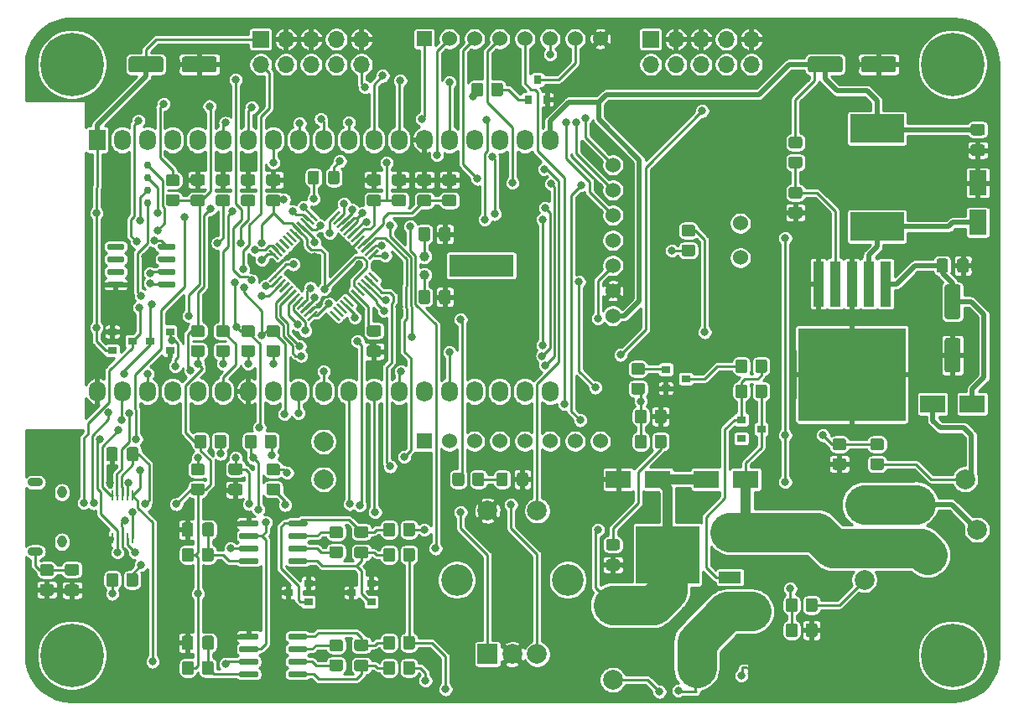
<source format=gbr>
G04 #@! TF.GenerationSoftware,KiCad,Pcbnew,(5.1.9)-1*
G04 #@! TF.CreationDate,2021-02-22T19:57:17+01:00*
G04 #@! TF.ProjectId,IoT12,496f5431-322e-46b6-9963-61645f706362,rev?*
G04 #@! TF.SameCoordinates,Original*
G04 #@! TF.FileFunction,Copper,L1,Top*
G04 #@! TF.FilePolarity,Positive*
%FSLAX46Y46*%
G04 Gerber Fmt 4.6, Leading zero omitted, Abs format (unit mm)*
G04 Created by KiCad (PCBNEW (5.1.9)-1) date 2021-02-22 19:57:17*
%MOMM*%
%LPD*%
G01*
G04 APERTURE LIST*
G04 #@! TA.AperFunction,EtchedComponent*
%ADD10C,0.100000*%
G04 #@! TD*
G04 #@! TA.AperFunction,ComponentPad*
%ADD11O,1.700000X1.700000*%
G04 #@! TD*
G04 #@! TA.AperFunction,ComponentPad*
%ADD12R,1.700000X1.700000*%
G04 #@! TD*
G04 #@! TA.AperFunction,SMDPad,CuDef*
%ADD13C,0.750000*%
G04 #@! TD*
G04 #@! TA.AperFunction,ComponentPad*
%ADD14C,1.524000*%
G04 #@! TD*
G04 #@! TA.AperFunction,SMDPad,CuDef*
%ADD15C,0.250000*%
G04 #@! TD*
G04 #@! TA.AperFunction,ComponentPad*
%ADD16R,1.524000X1.524000*%
G04 #@! TD*
G04 #@! TA.AperFunction,SMDPad,CuDef*
%ADD17R,6.500000X2.200000*%
G04 #@! TD*
G04 #@! TA.AperFunction,ComponentPad*
%ADD18C,1.000000*%
G04 #@! TD*
G04 #@! TA.AperFunction,SMDPad,CuDef*
%ADD19R,10.800000X9.400000*%
G04 #@! TD*
G04 #@! TA.AperFunction,SMDPad,CuDef*
%ADD20R,1.100000X4.600000*%
G04 #@! TD*
G04 #@! TA.AperFunction,SMDPad,CuDef*
%ADD21R,0.250000X1.100000*%
G04 #@! TD*
G04 #@! TA.AperFunction,SMDPad,CuDef*
%ADD22C,0.100000*%
G04 #@! TD*
G04 #@! TA.AperFunction,ComponentPad*
%ADD23R,2.000000X2.000000*%
G04 #@! TD*
G04 #@! TA.AperFunction,ComponentPad*
%ADD24C,2.000000*%
G04 #@! TD*
G04 #@! TA.AperFunction,ComponentPad*
%ADD25C,3.200000*%
G04 #@! TD*
G04 #@! TA.AperFunction,SMDPad,CuDef*
%ADD26R,6.400000X5.800000*%
G04 #@! TD*
G04 #@! TA.AperFunction,SMDPad,CuDef*
%ADD27R,2.200000X1.200000*%
G04 #@! TD*
G04 #@! TA.AperFunction,SMDPad,CuDef*
%ADD28R,0.900000X0.800000*%
G04 #@! TD*
G04 #@! TA.AperFunction,SMDPad,CuDef*
%ADD29R,0.800000X0.900000*%
G04 #@! TD*
G04 #@! TA.AperFunction,SMDPad,CuDef*
%ADD30R,5.400000X2.900000*%
G04 #@! TD*
G04 #@! TA.AperFunction,ComponentPad*
%ADD31O,1.550000X0.890000*%
G04 #@! TD*
G04 #@! TA.AperFunction,ComponentPad*
%ADD32O,0.950000X1.250000*%
G04 #@! TD*
G04 #@! TA.AperFunction,ComponentPad*
%ADD33C,0.800000*%
G04 #@! TD*
G04 #@! TA.AperFunction,ComponentPad*
%ADD34C,6.400000*%
G04 #@! TD*
G04 #@! TA.AperFunction,ComponentPad*
%ADD35C,2.010000*%
G04 #@! TD*
G04 #@! TA.AperFunction,SMDPad,CuDef*
%ADD36R,2.500000X1.800000*%
G04 #@! TD*
G04 #@! TA.AperFunction,SMDPad,CuDef*
%ADD37R,1.800000X2.500000*%
G04 #@! TD*
G04 #@! TA.AperFunction,ComponentPad*
%ADD38O,1.700000X2.100000*%
G04 #@! TD*
G04 #@! TA.AperFunction,ComponentPad*
%ADD39R,1.700000X2.100000*%
G04 #@! TD*
G04 #@! TA.AperFunction,ViaPad*
%ADD40C,0.800000*%
G04 #@! TD*
G04 #@! TA.AperFunction,Conductor*
%ADD41C,0.250000*%
G04 #@! TD*
G04 #@! TA.AperFunction,Conductor*
%ADD42C,0.500000*%
G04 #@! TD*
G04 #@! TA.AperFunction,Conductor*
%ADD43C,1.000000*%
G04 #@! TD*
G04 #@! TA.AperFunction,Conductor*
%ADD44C,4.000000*%
G04 #@! TD*
G04 #@! TA.AperFunction,Conductor*
%ADD45C,0.254000*%
G04 #@! TD*
G04 #@! TA.AperFunction,Conductor*
%ADD46C,0.100000*%
G04 #@! TD*
G04 APERTURE END LIST*
D10*
G36*
X23749000Y-24255000D02*
G01*
X23241000Y-24255000D01*
X23241000Y-24005000D01*
X23749000Y-24005000D01*
X23749000Y-24255000D01*
G37*
G36*
X18667000Y-26035000D02*
G01*
X18667000Y-26543000D01*
X18417000Y-26543000D01*
X18417000Y-26035000D01*
X18667000Y-26035000D01*
G37*
G36*
X-39245000Y-9398000D02*
G01*
X-39245000Y-9906000D01*
X-39495000Y-9906000D01*
X-39495000Y-9398000D01*
X-39245000Y-9398000D01*
G37*
G04 #@! TA.AperFunction,SMDPad,CuDef*
G36*
G01*
X-46539999Y-14840000D02*
X-47440001Y-14840000D01*
G75*
G02*
X-47690000Y-14590001I0J249999D01*
G01*
X-47690000Y-13889999D01*
G75*
G02*
X-47440001Y-13640000I249999J0D01*
G01*
X-46539999Y-13640000D01*
G75*
G02*
X-46290000Y-13889999I0J-249999D01*
G01*
X-46290000Y-14590001D01*
G75*
G02*
X-46539999Y-14840000I-249999J0D01*
G01*
G37*
G04 #@! TD.AperFunction*
G04 #@! TA.AperFunction,SMDPad,CuDef*
G36*
G01*
X-46539999Y-16840000D02*
X-47440001Y-16840000D01*
G75*
G02*
X-47690000Y-16590001I0J249999D01*
G01*
X-47690000Y-15889999D01*
G75*
G02*
X-47440001Y-15640000I249999J0D01*
G01*
X-46539999Y-15640000D01*
G75*
G02*
X-46290000Y-15889999I0J-249999D01*
G01*
X-46290000Y-16590001D01*
G75*
G02*
X-46539999Y-16840000I-249999J0D01*
G01*
G37*
G04 #@! TD.AperFunction*
G04 #@! TA.AperFunction,SMDPad,CuDef*
G36*
G01*
X-44925000Y-15690000D02*
X-43975000Y-15690000D01*
G75*
G02*
X-43725000Y-15940000I0J-250000D01*
G01*
X-43725000Y-16615000D01*
G75*
G02*
X-43975000Y-16865000I-250000J0D01*
G01*
X-44925000Y-16865000D01*
G75*
G02*
X-45175000Y-16615000I0J250000D01*
G01*
X-45175000Y-15940000D01*
G75*
G02*
X-44925000Y-15690000I250000J0D01*
G01*
G37*
G04 #@! TD.AperFunction*
G04 #@! TA.AperFunction,SMDPad,CuDef*
G36*
G01*
X-44925000Y-13615000D02*
X-43975000Y-13615000D01*
G75*
G02*
X-43725000Y-13865000I0J-250000D01*
G01*
X-43725000Y-14540000D01*
G75*
G02*
X-43975000Y-14790000I-250000J0D01*
G01*
X-44925000Y-14790000D01*
G75*
G02*
X-45175000Y-14540000I0J250000D01*
G01*
X-45175000Y-13865000D01*
G75*
G02*
X-44925000Y-13615000I250000J0D01*
G01*
G37*
G04 #@! TD.AperFunction*
D11*
X24130000Y36830000D03*
X24130000Y39370000D03*
X21590000Y36830000D03*
X21590000Y39370000D03*
X19050000Y36830000D03*
X19050000Y39370000D03*
X16510000Y36830000D03*
X16510000Y39370000D03*
X13970000Y36830000D03*
D12*
X13970000Y39370000D03*
D13*
X-36830000Y22860000D03*
X-36830000Y24130000D03*
X-36830000Y25400000D03*
X-36830000Y26670000D03*
G04 #@! TA.AperFunction,SMDPad,CuDef*
G36*
G01*
X-35765000Y18265000D02*
X-35765000Y18565000D01*
G75*
G02*
X-35615000Y18715000I150000J0D01*
G01*
X-34165000Y18715000D01*
G75*
G02*
X-34015000Y18565000I0J-150000D01*
G01*
X-34015000Y18265000D01*
G75*
G02*
X-34165000Y18115000I-150000J0D01*
G01*
X-35615000Y18115000D01*
G75*
G02*
X-35765000Y18265000I0J150000D01*
G01*
G37*
G04 #@! TD.AperFunction*
G04 #@! TA.AperFunction,SMDPad,CuDef*
G36*
G01*
X-35765000Y16995000D02*
X-35765000Y17295000D01*
G75*
G02*
X-35615000Y17445000I150000J0D01*
G01*
X-34165000Y17445000D01*
G75*
G02*
X-34015000Y17295000I0J-150000D01*
G01*
X-34015000Y16995000D01*
G75*
G02*
X-34165000Y16845000I-150000J0D01*
G01*
X-35615000Y16845000D01*
G75*
G02*
X-35765000Y16995000I0J150000D01*
G01*
G37*
G04 #@! TD.AperFunction*
G04 #@! TA.AperFunction,SMDPad,CuDef*
G36*
G01*
X-35765000Y15725000D02*
X-35765000Y16025000D01*
G75*
G02*
X-35615000Y16175000I150000J0D01*
G01*
X-34165000Y16175000D01*
G75*
G02*
X-34015000Y16025000I0J-150000D01*
G01*
X-34015000Y15725000D01*
G75*
G02*
X-34165000Y15575000I-150000J0D01*
G01*
X-35615000Y15575000D01*
G75*
G02*
X-35765000Y15725000I0J150000D01*
G01*
G37*
G04 #@! TD.AperFunction*
G04 #@! TA.AperFunction,SMDPad,CuDef*
G36*
G01*
X-35765000Y14455000D02*
X-35765000Y14755000D01*
G75*
G02*
X-35615000Y14905000I150000J0D01*
G01*
X-34165000Y14905000D01*
G75*
G02*
X-34015000Y14755000I0J-150000D01*
G01*
X-34015000Y14455000D01*
G75*
G02*
X-34165000Y14305000I-150000J0D01*
G01*
X-35615000Y14305000D01*
G75*
G02*
X-35765000Y14455000I0J150000D01*
G01*
G37*
G04 #@! TD.AperFunction*
G04 #@! TA.AperFunction,SMDPad,CuDef*
G36*
G01*
X-40915000Y14455000D02*
X-40915000Y14755000D01*
G75*
G02*
X-40765000Y14905000I150000J0D01*
G01*
X-39315000Y14905000D01*
G75*
G02*
X-39165000Y14755000I0J-150000D01*
G01*
X-39165000Y14455000D01*
G75*
G02*
X-39315000Y14305000I-150000J0D01*
G01*
X-40765000Y14305000D01*
G75*
G02*
X-40915000Y14455000I0J150000D01*
G01*
G37*
G04 #@! TD.AperFunction*
G04 #@! TA.AperFunction,SMDPad,CuDef*
G36*
G01*
X-40915000Y15725000D02*
X-40915000Y16025000D01*
G75*
G02*
X-40765000Y16175000I150000J0D01*
G01*
X-39315000Y16175000D01*
G75*
G02*
X-39165000Y16025000I0J-150000D01*
G01*
X-39165000Y15725000D01*
G75*
G02*
X-39315000Y15575000I-150000J0D01*
G01*
X-40765000Y15575000D01*
G75*
G02*
X-40915000Y15725000I0J150000D01*
G01*
G37*
G04 #@! TD.AperFunction*
G04 #@! TA.AperFunction,SMDPad,CuDef*
G36*
G01*
X-40915000Y16995000D02*
X-40915000Y17295000D01*
G75*
G02*
X-40765000Y17445000I150000J0D01*
G01*
X-39315000Y17445000D01*
G75*
G02*
X-39165000Y17295000I0J-150000D01*
G01*
X-39165000Y16995000D01*
G75*
G02*
X-39315000Y16845000I-150000J0D01*
G01*
X-40765000Y16845000D01*
G75*
G02*
X-40915000Y16995000I0J150000D01*
G01*
G37*
G04 #@! TD.AperFunction*
G04 #@! TA.AperFunction,SMDPad,CuDef*
G36*
G01*
X-40915000Y18265000D02*
X-40915000Y18565000D01*
G75*
G02*
X-40765000Y18715000I150000J0D01*
G01*
X-39315000Y18715000D01*
G75*
G02*
X-39165000Y18565000I0J-150000D01*
G01*
X-39165000Y18265000D01*
G75*
G02*
X-39315000Y18115000I-150000J0D01*
G01*
X-40765000Y18115000D01*
G75*
G02*
X-40915000Y18265000I0J150000D01*
G01*
G37*
G04 #@! TD.AperFunction*
D14*
X23030000Y17300000D03*
X23030000Y20800000D03*
X10160000Y11430000D03*
X10160000Y13970000D03*
X10160000Y16510000D03*
X10160000Y19050000D03*
X10160000Y21590000D03*
X10160000Y24130000D03*
X10160000Y26670000D03*
D15*
X23241000Y-24130000D03*
X23749000Y-24130000D03*
X18542000Y-26543000D03*
X18542000Y-26035000D03*
X-39370000Y-9906000D03*
X-39370000Y-9398000D03*
D14*
X6350000Y-1230000D03*
X8890000Y-1230000D03*
X3810000Y-1230000D03*
D16*
X-8890000Y-1230000D03*
D14*
X1270000Y-1230000D03*
X-1270000Y-1230000D03*
X-6350000Y-1230000D03*
X-3810000Y-1230000D03*
X8890000Y39410000D03*
X6350000Y39410000D03*
X3810000Y39410000D03*
X1270000Y39410000D03*
X-1270000Y39410000D03*
X-3810000Y39410000D03*
X-6350000Y39410000D03*
D16*
X-8890000Y39410000D03*
D17*
X-3140000Y16510000D03*
D18*
X-8890000Y17460000D03*
X-8890000Y15560000D03*
D19*
X34290000Y5515000D03*
D20*
X30890000Y14665000D03*
X32590000Y14665000D03*
X34290000Y14665000D03*
X35990000Y14665000D03*
X37690000Y14665000D03*
G04 #@! TA.AperFunction,SMDPad,CuDef*
G36*
G01*
X-25630000Y-24615000D02*
X-25630000Y-24915000D01*
G75*
G02*
X-25780000Y-25065000I-150000J0D01*
G01*
X-27430000Y-25065000D01*
G75*
G02*
X-27580000Y-24915000I0J150000D01*
G01*
X-27580000Y-24615000D01*
G75*
G02*
X-27430000Y-24465000I150000J0D01*
G01*
X-25780000Y-24465000D01*
G75*
G02*
X-25630000Y-24615000I0J-150000D01*
G01*
G37*
G04 #@! TD.AperFunction*
G04 #@! TA.AperFunction,SMDPad,CuDef*
G36*
G01*
X-25630000Y-23345000D02*
X-25630000Y-23645000D01*
G75*
G02*
X-25780000Y-23795000I-150000J0D01*
G01*
X-27430000Y-23795000D01*
G75*
G02*
X-27580000Y-23645000I0J150000D01*
G01*
X-27580000Y-23345000D01*
G75*
G02*
X-27430000Y-23195000I150000J0D01*
G01*
X-25780000Y-23195000D01*
G75*
G02*
X-25630000Y-23345000I0J-150000D01*
G01*
G37*
G04 #@! TD.AperFunction*
G04 #@! TA.AperFunction,SMDPad,CuDef*
G36*
G01*
X-25630000Y-22075000D02*
X-25630000Y-22375000D01*
G75*
G02*
X-25780000Y-22525000I-150000J0D01*
G01*
X-27430000Y-22525000D01*
G75*
G02*
X-27580000Y-22375000I0J150000D01*
G01*
X-27580000Y-22075000D01*
G75*
G02*
X-27430000Y-21925000I150000J0D01*
G01*
X-25780000Y-21925000D01*
G75*
G02*
X-25630000Y-22075000I0J-150000D01*
G01*
G37*
G04 #@! TD.AperFunction*
G04 #@! TA.AperFunction,SMDPad,CuDef*
G36*
G01*
X-25630000Y-20805000D02*
X-25630000Y-21105000D01*
G75*
G02*
X-25780000Y-21255000I-150000J0D01*
G01*
X-27430000Y-21255000D01*
G75*
G02*
X-27580000Y-21105000I0J150000D01*
G01*
X-27580000Y-20805000D01*
G75*
G02*
X-27430000Y-20655000I150000J0D01*
G01*
X-25780000Y-20655000D01*
G75*
G02*
X-25630000Y-20805000I0J-150000D01*
G01*
G37*
G04 #@! TD.AperFunction*
G04 #@! TA.AperFunction,SMDPad,CuDef*
G36*
G01*
X-20680000Y-20805000D02*
X-20680000Y-21105000D01*
G75*
G02*
X-20830000Y-21255000I-150000J0D01*
G01*
X-22480000Y-21255000D01*
G75*
G02*
X-22630000Y-21105000I0J150000D01*
G01*
X-22630000Y-20805000D01*
G75*
G02*
X-22480000Y-20655000I150000J0D01*
G01*
X-20830000Y-20655000D01*
G75*
G02*
X-20680000Y-20805000I0J-150000D01*
G01*
G37*
G04 #@! TD.AperFunction*
G04 #@! TA.AperFunction,SMDPad,CuDef*
G36*
G01*
X-20680000Y-22075000D02*
X-20680000Y-22375000D01*
G75*
G02*
X-20830000Y-22525000I-150000J0D01*
G01*
X-22480000Y-22525000D01*
G75*
G02*
X-22630000Y-22375000I0J150000D01*
G01*
X-22630000Y-22075000D01*
G75*
G02*
X-22480000Y-21925000I150000J0D01*
G01*
X-20830000Y-21925000D01*
G75*
G02*
X-20680000Y-22075000I0J-150000D01*
G01*
G37*
G04 #@! TD.AperFunction*
G04 #@! TA.AperFunction,SMDPad,CuDef*
G36*
G01*
X-20680000Y-23345000D02*
X-20680000Y-23645000D01*
G75*
G02*
X-20830000Y-23795000I-150000J0D01*
G01*
X-22480000Y-23795000D01*
G75*
G02*
X-22630000Y-23645000I0J150000D01*
G01*
X-22630000Y-23345000D01*
G75*
G02*
X-22480000Y-23195000I150000J0D01*
G01*
X-20830000Y-23195000D01*
G75*
G02*
X-20680000Y-23345000I0J-150000D01*
G01*
G37*
G04 #@! TD.AperFunction*
G04 #@! TA.AperFunction,SMDPad,CuDef*
G36*
G01*
X-20680000Y-24615000D02*
X-20680000Y-24915000D01*
G75*
G02*
X-20830000Y-25065000I-150000J0D01*
G01*
X-22480000Y-25065000D01*
G75*
G02*
X-22630000Y-24915000I0J150000D01*
G01*
X-22630000Y-24615000D01*
G75*
G02*
X-22480000Y-24465000I150000J0D01*
G01*
X-20830000Y-24465000D01*
G75*
G02*
X-20680000Y-24615000I0J-150000D01*
G01*
G37*
G04 #@! TD.AperFunction*
G04 #@! TA.AperFunction,SMDPad,CuDef*
G36*
G01*
X-25630000Y-13185000D02*
X-25630000Y-13485000D01*
G75*
G02*
X-25780000Y-13635000I-150000J0D01*
G01*
X-27430000Y-13635000D01*
G75*
G02*
X-27580000Y-13485000I0J150000D01*
G01*
X-27580000Y-13185000D01*
G75*
G02*
X-27430000Y-13035000I150000J0D01*
G01*
X-25780000Y-13035000D01*
G75*
G02*
X-25630000Y-13185000I0J-150000D01*
G01*
G37*
G04 #@! TD.AperFunction*
G04 #@! TA.AperFunction,SMDPad,CuDef*
G36*
G01*
X-25630000Y-11915000D02*
X-25630000Y-12215000D01*
G75*
G02*
X-25780000Y-12365000I-150000J0D01*
G01*
X-27430000Y-12365000D01*
G75*
G02*
X-27580000Y-12215000I0J150000D01*
G01*
X-27580000Y-11915000D01*
G75*
G02*
X-27430000Y-11765000I150000J0D01*
G01*
X-25780000Y-11765000D01*
G75*
G02*
X-25630000Y-11915000I0J-150000D01*
G01*
G37*
G04 #@! TD.AperFunction*
G04 #@! TA.AperFunction,SMDPad,CuDef*
G36*
G01*
X-25630000Y-10645000D02*
X-25630000Y-10945000D01*
G75*
G02*
X-25780000Y-11095000I-150000J0D01*
G01*
X-27430000Y-11095000D01*
G75*
G02*
X-27580000Y-10945000I0J150000D01*
G01*
X-27580000Y-10645000D01*
G75*
G02*
X-27430000Y-10495000I150000J0D01*
G01*
X-25780000Y-10495000D01*
G75*
G02*
X-25630000Y-10645000I0J-150000D01*
G01*
G37*
G04 #@! TD.AperFunction*
G04 #@! TA.AperFunction,SMDPad,CuDef*
G36*
G01*
X-25630000Y-9375000D02*
X-25630000Y-9675000D01*
G75*
G02*
X-25780000Y-9825000I-150000J0D01*
G01*
X-27430000Y-9825000D01*
G75*
G02*
X-27580000Y-9675000I0J150000D01*
G01*
X-27580000Y-9375000D01*
G75*
G02*
X-27430000Y-9225000I150000J0D01*
G01*
X-25780000Y-9225000D01*
G75*
G02*
X-25630000Y-9375000I0J-150000D01*
G01*
G37*
G04 #@! TD.AperFunction*
G04 #@! TA.AperFunction,SMDPad,CuDef*
G36*
G01*
X-20680000Y-9375000D02*
X-20680000Y-9675000D01*
G75*
G02*
X-20830000Y-9825000I-150000J0D01*
G01*
X-22480000Y-9825000D01*
G75*
G02*
X-22630000Y-9675000I0J150000D01*
G01*
X-22630000Y-9375000D01*
G75*
G02*
X-22480000Y-9225000I150000J0D01*
G01*
X-20830000Y-9225000D01*
G75*
G02*
X-20680000Y-9375000I0J-150000D01*
G01*
G37*
G04 #@! TD.AperFunction*
G04 #@! TA.AperFunction,SMDPad,CuDef*
G36*
G01*
X-20680000Y-10645000D02*
X-20680000Y-10945000D01*
G75*
G02*
X-20830000Y-11095000I-150000J0D01*
G01*
X-22480000Y-11095000D01*
G75*
G02*
X-22630000Y-10945000I0J150000D01*
G01*
X-22630000Y-10645000D01*
G75*
G02*
X-22480000Y-10495000I150000J0D01*
G01*
X-20830000Y-10495000D01*
G75*
G02*
X-20680000Y-10645000I0J-150000D01*
G01*
G37*
G04 #@! TD.AperFunction*
G04 #@! TA.AperFunction,SMDPad,CuDef*
G36*
G01*
X-20680000Y-11915000D02*
X-20680000Y-12215000D01*
G75*
G02*
X-20830000Y-12365000I-150000J0D01*
G01*
X-22480000Y-12365000D01*
G75*
G02*
X-22630000Y-12215000I0J150000D01*
G01*
X-22630000Y-11915000D01*
G75*
G02*
X-22480000Y-11765000I150000J0D01*
G01*
X-20830000Y-11765000D01*
G75*
G02*
X-20680000Y-11915000I0J-150000D01*
G01*
G37*
G04 #@! TD.AperFunction*
G04 #@! TA.AperFunction,SMDPad,CuDef*
G36*
G01*
X-20680000Y-13185000D02*
X-20680000Y-13485000D01*
G75*
G02*
X-20830000Y-13635000I-150000J0D01*
G01*
X-22480000Y-13635000D01*
G75*
G02*
X-22630000Y-13485000I0J150000D01*
G01*
X-22630000Y-13185000D01*
G75*
G02*
X-22480000Y-13035000I150000J0D01*
G01*
X-20830000Y-13035000D01*
G75*
G02*
X-20680000Y-13185000I0J-150000D01*
G01*
G37*
G04 #@! TD.AperFunction*
D21*
X-40370000Y-6740000D03*
X-39870000Y-6740000D03*
X-39370000Y-6740000D03*
X-38870000Y-6740000D03*
X-38370000Y-6740000D03*
X-38370000Y-11040000D03*
X-38870000Y-11040000D03*
X-39370000Y-11040000D03*
X-39870000Y-11040000D03*
X-40370000Y-11040000D03*
G04 #@! TA.AperFunction,SMDPad,CuDef*
D22*
G36*
X-14577550Y15749860D02*
G01*
X-14400773Y15926637D01*
X-13481534Y15007398D01*
X-13658311Y14830621D01*
X-14577550Y15749860D01*
G37*
G04 #@! TD.AperFunction*
G04 #@! TA.AperFunction,SMDPad,CuDef*
G36*
X-14931103Y15396307D02*
G01*
X-14754326Y15573084D01*
X-13835087Y14653845D01*
X-14011864Y14477068D01*
X-14931103Y15396307D01*
G37*
G04 #@! TD.AperFunction*
G04 #@! TA.AperFunction,SMDPad,CuDef*
G36*
X-15284657Y15042753D02*
G01*
X-15107880Y15219530D01*
X-14188641Y14300291D01*
X-14365418Y14123514D01*
X-15284657Y15042753D01*
G37*
G04 #@! TD.AperFunction*
G04 #@! TA.AperFunction,SMDPad,CuDef*
G36*
X-15638210Y14689200D02*
G01*
X-15461433Y14865977D01*
X-14542194Y13946738D01*
X-14718971Y13769961D01*
X-15638210Y14689200D01*
G37*
G04 #@! TD.AperFunction*
G04 #@! TA.AperFunction,SMDPad,CuDef*
G36*
X-15991763Y14335647D02*
G01*
X-15814986Y14512424D01*
X-14895747Y13593185D01*
X-15072524Y13416408D01*
X-15991763Y14335647D01*
G37*
G04 #@! TD.AperFunction*
G04 #@! TA.AperFunction,SMDPad,CuDef*
G36*
X-16345317Y13982093D02*
G01*
X-16168540Y14158870D01*
X-15249301Y13239631D01*
X-15426078Y13062854D01*
X-16345317Y13982093D01*
G37*
G04 #@! TD.AperFunction*
G04 #@! TA.AperFunction,SMDPad,CuDef*
G36*
X-16698870Y13628540D02*
G01*
X-16522093Y13805317D01*
X-15602854Y12886078D01*
X-15779631Y12709301D01*
X-16698870Y13628540D01*
G37*
G04 #@! TD.AperFunction*
G04 #@! TA.AperFunction,SMDPad,CuDef*
G36*
X-17052424Y13274986D02*
G01*
X-16875647Y13451763D01*
X-15956408Y12532524D01*
X-16133185Y12355747D01*
X-17052424Y13274986D01*
G37*
G04 #@! TD.AperFunction*
G04 #@! TA.AperFunction,SMDPad,CuDef*
G36*
X-17405977Y12921433D02*
G01*
X-17229200Y13098210D01*
X-16309961Y12178971D01*
X-16486738Y12002194D01*
X-17405977Y12921433D01*
G37*
G04 #@! TD.AperFunction*
G04 #@! TA.AperFunction,SMDPad,CuDef*
G36*
X-17759530Y12567880D02*
G01*
X-17582753Y12744657D01*
X-16663514Y11825418D01*
X-16840291Y11648641D01*
X-17759530Y12567880D01*
G37*
G04 #@! TD.AperFunction*
G04 #@! TA.AperFunction,SMDPad,CuDef*
G36*
X-18113084Y12214326D02*
G01*
X-17936307Y12391103D01*
X-17017068Y11471864D01*
X-17193845Y11295087D01*
X-18113084Y12214326D01*
G37*
G04 #@! TD.AperFunction*
G04 #@! TA.AperFunction,SMDPad,CuDef*
G36*
X-18466637Y11860773D02*
G01*
X-18289860Y12037550D01*
X-17370621Y11118311D01*
X-17547398Y10941534D01*
X-18466637Y11860773D01*
G37*
G04 #@! TD.AperFunction*
G04 #@! TA.AperFunction,SMDPad,CuDef*
G36*
X-19810140Y12037550D02*
G01*
X-19633363Y11860773D01*
X-20552602Y10941534D01*
X-20729379Y11118311D01*
X-19810140Y12037550D01*
G37*
G04 #@! TD.AperFunction*
G04 #@! TA.AperFunction,SMDPad,CuDef*
G36*
X-20163693Y12391103D02*
G01*
X-19986916Y12214326D01*
X-20906155Y11295087D01*
X-21082932Y11471864D01*
X-20163693Y12391103D01*
G37*
G04 #@! TD.AperFunction*
G04 #@! TA.AperFunction,SMDPad,CuDef*
G36*
X-20517247Y12744657D02*
G01*
X-20340470Y12567880D01*
X-21259709Y11648641D01*
X-21436486Y11825418D01*
X-20517247Y12744657D01*
G37*
G04 #@! TD.AperFunction*
G04 #@! TA.AperFunction,SMDPad,CuDef*
G36*
X-20870800Y13098210D02*
G01*
X-20694023Y12921433D01*
X-21613262Y12002194D01*
X-21790039Y12178971D01*
X-20870800Y13098210D01*
G37*
G04 #@! TD.AperFunction*
G04 #@! TA.AperFunction,SMDPad,CuDef*
G36*
X-21224353Y13451763D02*
G01*
X-21047576Y13274986D01*
X-21966815Y12355747D01*
X-22143592Y12532524D01*
X-21224353Y13451763D01*
G37*
G04 #@! TD.AperFunction*
G04 #@! TA.AperFunction,SMDPad,CuDef*
G36*
X-21577907Y13805317D02*
G01*
X-21401130Y13628540D01*
X-22320369Y12709301D01*
X-22497146Y12886078D01*
X-21577907Y13805317D01*
G37*
G04 #@! TD.AperFunction*
G04 #@! TA.AperFunction,SMDPad,CuDef*
G36*
X-21931460Y14158870D02*
G01*
X-21754683Y13982093D01*
X-22673922Y13062854D01*
X-22850699Y13239631D01*
X-21931460Y14158870D01*
G37*
G04 #@! TD.AperFunction*
G04 #@! TA.AperFunction,SMDPad,CuDef*
G36*
X-22285014Y14512424D02*
G01*
X-22108237Y14335647D01*
X-23027476Y13416408D01*
X-23204253Y13593185D01*
X-22285014Y14512424D01*
G37*
G04 #@! TD.AperFunction*
G04 #@! TA.AperFunction,SMDPad,CuDef*
G36*
X-22638567Y14865977D02*
G01*
X-22461790Y14689200D01*
X-23381029Y13769961D01*
X-23557806Y13946738D01*
X-22638567Y14865977D01*
G37*
G04 #@! TD.AperFunction*
G04 #@! TA.AperFunction,SMDPad,CuDef*
G36*
X-22992120Y15219530D02*
G01*
X-22815343Y15042753D01*
X-23734582Y14123514D01*
X-23911359Y14300291D01*
X-22992120Y15219530D01*
G37*
G04 #@! TD.AperFunction*
G04 #@! TA.AperFunction,SMDPad,CuDef*
G36*
X-23345674Y15573084D02*
G01*
X-23168897Y15396307D01*
X-24088136Y14477068D01*
X-24264913Y14653845D01*
X-23345674Y15573084D01*
G37*
G04 #@! TD.AperFunction*
G04 #@! TA.AperFunction,SMDPad,CuDef*
G36*
X-23699227Y15926637D02*
G01*
X-23522450Y15749860D01*
X-24441689Y14830621D01*
X-24618466Y15007398D01*
X-23699227Y15926637D01*
G37*
G04 #@! TD.AperFunction*
G04 #@! TA.AperFunction,SMDPad,CuDef*
G36*
X-24618466Y18012602D02*
G01*
X-24441689Y18189379D01*
X-23522450Y17270140D01*
X-23699227Y17093363D01*
X-24618466Y18012602D01*
G37*
G04 #@! TD.AperFunction*
G04 #@! TA.AperFunction,SMDPad,CuDef*
G36*
X-24264913Y18366155D02*
G01*
X-24088136Y18542932D01*
X-23168897Y17623693D01*
X-23345674Y17446916D01*
X-24264913Y18366155D01*
G37*
G04 #@! TD.AperFunction*
G04 #@! TA.AperFunction,SMDPad,CuDef*
G36*
X-23911359Y18719709D02*
G01*
X-23734582Y18896486D01*
X-22815343Y17977247D01*
X-22992120Y17800470D01*
X-23911359Y18719709D01*
G37*
G04 #@! TD.AperFunction*
G04 #@! TA.AperFunction,SMDPad,CuDef*
G36*
X-23557806Y19073262D02*
G01*
X-23381029Y19250039D01*
X-22461790Y18330800D01*
X-22638567Y18154023D01*
X-23557806Y19073262D01*
G37*
G04 #@! TD.AperFunction*
G04 #@! TA.AperFunction,SMDPad,CuDef*
G36*
X-23204253Y19426815D02*
G01*
X-23027476Y19603592D01*
X-22108237Y18684353D01*
X-22285014Y18507576D01*
X-23204253Y19426815D01*
G37*
G04 #@! TD.AperFunction*
G04 #@! TA.AperFunction,SMDPad,CuDef*
G36*
X-22850699Y19780369D02*
G01*
X-22673922Y19957146D01*
X-21754683Y19037907D01*
X-21931460Y18861130D01*
X-22850699Y19780369D01*
G37*
G04 #@! TD.AperFunction*
G04 #@! TA.AperFunction,SMDPad,CuDef*
G36*
X-22497146Y20133922D02*
G01*
X-22320369Y20310699D01*
X-21401130Y19391460D01*
X-21577907Y19214683D01*
X-22497146Y20133922D01*
G37*
G04 #@! TD.AperFunction*
G04 #@! TA.AperFunction,SMDPad,CuDef*
G36*
X-22143592Y20487476D02*
G01*
X-21966815Y20664253D01*
X-21047576Y19745014D01*
X-21224353Y19568237D01*
X-22143592Y20487476D01*
G37*
G04 #@! TD.AperFunction*
G04 #@! TA.AperFunction,SMDPad,CuDef*
G36*
X-21790039Y20841029D02*
G01*
X-21613262Y21017806D01*
X-20694023Y20098567D01*
X-20870800Y19921790D01*
X-21790039Y20841029D01*
G37*
G04 #@! TD.AperFunction*
G04 #@! TA.AperFunction,SMDPad,CuDef*
G36*
X-21436486Y21194582D02*
G01*
X-21259709Y21371359D01*
X-20340470Y20452120D01*
X-20517247Y20275343D01*
X-21436486Y21194582D01*
G37*
G04 #@! TD.AperFunction*
G04 #@! TA.AperFunction,SMDPad,CuDef*
G36*
X-21082932Y21548136D02*
G01*
X-20906155Y21724913D01*
X-19986916Y20805674D01*
X-20163693Y20628897D01*
X-21082932Y21548136D01*
G37*
G04 #@! TD.AperFunction*
G04 #@! TA.AperFunction,SMDPad,CuDef*
G36*
X-20729379Y21901689D02*
G01*
X-20552602Y22078466D01*
X-19633363Y21159227D01*
X-19810140Y20982450D01*
X-20729379Y21901689D01*
G37*
G04 #@! TD.AperFunction*
G04 #@! TA.AperFunction,SMDPad,CuDef*
G36*
X-17547398Y22078466D02*
G01*
X-17370621Y21901689D01*
X-18289860Y20982450D01*
X-18466637Y21159227D01*
X-17547398Y22078466D01*
G37*
G04 #@! TD.AperFunction*
G04 #@! TA.AperFunction,SMDPad,CuDef*
G36*
X-17193845Y21724913D02*
G01*
X-17017068Y21548136D01*
X-17936307Y20628897D01*
X-18113084Y20805674D01*
X-17193845Y21724913D01*
G37*
G04 #@! TD.AperFunction*
G04 #@! TA.AperFunction,SMDPad,CuDef*
G36*
X-16840291Y21371359D02*
G01*
X-16663514Y21194582D01*
X-17582753Y20275343D01*
X-17759530Y20452120D01*
X-16840291Y21371359D01*
G37*
G04 #@! TD.AperFunction*
G04 #@! TA.AperFunction,SMDPad,CuDef*
G36*
X-16486738Y21017806D02*
G01*
X-16309961Y20841029D01*
X-17229200Y19921790D01*
X-17405977Y20098567D01*
X-16486738Y21017806D01*
G37*
G04 #@! TD.AperFunction*
G04 #@! TA.AperFunction,SMDPad,CuDef*
G36*
X-16133185Y20664253D02*
G01*
X-15956408Y20487476D01*
X-16875647Y19568237D01*
X-17052424Y19745014D01*
X-16133185Y20664253D01*
G37*
G04 #@! TD.AperFunction*
G04 #@! TA.AperFunction,SMDPad,CuDef*
G36*
X-15779631Y20310699D02*
G01*
X-15602854Y20133922D01*
X-16522093Y19214683D01*
X-16698870Y19391460D01*
X-15779631Y20310699D01*
G37*
G04 #@! TD.AperFunction*
G04 #@! TA.AperFunction,SMDPad,CuDef*
G36*
X-15426078Y19957146D02*
G01*
X-15249301Y19780369D01*
X-16168540Y18861130D01*
X-16345317Y19037907D01*
X-15426078Y19957146D01*
G37*
G04 #@! TD.AperFunction*
G04 #@! TA.AperFunction,SMDPad,CuDef*
G36*
X-15072524Y19603592D02*
G01*
X-14895747Y19426815D01*
X-15814986Y18507576D01*
X-15991763Y18684353D01*
X-15072524Y19603592D01*
G37*
G04 #@! TD.AperFunction*
G04 #@! TA.AperFunction,SMDPad,CuDef*
G36*
X-14718971Y19250039D02*
G01*
X-14542194Y19073262D01*
X-15461433Y18154023D01*
X-15638210Y18330800D01*
X-14718971Y19250039D01*
G37*
G04 #@! TD.AperFunction*
G04 #@! TA.AperFunction,SMDPad,CuDef*
G36*
X-14365418Y18896486D02*
G01*
X-14188641Y18719709D01*
X-15107880Y17800470D01*
X-15284657Y17977247D01*
X-14365418Y18896486D01*
G37*
G04 #@! TD.AperFunction*
G04 #@! TA.AperFunction,SMDPad,CuDef*
G36*
X-14011864Y18542932D02*
G01*
X-13835087Y18366155D01*
X-14754326Y17446916D01*
X-14931103Y17623693D01*
X-14011864Y18542932D01*
G37*
G04 #@! TD.AperFunction*
G04 #@! TA.AperFunction,SMDPad,CuDef*
G36*
X-13658311Y18189379D02*
G01*
X-13481534Y18012602D01*
X-14400773Y17093363D01*
X-14577550Y17270140D01*
X-13658311Y18189379D01*
G37*
G04 #@! TD.AperFunction*
D23*
X-2500000Y-22740000D03*
D24*
X0Y-22740000D03*
X2500000Y-22740000D03*
D25*
X-5600000Y-15240000D03*
X5600000Y-15240000D03*
D24*
X-2500000Y-8240000D03*
X2500000Y-8240000D03*
G04 #@! TA.AperFunction,SMDPad,CuDef*
G36*
G01*
X29610000Y-18230001D02*
X29610000Y-17329999D01*
G75*
G02*
X29859999Y-17080000I249999J0D01*
G01*
X30560001Y-17080000D01*
G75*
G02*
X30810000Y-17329999I0J-249999D01*
G01*
X30810000Y-18230001D01*
G75*
G02*
X30560001Y-18480000I-249999J0D01*
G01*
X29859999Y-18480000D01*
G75*
G02*
X29610000Y-18230001I0J249999D01*
G01*
G37*
G04 #@! TD.AperFunction*
G04 #@! TA.AperFunction,SMDPad,CuDef*
G36*
G01*
X27610000Y-18230001D02*
X27610000Y-17329999D01*
G75*
G02*
X27859999Y-17080000I249999J0D01*
G01*
X28560001Y-17080000D01*
G75*
G02*
X28810000Y-17329999I0J-249999D01*
G01*
X28810000Y-18230001D01*
G75*
G02*
X28560001Y-18480000I-249999J0D01*
G01*
X27859999Y-18480000D01*
G75*
G02*
X27610000Y-18230001I0J249999D01*
G01*
G37*
G04 #@! TD.AperFunction*
G04 #@! TA.AperFunction,SMDPad,CuDef*
G36*
G01*
X28810000Y-19869999D02*
X28810000Y-20770001D01*
G75*
G02*
X28560001Y-21020000I-249999J0D01*
G01*
X27859999Y-21020000D01*
G75*
G02*
X27610000Y-20770001I0J249999D01*
G01*
X27610000Y-19869999D01*
G75*
G02*
X27859999Y-19620000I249999J0D01*
G01*
X28560001Y-19620000D01*
G75*
G02*
X28810000Y-19869999I0J-249999D01*
G01*
G37*
G04 #@! TD.AperFunction*
G04 #@! TA.AperFunction,SMDPad,CuDef*
G36*
G01*
X30810000Y-19869999D02*
X30810000Y-20770001D01*
G75*
G02*
X30560001Y-21020000I-249999J0D01*
G01*
X29859999Y-21020000D01*
G75*
G02*
X29610000Y-20770001I0J249999D01*
G01*
X29610000Y-19869999D01*
G75*
G02*
X29859999Y-19620000I249999J0D01*
G01*
X30560001Y-19620000D01*
G75*
G02*
X30810000Y-19869999I0J-249999D01*
G01*
G37*
G04 #@! TD.AperFunction*
G04 #@! TA.AperFunction,SMDPad,CuDef*
G36*
G01*
X-23679999Y-4680000D02*
X-24580001Y-4680000D01*
G75*
G02*
X-24830000Y-4430001I0J249999D01*
G01*
X-24830000Y-3729999D01*
G75*
G02*
X-24580001Y-3480000I249999J0D01*
G01*
X-23679999Y-3480000D01*
G75*
G02*
X-23430000Y-3729999I0J-249999D01*
G01*
X-23430000Y-4430001D01*
G75*
G02*
X-23679999Y-4680000I-249999J0D01*
G01*
G37*
G04 #@! TD.AperFunction*
G04 #@! TA.AperFunction,SMDPad,CuDef*
G36*
G01*
X-23679999Y-6680000D02*
X-24580001Y-6680000D01*
G75*
G02*
X-24830000Y-6430001I0J249999D01*
G01*
X-24830000Y-5729999D01*
G75*
G02*
X-24580001Y-5480000I249999J0D01*
G01*
X-23679999Y-5480000D01*
G75*
G02*
X-23430000Y-5729999I0J-249999D01*
G01*
X-23430000Y-6430001D01*
G75*
G02*
X-23679999Y-6680000I-249999J0D01*
G01*
G37*
G04 #@! TD.AperFunction*
G04 #@! TA.AperFunction,SMDPad,CuDef*
G36*
G01*
X-31299999Y-4680000D02*
X-32200001Y-4680000D01*
G75*
G02*
X-32450000Y-4430001I0J249999D01*
G01*
X-32450000Y-3729999D01*
G75*
G02*
X-32200001Y-3480000I249999J0D01*
G01*
X-31299999Y-3480000D01*
G75*
G02*
X-31050000Y-3729999I0J-249999D01*
G01*
X-31050000Y-4430001D01*
G75*
G02*
X-31299999Y-4680000I-249999J0D01*
G01*
G37*
G04 #@! TD.AperFunction*
G04 #@! TA.AperFunction,SMDPad,CuDef*
G36*
G01*
X-31299999Y-6680000D02*
X-32200001Y-6680000D01*
G75*
G02*
X-32450000Y-6430001I0J249999D01*
G01*
X-32450000Y-5729999D01*
G75*
G02*
X-32200001Y-5480000I249999J0D01*
G01*
X-31299999Y-5480000D01*
G75*
G02*
X-31050000Y-5729999I0J-249999D01*
G01*
X-31050000Y-6430001D01*
G75*
G02*
X-31299999Y-6680000I-249999J0D01*
G01*
G37*
G04 #@! TD.AperFunction*
G04 #@! TA.AperFunction,SMDPad,CuDef*
G36*
G01*
X18230001Y19450000D02*
X17329999Y19450000D01*
G75*
G02*
X17080000Y19699999I0J249999D01*
G01*
X17080000Y20400001D01*
G75*
G02*
X17329999Y20650000I249999J0D01*
G01*
X18230001Y20650000D01*
G75*
G02*
X18480000Y20400001I0J-249999D01*
G01*
X18480000Y19699999D01*
G75*
G02*
X18230001Y19450000I-249999J0D01*
G01*
G37*
G04 #@! TD.AperFunction*
G04 #@! TA.AperFunction,SMDPad,CuDef*
G36*
G01*
X18230001Y17450000D02*
X17329999Y17450000D01*
G75*
G02*
X17080000Y17699999I0J249999D01*
G01*
X17080000Y18400001D01*
G75*
G02*
X17329999Y18650000I249999J0D01*
G01*
X18230001Y18650000D01*
G75*
G02*
X18480000Y18400001I0J-249999D01*
G01*
X18480000Y17699999D01*
G75*
G02*
X18230001Y17450000I-249999J0D01*
G01*
G37*
G04 #@! TD.AperFunction*
G04 #@! TA.AperFunction,SMDPad,CuDef*
G36*
G01*
X14370000Y819999D02*
X14370000Y1720001D01*
G75*
G02*
X14619999Y1970000I249999J0D01*
G01*
X15320001Y1970000D01*
G75*
G02*
X15570000Y1720001I0J-249999D01*
G01*
X15570000Y819999D01*
G75*
G02*
X15320001Y570000I-249999J0D01*
G01*
X14619999Y570000D01*
G75*
G02*
X14370000Y819999I0J249999D01*
G01*
G37*
G04 #@! TD.AperFunction*
G04 #@! TA.AperFunction,SMDPad,CuDef*
G36*
G01*
X12370000Y819999D02*
X12370000Y1720001D01*
G75*
G02*
X12619999Y1970000I249999J0D01*
G01*
X13320001Y1970000D01*
G75*
G02*
X13570000Y1720001I0J-249999D01*
G01*
X13570000Y819999D01*
G75*
G02*
X13320001Y570000I-249999J0D01*
G01*
X12619999Y570000D01*
G75*
G02*
X12370000Y819999I0J249999D01*
G01*
G37*
G04 #@! TD.AperFunction*
G04 #@! TA.AperFunction,SMDPad,CuDef*
G36*
G01*
X36379999Y-2940000D02*
X37280001Y-2940000D01*
G75*
G02*
X37530000Y-3189999I0J-249999D01*
G01*
X37530000Y-3890001D01*
G75*
G02*
X37280001Y-4140000I-249999J0D01*
G01*
X36379999Y-4140000D01*
G75*
G02*
X36130000Y-3890001I0J249999D01*
G01*
X36130000Y-3189999D01*
G75*
G02*
X36379999Y-2940000I249999J0D01*
G01*
G37*
G04 #@! TD.AperFunction*
G04 #@! TA.AperFunction,SMDPad,CuDef*
G36*
G01*
X36379999Y-940000D02*
X37280001Y-940000D01*
G75*
G02*
X37530000Y-1189999I0J-249999D01*
G01*
X37530000Y-1890001D01*
G75*
G02*
X37280001Y-2140000I-249999J0D01*
G01*
X36379999Y-2140000D01*
G75*
G02*
X36130000Y-1890001I0J249999D01*
G01*
X36130000Y-1189999D01*
G75*
G02*
X36379999Y-940000I249999J0D01*
G01*
G37*
G04 #@! TD.AperFunction*
G04 #@! TA.AperFunction,SMDPad,CuDef*
G36*
G01*
X-30080000Y-1720001D02*
X-30080000Y-819999D01*
G75*
G02*
X-29830001Y-570000I249999J0D01*
G01*
X-29129999Y-570000D01*
G75*
G02*
X-28880000Y-819999I0J-249999D01*
G01*
X-28880000Y-1720001D01*
G75*
G02*
X-29129999Y-1970000I-249999J0D01*
G01*
X-29830001Y-1970000D01*
G75*
G02*
X-30080000Y-1720001I0J249999D01*
G01*
G37*
G04 #@! TD.AperFunction*
G04 #@! TA.AperFunction,SMDPad,CuDef*
G36*
G01*
X-32080000Y-1720001D02*
X-32080000Y-819999D01*
G75*
G02*
X-31830001Y-570000I249999J0D01*
G01*
X-31129999Y-570000D01*
G75*
G02*
X-30880000Y-819999I0J-249999D01*
G01*
X-30880000Y-1720001D01*
G75*
G02*
X-31129999Y-1970000I-249999J0D01*
G01*
X-31830001Y-1970000D01*
G75*
G02*
X-32080000Y-1720001I0J249999D01*
G01*
G37*
G04 #@! TD.AperFunction*
G04 #@! TA.AperFunction,SMDPad,CuDef*
G36*
G01*
X-11030000Y-24580001D02*
X-11030000Y-23679999D01*
G75*
G02*
X-10780001Y-23430000I249999J0D01*
G01*
X-10079999Y-23430000D01*
G75*
G02*
X-9830000Y-23679999I0J-249999D01*
G01*
X-9830000Y-24580001D01*
G75*
G02*
X-10079999Y-24830000I-249999J0D01*
G01*
X-10780001Y-24830000D01*
G75*
G02*
X-11030000Y-24580001I0J249999D01*
G01*
G37*
G04 #@! TD.AperFunction*
G04 #@! TA.AperFunction,SMDPad,CuDef*
G36*
G01*
X-13030000Y-24580001D02*
X-13030000Y-23679999D01*
G75*
G02*
X-12780001Y-23430000I249999J0D01*
G01*
X-12079999Y-23430000D01*
G75*
G02*
X-11830000Y-23679999I0J-249999D01*
G01*
X-11830000Y-24580001D01*
G75*
G02*
X-12079999Y-24830000I-249999J0D01*
G01*
X-12780001Y-24830000D01*
G75*
G02*
X-13030000Y-24580001I0J249999D01*
G01*
G37*
G04 #@! TD.AperFunction*
G04 #@! TA.AperFunction,SMDPad,CuDef*
G36*
G01*
X-11030000Y-22040001D02*
X-11030000Y-21139999D01*
G75*
G02*
X-10780001Y-20890000I249999J0D01*
G01*
X-10079999Y-20890000D01*
G75*
G02*
X-9830000Y-21139999I0J-249999D01*
G01*
X-9830000Y-22040001D01*
G75*
G02*
X-10079999Y-22290000I-249999J0D01*
G01*
X-10780001Y-22290000D01*
G75*
G02*
X-11030000Y-22040001I0J249999D01*
G01*
G37*
G04 #@! TD.AperFunction*
G04 #@! TA.AperFunction,SMDPad,CuDef*
G36*
G01*
X-13030000Y-22040001D02*
X-13030000Y-21139999D01*
G75*
G02*
X-12780001Y-20890000I249999J0D01*
G01*
X-12079999Y-20890000D01*
G75*
G02*
X-11830000Y-21139999I0J-249999D01*
G01*
X-11830000Y-22040001D01*
G75*
G02*
X-12079999Y-22290000I-249999J0D01*
G01*
X-12780001Y-22290000D01*
G75*
G02*
X-13030000Y-22040001I0J249999D01*
G01*
G37*
G04 #@! TD.AperFunction*
G04 #@! TA.AperFunction,SMDPad,CuDef*
G36*
G01*
X-11030000Y-13150001D02*
X-11030000Y-12249999D01*
G75*
G02*
X-10780001Y-12000000I249999J0D01*
G01*
X-10079999Y-12000000D01*
G75*
G02*
X-9830000Y-12249999I0J-249999D01*
G01*
X-9830000Y-13150001D01*
G75*
G02*
X-10079999Y-13400000I-249999J0D01*
G01*
X-10780001Y-13400000D01*
G75*
G02*
X-11030000Y-13150001I0J249999D01*
G01*
G37*
G04 #@! TD.AperFunction*
G04 #@! TA.AperFunction,SMDPad,CuDef*
G36*
G01*
X-13030000Y-13150001D02*
X-13030000Y-12249999D01*
G75*
G02*
X-12780001Y-12000000I249999J0D01*
G01*
X-12079999Y-12000000D01*
G75*
G02*
X-11830000Y-12249999I0J-249999D01*
G01*
X-11830000Y-13150001D01*
G75*
G02*
X-12079999Y-13400000I-249999J0D01*
G01*
X-12780001Y-13400000D01*
G75*
G02*
X-13030000Y-13150001I0J249999D01*
G01*
G37*
G04 #@! TD.AperFunction*
G04 #@! TA.AperFunction,SMDPad,CuDef*
G36*
G01*
X-11030000Y-10610001D02*
X-11030000Y-9709999D01*
G75*
G02*
X-10780001Y-9460000I249999J0D01*
G01*
X-10079999Y-9460000D01*
G75*
G02*
X-9830000Y-9709999I0J-249999D01*
G01*
X-9830000Y-10610001D01*
G75*
G02*
X-10079999Y-10860000I-249999J0D01*
G01*
X-10780001Y-10860000D01*
G75*
G02*
X-11030000Y-10610001I0J249999D01*
G01*
G37*
G04 #@! TD.AperFunction*
G04 #@! TA.AperFunction,SMDPad,CuDef*
G36*
G01*
X-13030000Y-10610001D02*
X-13030000Y-9709999D01*
G75*
G02*
X-12780001Y-9460000I249999J0D01*
G01*
X-12079999Y-9460000D01*
G75*
G02*
X-11830000Y-9709999I0J-249999D01*
G01*
X-11830000Y-10610001D01*
G75*
G02*
X-12079999Y-10860000I-249999J0D01*
G01*
X-12780001Y-10860000D01*
G75*
G02*
X-13030000Y-10610001I0J249999D01*
G01*
G37*
G04 #@! TD.AperFunction*
G04 #@! TA.AperFunction,SMDPad,CuDef*
G36*
G01*
X14370000Y-1720001D02*
X14370000Y-819999D01*
G75*
G02*
X14619999Y-570000I249999J0D01*
G01*
X15320001Y-570000D01*
G75*
G02*
X15570000Y-819999I0J-249999D01*
G01*
X15570000Y-1720001D01*
G75*
G02*
X15320001Y-1970000I-249999J0D01*
G01*
X14619999Y-1970000D01*
G75*
G02*
X14370000Y-1720001I0J249999D01*
G01*
G37*
G04 #@! TD.AperFunction*
G04 #@! TA.AperFunction,SMDPad,CuDef*
G36*
G01*
X12370000Y-1720001D02*
X12370000Y-819999D01*
G75*
G02*
X12619999Y-570000I249999J0D01*
G01*
X13320001Y-570000D01*
G75*
G02*
X13570000Y-819999I0J-249999D01*
G01*
X13570000Y-1720001D01*
G75*
G02*
X13320001Y-1970000I-249999J0D01*
G01*
X12619999Y-1970000D01*
G75*
G02*
X12370000Y-1720001I0J249999D01*
G01*
G37*
G04 #@! TD.AperFunction*
G04 #@! TA.AperFunction,SMDPad,CuDef*
G36*
G01*
X23730000Y4260001D02*
X23730000Y3359999D01*
G75*
G02*
X23480001Y3110000I-249999J0D01*
G01*
X22779999Y3110000D01*
G75*
G02*
X22530000Y3359999I0J249999D01*
G01*
X22530000Y4260001D01*
G75*
G02*
X22779999Y4510000I249999J0D01*
G01*
X23480001Y4510000D01*
G75*
G02*
X23730000Y4260001I0J-249999D01*
G01*
G37*
G04 #@! TD.AperFunction*
G04 #@! TA.AperFunction,SMDPad,CuDef*
G36*
G01*
X25730000Y4260001D02*
X25730000Y3359999D01*
G75*
G02*
X25480001Y3110000I-249999J0D01*
G01*
X24779999Y3110000D01*
G75*
G02*
X24530000Y3359999I0J249999D01*
G01*
X24530000Y4260001D01*
G75*
G02*
X24779999Y4510000I249999J0D01*
G01*
X25480001Y4510000D01*
G75*
G02*
X25730000Y4260001I0J-249999D01*
G01*
G37*
G04 #@! TD.AperFunction*
G04 #@! TA.AperFunction,SMDPad,CuDef*
G36*
G01*
X-4845000Y-4629999D02*
X-4845000Y-5530001D01*
G75*
G02*
X-5094999Y-5780000I-249999J0D01*
G01*
X-5795001Y-5780000D01*
G75*
G02*
X-6045000Y-5530001I0J249999D01*
G01*
X-6045000Y-4629999D01*
G75*
G02*
X-5795001Y-4380000I249999J0D01*
G01*
X-5094999Y-4380000D01*
G75*
G02*
X-4845000Y-4629999I0J-249999D01*
G01*
G37*
G04 #@! TD.AperFunction*
G04 #@! TA.AperFunction,SMDPad,CuDef*
G36*
G01*
X-2845000Y-4629999D02*
X-2845000Y-5530001D01*
G75*
G02*
X-3094999Y-5780000I-249999J0D01*
G01*
X-3795001Y-5780000D01*
G75*
G02*
X-4045000Y-5530001I0J249999D01*
G01*
X-4045000Y-4629999D01*
G75*
G02*
X-3795001Y-4380000I249999J0D01*
G01*
X-3094999Y-4380000D01*
G75*
G02*
X-2845000Y-4629999I0J-249999D01*
G01*
G37*
G04 #@! TD.AperFunction*
G04 #@! TA.AperFunction,SMDPad,CuDef*
G36*
G01*
X-29660001Y8490000D02*
X-28759999Y8490000D01*
G75*
G02*
X-28510000Y8240001I0J-249999D01*
G01*
X-28510000Y7539999D01*
G75*
G02*
X-28759999Y7290000I-249999J0D01*
G01*
X-29660001Y7290000D01*
G75*
G02*
X-29910000Y7539999I0J249999D01*
G01*
X-29910000Y8240001D01*
G75*
G02*
X-29660001Y8490000I249999J0D01*
G01*
G37*
G04 #@! TD.AperFunction*
G04 #@! TA.AperFunction,SMDPad,CuDef*
G36*
G01*
X-29660001Y10490000D02*
X-28759999Y10490000D01*
G75*
G02*
X-28510000Y10240001I0J-249999D01*
G01*
X-28510000Y9539999D01*
G75*
G02*
X-28759999Y9290000I-249999J0D01*
G01*
X-29660001Y9290000D01*
G75*
G02*
X-29910000Y9539999I0J249999D01*
G01*
X-29910000Y10240001D01*
G75*
G02*
X-29660001Y10490000I249999J0D01*
G01*
G37*
G04 #@! TD.AperFunction*
G04 #@! TA.AperFunction,SMDPad,CuDef*
G36*
G01*
X-32200001Y8490000D02*
X-31299999Y8490000D01*
G75*
G02*
X-31050000Y8240001I0J-249999D01*
G01*
X-31050000Y7539999D01*
G75*
G02*
X-31299999Y7290000I-249999J0D01*
G01*
X-32200001Y7290000D01*
G75*
G02*
X-32450000Y7539999I0J249999D01*
G01*
X-32450000Y8240001D01*
G75*
G02*
X-32200001Y8490000I249999J0D01*
G01*
G37*
G04 #@! TD.AperFunction*
G04 #@! TA.AperFunction,SMDPad,CuDef*
G36*
G01*
X-32200001Y10490000D02*
X-31299999Y10490000D01*
G75*
G02*
X-31050000Y10240001I0J-249999D01*
G01*
X-31050000Y9539999D01*
G75*
G02*
X-31299999Y9290000I-249999J0D01*
G01*
X-32200001Y9290000D01*
G75*
G02*
X-32450000Y9539999I0J249999D01*
G01*
X-32450000Y10240001D01*
G75*
G02*
X-32200001Y10490000I249999J0D01*
G01*
G37*
G04 #@! TD.AperFunction*
G04 #@! TA.AperFunction,SMDPad,CuDef*
G36*
G01*
X-27120001Y8490000D02*
X-26219999Y8490000D01*
G75*
G02*
X-25970000Y8240001I0J-249999D01*
G01*
X-25970000Y7539999D01*
G75*
G02*
X-26219999Y7290000I-249999J0D01*
G01*
X-27120001Y7290000D01*
G75*
G02*
X-27370000Y7539999I0J249999D01*
G01*
X-27370000Y8240001D01*
G75*
G02*
X-27120001Y8490000I249999J0D01*
G01*
G37*
G04 #@! TD.AperFunction*
G04 #@! TA.AperFunction,SMDPad,CuDef*
G36*
G01*
X-27120001Y10490000D02*
X-26219999Y10490000D01*
G75*
G02*
X-25970000Y10240001I0J-249999D01*
G01*
X-25970000Y9539999D01*
G75*
G02*
X-26219999Y9290000I-249999J0D01*
G01*
X-27120001Y9290000D01*
G75*
G02*
X-27370000Y9539999I0J249999D01*
G01*
X-27370000Y10240001D01*
G75*
G02*
X-27120001Y10490000I249999J0D01*
G01*
G37*
G04 #@! TD.AperFunction*
G04 #@! TA.AperFunction,SMDPad,CuDef*
G36*
G01*
X-24580001Y8490000D02*
X-23679999Y8490000D01*
G75*
G02*
X-23430000Y8240001I0J-249999D01*
G01*
X-23430000Y7539999D01*
G75*
G02*
X-23679999Y7290000I-249999J0D01*
G01*
X-24580001Y7290000D01*
G75*
G02*
X-24830000Y7539999I0J249999D01*
G01*
X-24830000Y8240001D01*
G75*
G02*
X-24580001Y8490000I249999J0D01*
G01*
G37*
G04 #@! TD.AperFunction*
G04 #@! TA.AperFunction,SMDPad,CuDef*
G36*
G01*
X-24580001Y10490000D02*
X-23679999Y10490000D01*
G75*
G02*
X-23430000Y10240001I0J-249999D01*
G01*
X-23430000Y9539999D01*
G75*
G02*
X-23679999Y9290000I-249999J0D01*
G01*
X-24580001Y9290000D01*
G75*
G02*
X-24830000Y9539999I0J249999D01*
G01*
X-24830000Y10240001D01*
G75*
G02*
X-24580001Y10490000I249999J0D01*
G01*
G37*
G04 #@! TD.AperFunction*
G04 #@! TA.AperFunction,SMDPad,CuDef*
G36*
G01*
X33470001Y-2140000D02*
X32569999Y-2140000D01*
G75*
G02*
X32320000Y-1890001I0J249999D01*
G01*
X32320000Y-1189999D01*
G75*
G02*
X32569999Y-940000I249999J0D01*
G01*
X33470001Y-940000D01*
G75*
G02*
X33720000Y-1189999I0J-249999D01*
G01*
X33720000Y-1890001D01*
G75*
G02*
X33470001Y-2140000I-249999J0D01*
G01*
G37*
G04 #@! TD.AperFunction*
G04 #@! TA.AperFunction,SMDPad,CuDef*
G36*
G01*
X33470001Y-4140000D02*
X32569999Y-4140000D01*
G75*
G02*
X32320000Y-3890001I0J249999D01*
G01*
X32320000Y-3189999D01*
G75*
G02*
X32569999Y-2940000I249999J0D01*
G01*
X33470001Y-2940000D01*
G75*
G02*
X33720000Y-3189999I0J-249999D01*
G01*
X33720000Y-3890001D01*
G75*
G02*
X33470001Y-4140000I-249999J0D01*
G01*
G37*
G04 #@! TD.AperFunction*
G04 #@! TA.AperFunction,SMDPad,CuDef*
G36*
G01*
X-25000000Y-1720001D02*
X-25000000Y-819999D01*
G75*
G02*
X-24750001Y-570000I249999J0D01*
G01*
X-24049999Y-570000D01*
G75*
G02*
X-23800000Y-819999I0J-249999D01*
G01*
X-23800000Y-1720001D01*
G75*
G02*
X-24049999Y-1970000I-249999J0D01*
G01*
X-24750001Y-1970000D01*
G75*
G02*
X-25000000Y-1720001I0J249999D01*
G01*
G37*
G04 #@! TD.AperFunction*
G04 #@! TA.AperFunction,SMDPad,CuDef*
G36*
G01*
X-27000000Y-1720001D02*
X-27000000Y-819999D01*
G75*
G02*
X-26750001Y-570000I249999J0D01*
G01*
X-26049999Y-570000D01*
G75*
G02*
X-25800000Y-819999I0J-249999D01*
G01*
X-25800000Y-1720001D01*
G75*
G02*
X-26049999Y-1970000I-249999J0D01*
G01*
X-26750001Y-1970000D01*
G75*
G02*
X-27000000Y-1720001I0J249999D01*
G01*
G37*
G04 #@! TD.AperFunction*
G04 #@! TA.AperFunction,SMDPad,CuDef*
G36*
G01*
X-39770000Y-14789999D02*
X-39770000Y-15690001D01*
G75*
G02*
X-40019999Y-15940000I-249999J0D01*
G01*
X-40720001Y-15940000D01*
G75*
G02*
X-40970000Y-15690001I0J249999D01*
G01*
X-40970000Y-14789999D01*
G75*
G02*
X-40720001Y-14540000I249999J0D01*
G01*
X-40019999Y-14540000D01*
G75*
G02*
X-39770000Y-14789999I0J-249999D01*
G01*
G37*
G04 #@! TD.AperFunction*
G04 #@! TA.AperFunction,SMDPad,CuDef*
G36*
G01*
X-37770000Y-14789999D02*
X-37770000Y-15690001D01*
G75*
G02*
X-38019999Y-15940000I-249999J0D01*
G01*
X-38720001Y-15940000D01*
G75*
G02*
X-38970000Y-15690001I0J249999D01*
G01*
X-38970000Y-14789999D01*
G75*
G02*
X-38720001Y-14540000I249999J0D01*
G01*
X-38019999Y-14540000D01*
G75*
G02*
X-37770000Y-14789999I0J-249999D01*
G01*
G37*
G04 #@! TD.AperFunction*
G04 #@! TA.AperFunction,SMDPad,CuDef*
G36*
G01*
X28124999Y27540000D02*
X29025001Y27540000D01*
G75*
G02*
X29275000Y27290001I0J-249999D01*
G01*
X29275000Y26589999D01*
G75*
G02*
X29025001Y26340000I-249999J0D01*
G01*
X28124999Y26340000D01*
G75*
G02*
X27875000Y26589999I0J249999D01*
G01*
X27875000Y27290001D01*
G75*
G02*
X28124999Y27540000I249999J0D01*
G01*
G37*
G04 #@! TD.AperFunction*
G04 #@! TA.AperFunction,SMDPad,CuDef*
G36*
G01*
X28124999Y29540000D02*
X29025001Y29540000D01*
G75*
G02*
X29275000Y29290001I0J-249999D01*
G01*
X29275000Y28589999D01*
G75*
G02*
X29025001Y28340000I-249999J0D01*
G01*
X28124999Y28340000D01*
G75*
G02*
X27875000Y28589999I0J249999D01*
G01*
X27875000Y29290001D01*
G75*
G02*
X28124999Y29540000I249999J0D01*
G01*
G37*
G04 #@! TD.AperFunction*
G04 #@! TA.AperFunction,SMDPad,CuDef*
G36*
G01*
X12249999Y4680000D02*
X13150001Y4680000D01*
G75*
G02*
X13400000Y4430001I0J-249999D01*
G01*
X13400000Y3729999D01*
G75*
G02*
X13150001Y3480000I-249999J0D01*
G01*
X12249999Y3480000D01*
G75*
G02*
X12000000Y3729999I0J249999D01*
G01*
X12000000Y4430001D01*
G75*
G02*
X12249999Y4680000I249999J0D01*
G01*
G37*
G04 #@! TD.AperFunction*
G04 #@! TA.AperFunction,SMDPad,CuDef*
G36*
G01*
X12249999Y6680000D02*
X13150001Y6680000D01*
G75*
G02*
X13400000Y6430001I0J-249999D01*
G01*
X13400000Y5729999D01*
G75*
G02*
X13150001Y5480000I-249999J0D01*
G01*
X12249999Y5480000D01*
G75*
G02*
X12000000Y5729999I0J249999D01*
G01*
X12000000Y6430001D01*
G75*
G02*
X12249999Y6680000I249999J0D01*
G01*
G37*
G04 #@! TD.AperFunction*
G04 #@! TA.AperFunction,SMDPad,CuDef*
G36*
G01*
X23730000Y6800001D02*
X23730000Y5899999D01*
G75*
G02*
X23480001Y5650000I-249999J0D01*
G01*
X22779999Y5650000D01*
G75*
G02*
X22530000Y5899999I0J249999D01*
G01*
X22530000Y6800001D01*
G75*
G02*
X22779999Y7050000I249999J0D01*
G01*
X23480001Y7050000D01*
G75*
G02*
X23730000Y6800001I0J-249999D01*
G01*
G37*
G04 #@! TD.AperFunction*
G04 #@! TA.AperFunction,SMDPad,CuDef*
G36*
G01*
X25730000Y6800001D02*
X25730000Y5899999D01*
G75*
G02*
X25480001Y5650000I-249999J0D01*
G01*
X24779999Y5650000D01*
G75*
G02*
X24530000Y5899999I0J249999D01*
G01*
X24530000Y6800001D01*
G75*
G02*
X24779999Y7050000I249999J0D01*
G01*
X25480001Y7050000D01*
G75*
G02*
X25730000Y6800001I0J-249999D01*
G01*
G37*
G04 #@! TD.AperFunction*
G04 #@! TA.AperFunction,SMDPad,CuDef*
G36*
G01*
X-2940000Y34740001D02*
X-2940000Y33839999D01*
G75*
G02*
X-3189999Y33590000I-249999J0D01*
G01*
X-3890001Y33590000D01*
G75*
G02*
X-4140000Y33839999I0J249999D01*
G01*
X-4140000Y34740001D01*
G75*
G02*
X-3890001Y34990000I249999J0D01*
G01*
X-3189999Y34990000D01*
G75*
G02*
X-2940000Y34740001I0J-249999D01*
G01*
G37*
G04 #@! TD.AperFunction*
G04 #@! TA.AperFunction,SMDPad,CuDef*
G36*
G01*
X-940000Y34740001D02*
X-940000Y33839999D01*
G75*
G02*
X-1189999Y33590000I-249999J0D01*
G01*
X-1890001Y33590000D01*
G75*
G02*
X-2140000Y33839999I0J249999D01*
G01*
X-2140000Y34740001D01*
G75*
G02*
X-1890001Y34990000I249999J0D01*
G01*
X-1189999Y34990000D01*
G75*
G02*
X-940000Y34740001I0J-249999D01*
G01*
G37*
G04 #@! TD.AperFunction*
G04 #@! TA.AperFunction,SMDPad,CuDef*
G36*
G01*
X29025001Y23260000D02*
X28124999Y23260000D01*
G75*
G02*
X27875000Y23509999I0J249999D01*
G01*
X27875000Y24210001D01*
G75*
G02*
X28124999Y24460000I249999J0D01*
G01*
X29025001Y24460000D01*
G75*
G02*
X29275000Y24210001I0J-249999D01*
G01*
X29275000Y23509999D01*
G75*
G02*
X29025001Y23260000I-249999J0D01*
G01*
G37*
G04 #@! TD.AperFunction*
G04 #@! TA.AperFunction,SMDPad,CuDef*
G36*
G01*
X29025001Y21260000D02*
X28124999Y21260000D01*
G75*
G02*
X27875000Y21509999I0J249999D01*
G01*
X27875000Y22210001D01*
G75*
G02*
X28124999Y22460000I249999J0D01*
G01*
X29025001Y22460000D01*
G75*
G02*
X29275000Y22210001I0J-249999D01*
G01*
X29275000Y21509999D01*
G75*
G02*
X29025001Y21260000I-249999J0D01*
G01*
G37*
G04 #@! TD.AperFunction*
G04 #@! TA.AperFunction,SMDPad,CuDef*
G36*
G01*
X-18230001Y-23260000D02*
X-17329999Y-23260000D01*
G75*
G02*
X-17080000Y-23509999I0J-249999D01*
G01*
X-17080000Y-24210001D01*
G75*
G02*
X-17329999Y-24460000I-249999J0D01*
G01*
X-18230001Y-24460000D01*
G75*
G02*
X-18480000Y-24210001I0J249999D01*
G01*
X-18480000Y-23509999D01*
G75*
G02*
X-18230001Y-23260000I249999J0D01*
G01*
G37*
G04 #@! TD.AperFunction*
G04 #@! TA.AperFunction,SMDPad,CuDef*
G36*
G01*
X-18230001Y-21260000D02*
X-17329999Y-21260000D01*
G75*
G02*
X-17080000Y-21509999I0J-249999D01*
G01*
X-17080000Y-22210001D01*
G75*
G02*
X-17329999Y-22460000I-249999J0D01*
G01*
X-18230001Y-22460000D01*
G75*
G02*
X-18480000Y-22210001I0J249999D01*
G01*
X-18480000Y-21509999D01*
G75*
G02*
X-18230001Y-21260000I249999J0D01*
G01*
G37*
G04 #@! TD.AperFunction*
G04 #@! TA.AperFunction,SMDPad,CuDef*
G36*
G01*
X-18230001Y-11830000D02*
X-17329999Y-11830000D01*
G75*
G02*
X-17080000Y-12079999I0J-249999D01*
G01*
X-17080000Y-12780001D01*
G75*
G02*
X-17329999Y-13030000I-249999J0D01*
G01*
X-18230001Y-13030000D01*
G75*
G02*
X-18480000Y-12780001I0J249999D01*
G01*
X-18480000Y-12079999D01*
G75*
G02*
X-18230001Y-11830000I249999J0D01*
G01*
G37*
G04 #@! TD.AperFunction*
G04 #@! TA.AperFunction,SMDPad,CuDef*
G36*
G01*
X-18230001Y-9830000D02*
X-17329999Y-9830000D01*
G75*
G02*
X-17080000Y-10079999I0J-249999D01*
G01*
X-17080000Y-10780001D01*
G75*
G02*
X-17329999Y-11030000I-249999J0D01*
G01*
X-18230001Y-11030000D01*
G75*
G02*
X-18480000Y-10780001I0J249999D01*
G01*
X-18480000Y-10079999D01*
G75*
G02*
X-18230001Y-9830000I249999J0D01*
G01*
G37*
G04 #@! TD.AperFunction*
G04 #@! TA.AperFunction,SMDPad,CuDef*
G36*
G01*
X-34740001Y23730000D02*
X-33839999Y23730000D01*
G75*
G02*
X-33590000Y23480001I0J-249999D01*
G01*
X-33590000Y22779999D01*
G75*
G02*
X-33839999Y22530000I-249999J0D01*
G01*
X-34740001Y22530000D01*
G75*
G02*
X-34990000Y22779999I0J249999D01*
G01*
X-34990000Y23480001D01*
G75*
G02*
X-34740001Y23730000I249999J0D01*
G01*
G37*
G04 #@! TD.AperFunction*
G04 #@! TA.AperFunction,SMDPad,CuDef*
G36*
G01*
X-34740001Y25730000D02*
X-33839999Y25730000D01*
G75*
G02*
X-33590000Y25480001I0J-249999D01*
G01*
X-33590000Y24779999D01*
G75*
G02*
X-33839999Y24530000I-249999J0D01*
G01*
X-34740001Y24530000D01*
G75*
G02*
X-34990000Y24779999I0J249999D01*
G01*
X-34990000Y25480001D01*
G75*
G02*
X-34740001Y25730000I249999J0D01*
G01*
G37*
G04 #@! TD.AperFunction*
G04 #@! TA.AperFunction,SMDPad,CuDef*
G36*
G01*
X-32150000Y-23679999D02*
X-32150000Y-24580001D01*
G75*
G02*
X-32399999Y-24830000I-249999J0D01*
G01*
X-33100001Y-24830000D01*
G75*
G02*
X-33350000Y-24580001I0J249999D01*
G01*
X-33350000Y-23679999D01*
G75*
G02*
X-33100001Y-23430000I249999J0D01*
G01*
X-32399999Y-23430000D01*
G75*
G02*
X-32150000Y-23679999I0J-249999D01*
G01*
G37*
G04 #@! TD.AperFunction*
G04 #@! TA.AperFunction,SMDPad,CuDef*
G36*
G01*
X-30150000Y-23679999D02*
X-30150000Y-24580001D01*
G75*
G02*
X-30399999Y-24830000I-249999J0D01*
G01*
X-31100001Y-24830000D01*
G75*
G02*
X-31350000Y-24580001I0J249999D01*
G01*
X-31350000Y-23679999D01*
G75*
G02*
X-31100001Y-23430000I249999J0D01*
G01*
X-30399999Y-23430000D01*
G75*
G02*
X-30150000Y-23679999I0J-249999D01*
G01*
G37*
G04 #@! TD.AperFunction*
G04 #@! TA.AperFunction,SMDPad,CuDef*
G36*
G01*
X-32150000Y-12249999D02*
X-32150000Y-13150001D01*
G75*
G02*
X-32399999Y-13400000I-249999J0D01*
G01*
X-33100001Y-13400000D01*
G75*
G02*
X-33350000Y-13150001I0J249999D01*
G01*
X-33350000Y-12249999D01*
G75*
G02*
X-33100001Y-12000000I249999J0D01*
G01*
X-32399999Y-12000000D01*
G75*
G02*
X-32150000Y-12249999I0J-249999D01*
G01*
G37*
G04 #@! TD.AperFunction*
G04 #@! TA.AperFunction,SMDPad,CuDef*
G36*
G01*
X-30150000Y-12249999D02*
X-30150000Y-13150001D01*
G75*
G02*
X-30399999Y-13400000I-249999J0D01*
G01*
X-31100001Y-13400000D01*
G75*
G02*
X-31350000Y-13150001I0J249999D01*
G01*
X-31350000Y-12249999D01*
G75*
G02*
X-31100001Y-12000000I249999J0D01*
G01*
X-30399999Y-12000000D01*
G75*
G02*
X-30150000Y-12249999I0J-249999D01*
G01*
G37*
G04 #@! TD.AperFunction*
G04 #@! TA.AperFunction,SMDPad,CuDef*
G36*
G01*
X23815000Y-25554901D02*
X23815000Y-22705099D01*
G75*
G02*
X24065099Y-22455000I250099J0D01*
G01*
X25089901Y-22455000D01*
G75*
G02*
X25340000Y-22705099I0J-250099D01*
G01*
X25340000Y-25554901D01*
G75*
G02*
X25089901Y-25805000I-250099J0D01*
G01*
X24065099Y-25805000D01*
G75*
G02*
X23815000Y-25554901I0J250099D01*
G01*
G37*
G04 #@! TD.AperFunction*
G04 #@! TA.AperFunction,SMDPad,CuDef*
G36*
G01*
X17840000Y-25555001D02*
X17840000Y-22704999D01*
G75*
G02*
X18089999Y-22455000I249999J0D01*
G01*
X19115001Y-22455000D01*
G75*
G02*
X19365000Y-22704999I0J-249999D01*
G01*
X19365000Y-25555001D01*
G75*
G02*
X19115001Y-25805000I-249999J0D01*
G01*
X18089999Y-25805000D01*
G75*
G02*
X17840000Y-25555001I0J249999D01*
G01*
G37*
G04 #@! TD.AperFunction*
D26*
X15680000Y-12700000D03*
D27*
X21980000Y-10420000D03*
X21980000Y-14980000D03*
D28*
X17510000Y5080000D03*
X15510000Y4130000D03*
X15510000Y6030000D03*
D29*
X2540000Y35290000D03*
X3490000Y33290000D03*
X1590000Y33290000D03*
G04 #@! TA.AperFunction,SMDPad,CuDef*
G36*
G01*
X-19500000Y25850001D02*
X-19500000Y24949999D01*
G75*
G02*
X-19749999Y24700000I-249999J0D01*
G01*
X-20400001Y24700000D01*
G75*
G02*
X-20650000Y24949999I0J249999D01*
G01*
X-20650000Y25850001D01*
G75*
G02*
X-20400001Y26100000I249999J0D01*
G01*
X-19749999Y26100000D01*
G75*
G02*
X-19500000Y25850001I0J-249999D01*
G01*
G37*
G04 #@! TD.AperFunction*
G04 #@! TA.AperFunction,SMDPad,CuDef*
G36*
G01*
X-17450000Y25850001D02*
X-17450000Y24949999D01*
G75*
G02*
X-17699999Y24700000I-249999J0D01*
G01*
X-18350001Y24700000D01*
G75*
G02*
X-18600000Y24949999I0J249999D01*
G01*
X-18600000Y25850001D01*
G75*
G02*
X-18350001Y26100000I249999J0D01*
G01*
X-17699999Y26100000D01*
G75*
G02*
X-17450000Y25850001I0J-249999D01*
G01*
G37*
G04 #@! TD.AperFunction*
D30*
X36830000Y30350000D03*
X36830000Y20450000D03*
D11*
X-15240000Y36830000D03*
X-15240000Y39370000D03*
X-17780000Y36830000D03*
X-17780000Y39370000D03*
X-20320000Y36830000D03*
X-20320000Y39370000D03*
X-22860000Y36830000D03*
X-22860000Y39370000D03*
X-25400000Y36830000D03*
D12*
X-25400000Y39370000D03*
D31*
X-48163000Y-5390000D03*
X-48163000Y-12390000D03*
D32*
X-45463000Y-6390000D03*
X-45463000Y-11390000D03*
D24*
X35560000Y-22860000D03*
X35560000Y-15240000D03*
X35560000Y-7620000D03*
X10160000Y-17780000D03*
X24130000Y-18415000D03*
X10160000Y-25330000D03*
X-19050000Y-1270000D03*
X-19050000Y-5080000D03*
D33*
X-42752944Y38527056D03*
X-44450000Y39230000D03*
X-46147056Y38527056D03*
X-46850000Y36830000D03*
X-46147056Y35132944D03*
X-44450000Y34430000D03*
X-42752944Y35132944D03*
X-42050000Y36830000D03*
D34*
X-44450000Y36830000D03*
D33*
X-42752944Y-21162944D03*
X-44450000Y-20460000D03*
X-46147056Y-21162944D03*
X-46850000Y-22860000D03*
X-46147056Y-24557056D03*
X-44450000Y-25260000D03*
X-42752944Y-24557056D03*
X-42050000Y-22860000D03*
D34*
X-44450000Y-22860000D03*
D33*
X46147056Y38527056D03*
X44450000Y39230000D03*
X42752944Y38527056D03*
X42050000Y36830000D03*
X42752944Y35132944D03*
X44450000Y34430000D03*
X46147056Y35132944D03*
X46850000Y36830000D03*
D34*
X44450000Y36830000D03*
D33*
X46147056Y-21162944D03*
X44450000Y-20460000D03*
X42752944Y-21162944D03*
X42050000Y-22860000D03*
X42752944Y-24557056D03*
X44450000Y-25260000D03*
X46147056Y-24557056D03*
X46850000Y-22860000D03*
D34*
X44450000Y-22860000D03*
D35*
X46920000Y-10180000D03*
X45720000Y-5080000D03*
X40710000Y-7600000D03*
X41910000Y-12700000D03*
G04 #@! TA.AperFunction,SMDPad,CuDef*
G36*
G01*
X10610001Y-12250000D02*
X9709999Y-12250000D01*
G75*
G02*
X9460000Y-12000001I0J249999D01*
G01*
X9460000Y-11349999D01*
G75*
G02*
X9709999Y-11100000I249999J0D01*
G01*
X10610001Y-11100000D01*
G75*
G02*
X10860000Y-11349999I0J-249999D01*
G01*
X10860000Y-12000001D01*
G75*
G02*
X10610001Y-12250000I-249999J0D01*
G01*
G37*
G04 #@! TD.AperFunction*
G04 #@! TA.AperFunction,SMDPad,CuDef*
G36*
G01*
X10610001Y-14300000D02*
X9709999Y-14300000D01*
G75*
G02*
X9460000Y-14050001I0J249999D01*
G01*
X9460000Y-13399999D01*
G75*
G02*
X9709999Y-13150000I249999J0D01*
G01*
X10610001Y-13150000D01*
G75*
G02*
X10860000Y-13399999I0J-249999D01*
G01*
X10860000Y-14050001D01*
G75*
G02*
X10610001Y-14300000I-249999J0D01*
G01*
G37*
G04 #@! TD.AperFunction*
G04 #@! TA.AperFunction,SMDPad,CuDef*
G36*
G01*
X-450000Y-4629999D02*
X-450000Y-5530001D01*
G75*
G02*
X-699999Y-5780000I-249999J0D01*
G01*
X-1350001Y-5780000D01*
G75*
G02*
X-1600000Y-5530001I0J249999D01*
G01*
X-1600000Y-4629999D01*
G75*
G02*
X-1350001Y-4380000I249999J0D01*
G01*
X-699999Y-4380000D01*
G75*
G02*
X-450000Y-4629999I0J-249999D01*
G01*
G37*
G04 #@! TD.AperFunction*
G04 #@! TA.AperFunction,SMDPad,CuDef*
G36*
G01*
X1600000Y-4629999D02*
X1600000Y-5530001D01*
G75*
G02*
X1350001Y-5780000I-249999J0D01*
G01*
X699999Y-5780000D01*
G75*
G02*
X450000Y-5530001I0J249999D01*
G01*
X450000Y-4629999D01*
G75*
G02*
X699999Y-4380000I249999J0D01*
G01*
X1350001Y-4380000D01*
G75*
G02*
X1600000Y-4629999I0J-249999D01*
G01*
G37*
G04 #@! TD.AperFunction*
D28*
X25130000Y0D03*
X23130000Y-950000D03*
X23130000Y950000D03*
D36*
X10700000Y-5080000D03*
X14700000Y-5080000D03*
D37*
X46990000Y24860000D03*
X46990000Y20860000D03*
D36*
X42450000Y2540000D03*
X46450000Y2540000D03*
X19590000Y-5080000D03*
X23590000Y-5080000D03*
D28*
X-36560000Y8890000D03*
X-34560000Y9840000D03*
X-34560000Y7940000D03*
X-38370000Y8890000D03*
X-40370000Y7940000D03*
X-40370000Y9840000D03*
X-16240000Y-16510000D03*
X-14240000Y-15560000D03*
X-14240000Y-17460000D03*
X-22590000Y-16510000D03*
X-20590000Y-15560000D03*
X-20590000Y-17460000D03*
G04 #@! TA.AperFunction,SMDPad,CuDef*
G36*
G01*
X-33340000Y36280000D02*
X-33340000Y37380000D01*
G75*
G02*
X-33090000Y37630000I250000J0D01*
G01*
X-30090000Y37630000D01*
G75*
G02*
X-29840000Y37380000I0J-250000D01*
G01*
X-29840000Y36280000D01*
G75*
G02*
X-30090000Y36030000I-250000J0D01*
G01*
X-33090000Y36030000D01*
G75*
G02*
X-33340000Y36280000I0J250000D01*
G01*
G37*
G04 #@! TD.AperFunction*
G04 #@! TA.AperFunction,SMDPad,CuDef*
G36*
G01*
X-38740000Y36280000D02*
X-38740000Y37380000D01*
G75*
G02*
X-38490000Y37630000I250000J0D01*
G01*
X-35490000Y37630000D01*
G75*
G02*
X-35240000Y37380000I0J-250000D01*
G01*
X-35240000Y36280000D01*
G75*
G02*
X-35490000Y36030000I-250000J0D01*
G01*
X-38490000Y36030000D01*
G75*
G02*
X-38740000Y36280000I0J250000D01*
G01*
G37*
G04 #@! TD.AperFunction*
G04 #@! TA.AperFunction,SMDPad,CuDef*
G36*
G01*
X35240000Y36280000D02*
X35240000Y37380000D01*
G75*
G02*
X35490000Y37630000I250000J0D01*
G01*
X38490000Y37630000D01*
G75*
G02*
X38740000Y37380000I0J-250000D01*
G01*
X38740000Y36280000D01*
G75*
G02*
X38490000Y36030000I-250000J0D01*
G01*
X35490000Y36030000D01*
G75*
G02*
X35240000Y36280000I0J250000D01*
G01*
G37*
G04 #@! TD.AperFunction*
G04 #@! TA.AperFunction,SMDPad,CuDef*
G36*
G01*
X29840000Y36280000D02*
X29840000Y37380000D01*
G75*
G02*
X30090000Y37630000I250000J0D01*
G01*
X33090000Y37630000D01*
G75*
G02*
X33340000Y37380000I0J-250000D01*
G01*
X33340000Y36280000D01*
G75*
G02*
X33090000Y36030000I-250000J0D01*
G01*
X30090000Y36030000D01*
G75*
G02*
X29840000Y36280000I0J250000D01*
G01*
G37*
G04 #@! TD.AperFunction*
G04 #@! TA.AperFunction,SMDPad,CuDef*
G36*
G01*
X43900000Y9210000D02*
X45000000Y9210000D01*
G75*
G02*
X45250000Y8960000I0J-250000D01*
G01*
X45250000Y5960000D01*
G75*
G02*
X45000000Y5710000I-250000J0D01*
G01*
X43900000Y5710000D01*
G75*
G02*
X43650000Y5960000I0J250000D01*
G01*
X43650000Y8960000D01*
G75*
G02*
X43900000Y9210000I250000J0D01*
G01*
G37*
G04 #@! TD.AperFunction*
G04 #@! TA.AperFunction,SMDPad,CuDef*
G36*
G01*
X43900000Y14610000D02*
X45000000Y14610000D01*
G75*
G02*
X45250000Y14360000I0J-250000D01*
G01*
X45250000Y11360000D01*
G75*
G02*
X45000000Y11110000I-250000J0D01*
G01*
X43900000Y11110000D01*
G75*
G02*
X43650000Y11360000I0J250000D01*
G01*
X43650000Y14360000D01*
G75*
G02*
X43900000Y14610000I250000J0D01*
G01*
G37*
G04 #@! TD.AperFunction*
G04 #@! TA.AperFunction,SMDPad,CuDef*
G36*
G01*
X-10955000Y24580000D02*
X-11905000Y24580000D01*
G75*
G02*
X-12155000Y24830000I0J250000D01*
G01*
X-12155000Y25505000D01*
G75*
G02*
X-11905000Y25755000I250000J0D01*
G01*
X-10955000Y25755000D01*
G75*
G02*
X-10705000Y25505000I0J-250000D01*
G01*
X-10705000Y24830000D01*
G75*
G02*
X-10955000Y24580000I-250000J0D01*
G01*
G37*
G04 #@! TD.AperFunction*
G04 #@! TA.AperFunction,SMDPad,CuDef*
G36*
G01*
X-10955000Y22505000D02*
X-11905000Y22505000D01*
G75*
G02*
X-12155000Y22755000I0J250000D01*
G01*
X-12155000Y23430000D01*
G75*
G02*
X-11905000Y23680000I250000J0D01*
G01*
X-10955000Y23680000D01*
G75*
G02*
X-10705000Y23430000I0J-250000D01*
G01*
X-10705000Y22755000D01*
G75*
G02*
X-10955000Y22505000I-250000J0D01*
G01*
G37*
G04 #@! TD.AperFunction*
G04 #@! TA.AperFunction,SMDPad,CuDef*
G36*
G01*
X-28735000Y24580000D02*
X-29685000Y24580000D01*
G75*
G02*
X-29935000Y24830000I0J250000D01*
G01*
X-29935000Y25505000D01*
G75*
G02*
X-29685000Y25755000I250000J0D01*
G01*
X-28735000Y25755000D01*
G75*
G02*
X-28485000Y25505000I0J-250000D01*
G01*
X-28485000Y24830000D01*
G75*
G02*
X-28735000Y24580000I-250000J0D01*
G01*
G37*
G04 #@! TD.AperFunction*
G04 #@! TA.AperFunction,SMDPad,CuDef*
G36*
G01*
X-28735000Y22505000D02*
X-29685000Y22505000D01*
G75*
G02*
X-29935000Y22755000I0J250000D01*
G01*
X-29935000Y23430000D01*
G75*
G02*
X-29685000Y23680000I250000J0D01*
G01*
X-28735000Y23680000D01*
G75*
G02*
X-28485000Y23430000I0J-250000D01*
G01*
X-28485000Y22755000D01*
G75*
G02*
X-28735000Y22505000I-250000J0D01*
G01*
G37*
G04 #@! TD.AperFunction*
G04 #@! TA.AperFunction,SMDPad,CuDef*
G36*
G01*
X-5875000Y24580000D02*
X-6825000Y24580000D01*
G75*
G02*
X-7075000Y24830000I0J250000D01*
G01*
X-7075000Y25505000D01*
G75*
G02*
X-6825000Y25755000I250000J0D01*
G01*
X-5875000Y25755000D01*
G75*
G02*
X-5625000Y25505000I0J-250000D01*
G01*
X-5625000Y24830000D01*
G75*
G02*
X-5875000Y24580000I-250000J0D01*
G01*
G37*
G04 #@! TD.AperFunction*
G04 #@! TA.AperFunction,SMDPad,CuDef*
G36*
G01*
X-5875000Y22505000D02*
X-6825000Y22505000D01*
G75*
G02*
X-7075000Y22755000I0J250000D01*
G01*
X-7075000Y23430000D01*
G75*
G02*
X-6825000Y23680000I250000J0D01*
G01*
X-5875000Y23680000D01*
G75*
G02*
X-5625000Y23430000I0J-250000D01*
G01*
X-5625000Y22755000D01*
G75*
G02*
X-5875000Y22505000I-250000J0D01*
G01*
G37*
G04 #@! TD.AperFunction*
G04 #@! TA.AperFunction,SMDPad,CuDef*
G36*
G01*
X-14445000Y8440000D02*
X-13495000Y8440000D01*
G75*
G02*
X-13245000Y8190000I0J-250000D01*
G01*
X-13245000Y7515000D01*
G75*
G02*
X-13495000Y7265000I-250000J0D01*
G01*
X-14445000Y7265000D01*
G75*
G02*
X-14695000Y7515000I0J250000D01*
G01*
X-14695000Y8190000D01*
G75*
G02*
X-14445000Y8440000I250000J0D01*
G01*
G37*
G04 #@! TD.AperFunction*
G04 #@! TA.AperFunction,SMDPad,CuDef*
G36*
G01*
X-14445000Y10515000D02*
X-13495000Y10515000D01*
G75*
G02*
X-13245000Y10265000I0J-250000D01*
G01*
X-13245000Y9590000D01*
G75*
G02*
X-13495000Y9340000I-250000J0D01*
G01*
X-14445000Y9340000D01*
G75*
G02*
X-14695000Y9590000I0J250000D01*
G01*
X-14695000Y10265000D01*
G75*
G02*
X-14445000Y10515000I250000J0D01*
G01*
G37*
G04 #@! TD.AperFunction*
G04 #@! TA.AperFunction,SMDPad,CuDef*
G36*
G01*
X-26195000Y24580000D02*
X-27145000Y24580000D01*
G75*
G02*
X-27395000Y24830000I0J250000D01*
G01*
X-27395000Y25505000D01*
G75*
G02*
X-27145000Y25755000I250000J0D01*
G01*
X-26195000Y25755000D01*
G75*
G02*
X-25945000Y25505000I0J-250000D01*
G01*
X-25945000Y24830000D01*
G75*
G02*
X-26195000Y24580000I-250000J0D01*
G01*
G37*
G04 #@! TD.AperFunction*
G04 #@! TA.AperFunction,SMDPad,CuDef*
G36*
G01*
X-26195000Y22505000D02*
X-27145000Y22505000D01*
G75*
G02*
X-27395000Y22755000I0J250000D01*
G01*
X-27395000Y23430000D01*
G75*
G02*
X-27145000Y23680000I250000J0D01*
G01*
X-26195000Y23680000D01*
G75*
G02*
X-25945000Y23430000I0J-250000D01*
G01*
X-25945000Y22755000D01*
G75*
G02*
X-26195000Y22505000I-250000J0D01*
G01*
G37*
G04 #@! TD.AperFunction*
G04 #@! TA.AperFunction,SMDPad,CuDef*
G36*
G01*
X-31275000Y24580000D02*
X-32225000Y24580000D01*
G75*
G02*
X-32475000Y24830000I0J250000D01*
G01*
X-32475000Y25505000D01*
G75*
G02*
X-32225000Y25755000I250000J0D01*
G01*
X-31275000Y25755000D01*
G75*
G02*
X-31025000Y25505000I0J-250000D01*
G01*
X-31025000Y24830000D01*
G75*
G02*
X-31275000Y24580000I-250000J0D01*
G01*
G37*
G04 #@! TD.AperFunction*
G04 #@! TA.AperFunction,SMDPad,CuDef*
G36*
G01*
X-31275000Y22505000D02*
X-32225000Y22505000D01*
G75*
G02*
X-32475000Y22755000I0J250000D01*
G01*
X-32475000Y23430000D01*
G75*
G02*
X-32225000Y23680000I250000J0D01*
G01*
X-31275000Y23680000D01*
G75*
G02*
X-31025000Y23430000I0J-250000D01*
G01*
X-31025000Y22755000D01*
G75*
G02*
X-31275000Y22505000I-250000J0D01*
G01*
G37*
G04 #@! TD.AperFunction*
G04 #@! TA.AperFunction,SMDPad,CuDef*
G36*
G01*
X-8415000Y24580000D02*
X-9365000Y24580000D01*
G75*
G02*
X-9615000Y24830000I0J250000D01*
G01*
X-9615000Y25505000D01*
G75*
G02*
X-9365000Y25755000I250000J0D01*
G01*
X-8415000Y25755000D01*
G75*
G02*
X-8165000Y25505000I0J-250000D01*
G01*
X-8165000Y24830000D01*
G75*
G02*
X-8415000Y24580000I-250000J0D01*
G01*
G37*
G04 #@! TD.AperFunction*
G04 #@! TA.AperFunction,SMDPad,CuDef*
G36*
G01*
X-8415000Y22505000D02*
X-9365000Y22505000D01*
G75*
G02*
X-9615000Y22755000I0J250000D01*
G01*
X-9615000Y23430000D01*
G75*
G02*
X-9365000Y23680000I250000J0D01*
G01*
X-8415000Y23680000D01*
G75*
G02*
X-8165000Y23430000I0J-250000D01*
G01*
X-8165000Y22755000D01*
G75*
G02*
X-8415000Y22505000I-250000J0D01*
G01*
G37*
G04 #@! TD.AperFunction*
G04 #@! TA.AperFunction,SMDPad,CuDef*
G36*
G01*
X-23655000Y24580000D02*
X-24605000Y24580000D01*
G75*
G02*
X-24855000Y24830000I0J250000D01*
G01*
X-24855000Y25505000D01*
G75*
G02*
X-24605000Y25755000I250000J0D01*
G01*
X-23655000Y25755000D01*
G75*
G02*
X-23405000Y25505000I0J-250000D01*
G01*
X-23405000Y24830000D01*
G75*
G02*
X-23655000Y24580000I-250000J0D01*
G01*
G37*
G04 #@! TD.AperFunction*
G04 #@! TA.AperFunction,SMDPad,CuDef*
G36*
G01*
X-23655000Y22505000D02*
X-24605000Y22505000D01*
G75*
G02*
X-24855000Y22755000I0J250000D01*
G01*
X-24855000Y23430000D01*
G75*
G02*
X-24605000Y23680000I250000J0D01*
G01*
X-23655000Y23680000D01*
G75*
G02*
X-23405000Y23430000I0J-250000D01*
G01*
X-23405000Y22755000D01*
G75*
G02*
X-23655000Y22505000I-250000J0D01*
G01*
G37*
G04 #@! TD.AperFunction*
G04 #@! TA.AperFunction,SMDPad,CuDef*
G36*
G01*
X-13495000Y24580000D02*
X-14445000Y24580000D01*
G75*
G02*
X-14695000Y24830000I0J250000D01*
G01*
X-14695000Y25505000D01*
G75*
G02*
X-14445000Y25755000I250000J0D01*
G01*
X-13495000Y25755000D01*
G75*
G02*
X-13245000Y25505000I0J-250000D01*
G01*
X-13245000Y24830000D01*
G75*
G02*
X-13495000Y24580000I-250000J0D01*
G01*
G37*
G04 #@! TD.AperFunction*
G04 #@! TA.AperFunction,SMDPad,CuDef*
G36*
G01*
X-13495000Y22505000D02*
X-14445000Y22505000D01*
G75*
G02*
X-14695000Y22755000I0J250000D01*
G01*
X-14695000Y23430000D01*
G75*
G02*
X-14445000Y23680000I250000J0D01*
G01*
X-13495000Y23680000D01*
G75*
G02*
X-13245000Y23430000I0J-250000D01*
G01*
X-13245000Y22755000D01*
G75*
G02*
X-13495000Y22505000I-250000J0D01*
G01*
G37*
G04 #@! TD.AperFunction*
G04 #@! TA.AperFunction,SMDPad,CuDef*
G36*
G01*
X46515000Y28760000D02*
X47465000Y28760000D01*
G75*
G02*
X47715000Y28510000I0J-250000D01*
G01*
X47715000Y27835000D01*
G75*
G02*
X47465000Y27585000I-250000J0D01*
G01*
X46515000Y27585000D01*
G75*
G02*
X46265000Y27835000I0J250000D01*
G01*
X46265000Y28510000D01*
G75*
G02*
X46515000Y28760000I250000J0D01*
G01*
G37*
G04 #@! TD.AperFunction*
G04 #@! TA.AperFunction,SMDPad,CuDef*
G36*
G01*
X46515000Y30835000D02*
X47465000Y30835000D01*
G75*
G02*
X47715000Y30585000I0J-250000D01*
G01*
X47715000Y29910000D01*
G75*
G02*
X47465000Y29660000I-250000J0D01*
G01*
X46515000Y29660000D01*
G75*
G02*
X46265000Y29910000I0J250000D01*
G01*
X46265000Y30585000D01*
G75*
G02*
X46515000Y30835000I250000J0D01*
G01*
G37*
G04 #@! TD.AperFunction*
G04 #@! TA.AperFunction,SMDPad,CuDef*
G36*
G01*
X44900000Y16035000D02*
X44900000Y16985000D01*
G75*
G02*
X45150000Y17235000I250000J0D01*
G01*
X45825000Y17235000D01*
G75*
G02*
X46075000Y16985000I0J-250000D01*
G01*
X46075000Y16035000D01*
G75*
G02*
X45825000Y15785000I-250000J0D01*
G01*
X45150000Y15785000D01*
G75*
G02*
X44900000Y16035000I0J250000D01*
G01*
G37*
G04 #@! TD.AperFunction*
G04 #@! TA.AperFunction,SMDPad,CuDef*
G36*
G01*
X42825000Y16035000D02*
X42825000Y16985000D01*
G75*
G02*
X43075000Y17235000I250000J0D01*
G01*
X43750000Y17235000D01*
G75*
G02*
X44000000Y16985000I0J-250000D01*
G01*
X44000000Y16035000D01*
G75*
G02*
X43750000Y15785000I-250000J0D01*
G01*
X43075000Y15785000D01*
G75*
G02*
X42825000Y16035000I0J250000D01*
G01*
G37*
G04 #@! TD.AperFunction*
G04 #@! TA.AperFunction,SMDPad,CuDef*
G36*
G01*
X-39820000Y-2065000D02*
X-39820000Y-3015000D01*
G75*
G02*
X-40070000Y-3265000I-250000J0D01*
G01*
X-40745000Y-3265000D01*
G75*
G02*
X-40995000Y-3015000I0J250000D01*
G01*
X-40995000Y-2065000D01*
G75*
G02*
X-40745000Y-1815000I250000J0D01*
G01*
X-40070000Y-1815000D01*
G75*
G02*
X-39820000Y-2065000I0J-250000D01*
G01*
G37*
G04 #@! TD.AperFunction*
G04 #@! TA.AperFunction,SMDPad,CuDef*
G36*
G01*
X-37745000Y-2065000D02*
X-37745000Y-3015000D01*
G75*
G02*
X-37995000Y-3265000I-250000J0D01*
G01*
X-38670000Y-3265000D01*
G75*
G02*
X-38920000Y-3015000I0J250000D01*
G01*
X-38920000Y-2065000D01*
G75*
G02*
X-38670000Y-1815000I250000J0D01*
G01*
X-37995000Y-1815000D01*
G75*
G02*
X-37745000Y-2065000I0J-250000D01*
G01*
G37*
G04 #@! TD.AperFunction*
G04 #@! TA.AperFunction,SMDPad,CuDef*
G36*
G01*
X-32200000Y-21115000D02*
X-32200000Y-22065000D01*
G75*
G02*
X-32450000Y-22315000I-250000J0D01*
G01*
X-33125000Y-22315000D01*
G75*
G02*
X-33375000Y-22065000I0J250000D01*
G01*
X-33375000Y-21115000D01*
G75*
G02*
X-33125000Y-20865000I250000J0D01*
G01*
X-32450000Y-20865000D01*
G75*
G02*
X-32200000Y-21115000I0J-250000D01*
G01*
G37*
G04 #@! TD.AperFunction*
G04 #@! TA.AperFunction,SMDPad,CuDef*
G36*
G01*
X-30125000Y-21115000D02*
X-30125000Y-22065000D01*
G75*
G02*
X-30375000Y-22315000I-250000J0D01*
G01*
X-31050000Y-22315000D01*
G75*
G02*
X-31300000Y-22065000I0J250000D01*
G01*
X-31300000Y-21115000D01*
G75*
G02*
X-31050000Y-20865000I250000J0D01*
G01*
X-30375000Y-20865000D01*
G75*
G02*
X-30125000Y-21115000I0J-250000D01*
G01*
G37*
G04 #@! TD.AperFunction*
G04 #@! TA.AperFunction,SMDPad,CuDef*
G36*
G01*
X-32200000Y-9685000D02*
X-32200000Y-10635000D01*
G75*
G02*
X-32450000Y-10885000I-250000J0D01*
G01*
X-33125000Y-10885000D01*
G75*
G02*
X-33375000Y-10635000I0J250000D01*
G01*
X-33375000Y-9685000D01*
G75*
G02*
X-33125000Y-9435000I250000J0D01*
G01*
X-32450000Y-9435000D01*
G75*
G02*
X-32200000Y-9685000I0J-250000D01*
G01*
G37*
G04 #@! TD.AperFunction*
G04 #@! TA.AperFunction,SMDPad,CuDef*
G36*
G01*
X-30125000Y-9685000D02*
X-30125000Y-10635000D01*
G75*
G02*
X-30375000Y-10885000I-250000J0D01*
G01*
X-31050000Y-10885000D01*
G75*
G02*
X-31300000Y-10635000I0J250000D01*
G01*
X-31300000Y-9685000D01*
G75*
G02*
X-31050000Y-9435000I250000J0D01*
G01*
X-30375000Y-9435000D01*
G75*
G02*
X-30125000Y-9685000I0J-250000D01*
G01*
G37*
G04 #@! TD.AperFunction*
G04 #@! TA.AperFunction,SMDPad,CuDef*
G36*
G01*
X-15715000Y-23310000D02*
X-14765000Y-23310000D01*
G75*
G02*
X-14515000Y-23560000I0J-250000D01*
G01*
X-14515000Y-24235000D01*
G75*
G02*
X-14765000Y-24485000I-250000J0D01*
G01*
X-15715000Y-24485000D01*
G75*
G02*
X-15965000Y-24235000I0J250000D01*
G01*
X-15965000Y-23560000D01*
G75*
G02*
X-15715000Y-23310000I250000J0D01*
G01*
G37*
G04 #@! TD.AperFunction*
G04 #@! TA.AperFunction,SMDPad,CuDef*
G36*
G01*
X-15715000Y-21235000D02*
X-14765000Y-21235000D01*
G75*
G02*
X-14515000Y-21485000I0J-250000D01*
G01*
X-14515000Y-22160000D01*
G75*
G02*
X-14765000Y-22410000I-250000J0D01*
G01*
X-15715000Y-22410000D01*
G75*
G02*
X-15965000Y-22160000I0J250000D01*
G01*
X-15965000Y-21485000D01*
G75*
G02*
X-15715000Y-21235000I250000J0D01*
G01*
G37*
G04 #@! TD.AperFunction*
G04 #@! TA.AperFunction,SMDPad,CuDef*
G36*
G01*
X-15715000Y-11880000D02*
X-14765000Y-11880000D01*
G75*
G02*
X-14515000Y-12130000I0J-250000D01*
G01*
X-14515000Y-12805000D01*
G75*
G02*
X-14765000Y-13055000I-250000J0D01*
G01*
X-15715000Y-13055000D01*
G75*
G02*
X-15965000Y-12805000I0J250000D01*
G01*
X-15965000Y-12130000D01*
G75*
G02*
X-15715000Y-11880000I250000J0D01*
G01*
G37*
G04 #@! TD.AperFunction*
G04 #@! TA.AperFunction,SMDPad,CuDef*
G36*
G01*
X-15715000Y-9805000D02*
X-14765000Y-9805000D01*
G75*
G02*
X-14515000Y-10055000I0J-250000D01*
G01*
X-14515000Y-10730000D01*
G75*
G02*
X-14765000Y-10980000I-250000J0D01*
G01*
X-15715000Y-10980000D01*
G75*
G02*
X-15965000Y-10730000I0J250000D01*
G01*
X-15965000Y-10055000D01*
G75*
G02*
X-15715000Y-9805000I250000J0D01*
G01*
G37*
G04 #@! TD.AperFunction*
G04 #@! TA.AperFunction,SMDPad,CuDef*
G36*
G01*
X-28415000Y-5530000D02*
X-27465000Y-5530000D01*
G75*
G02*
X-27215000Y-5780000I0J-250000D01*
G01*
X-27215000Y-6455000D01*
G75*
G02*
X-27465000Y-6705000I-250000J0D01*
G01*
X-28415000Y-6705000D01*
G75*
G02*
X-28665000Y-6455000I0J250000D01*
G01*
X-28665000Y-5780000D01*
G75*
G02*
X-28415000Y-5530000I250000J0D01*
G01*
G37*
G04 #@! TD.AperFunction*
G04 #@! TA.AperFunction,SMDPad,CuDef*
G36*
G01*
X-28415000Y-3455000D02*
X-27465000Y-3455000D01*
G75*
G02*
X-27215000Y-3705000I0J-250000D01*
G01*
X-27215000Y-4380000D01*
G75*
G02*
X-27465000Y-4630000I-250000J0D01*
G01*
X-28415000Y-4630000D01*
G75*
G02*
X-28665000Y-4380000I0J250000D01*
G01*
X-28665000Y-3705000D01*
G75*
G02*
X-28415000Y-3455000I250000J0D01*
G01*
G37*
G04 #@! TD.AperFunction*
G04 #@! TA.AperFunction,SMDPad,CuDef*
G36*
G01*
X-7402500Y19210000D02*
X-7402500Y20160000D01*
G75*
G02*
X-7152500Y20410000I250000J0D01*
G01*
X-6477500Y20410000D01*
G75*
G02*
X-6227500Y20160000I0J-250000D01*
G01*
X-6227500Y19210000D01*
G75*
G02*
X-6477500Y18960000I-250000J0D01*
G01*
X-7152500Y18960000D01*
G75*
G02*
X-7402500Y19210000I0J250000D01*
G01*
G37*
G04 #@! TD.AperFunction*
G04 #@! TA.AperFunction,SMDPad,CuDef*
G36*
G01*
X-9477500Y19210000D02*
X-9477500Y20160000D01*
G75*
G02*
X-9227500Y20410000I250000J0D01*
G01*
X-8552500Y20410000D01*
G75*
G02*
X-8302500Y20160000I0J-250000D01*
G01*
X-8302500Y19210000D01*
G75*
G02*
X-8552500Y18960000I-250000J0D01*
G01*
X-9227500Y18960000D01*
G75*
G02*
X-9477500Y19210000I0J250000D01*
G01*
G37*
G04 #@! TD.AperFunction*
G04 #@! TA.AperFunction,SMDPad,CuDef*
G36*
G01*
X-7402500Y12860000D02*
X-7402500Y13810000D01*
G75*
G02*
X-7152500Y14060000I250000J0D01*
G01*
X-6477500Y14060000D01*
G75*
G02*
X-6227500Y13810000I0J-250000D01*
G01*
X-6227500Y12860000D01*
G75*
G02*
X-6477500Y12610000I-250000J0D01*
G01*
X-7152500Y12610000D01*
G75*
G02*
X-7402500Y12860000I0J250000D01*
G01*
G37*
G04 #@! TD.AperFunction*
G04 #@! TA.AperFunction,SMDPad,CuDef*
G36*
G01*
X-9477500Y12860000D02*
X-9477500Y13810000D01*
G75*
G02*
X-9227500Y14060000I250000J0D01*
G01*
X-8552500Y14060000D01*
G75*
G02*
X-8302500Y13810000I0J-250000D01*
G01*
X-8302500Y12860000D01*
G75*
G02*
X-8552500Y12610000I-250000J0D01*
G01*
X-9227500Y12610000D01*
G75*
G02*
X-9477500Y12860000I0J250000D01*
G01*
G37*
G04 #@! TD.AperFunction*
D38*
X-41910000Y3810000D03*
X-39370000Y3810000D03*
D39*
X-41910000Y29210000D03*
D38*
X3810000Y3810000D03*
X-39370000Y29210000D03*
X3810000Y29210000D03*
X-36830000Y29210000D03*
X1270000Y29210000D03*
X-34290000Y29210000D03*
X-1270000Y29210000D03*
X-31750000Y29210000D03*
X-3810000Y29210000D03*
X-29210000Y29210000D03*
X-6350000Y29210000D03*
X-26670000Y29210000D03*
X-8890000Y29210000D03*
X-24130000Y29210000D03*
X-11430000Y29210000D03*
X-21590000Y29210000D03*
X-13970000Y29210000D03*
X-19050000Y29210000D03*
X-16510000Y29210000D03*
X1270000Y3810000D03*
X-1270000Y3810000D03*
X-3810000Y3810000D03*
X-6350000Y3810000D03*
X-8890000Y3810000D03*
X-11430000Y3810000D03*
X-13970000Y3810000D03*
X-16510000Y3810000D03*
X-19050000Y3810000D03*
X-21590000Y3810000D03*
X-24130000Y3810000D03*
X-26670000Y3810000D03*
X-29210000Y3810000D03*
X-31750000Y3810000D03*
X-34290000Y3810000D03*
X-36830000Y3810000D03*
D40*
X12573000Y-8890000D03*
X17653000Y-6985000D03*
X22606000Y-2540000D03*
X24130000Y2286000D03*
X12954000Y-2794000D03*
X15367000Y-2794000D03*
X11176000Y-7620000D03*
X33401000Y-16002000D03*
X20701000Y-13335000D03*
X33020000Y-8763000D03*
X44704000Y-2540000D03*
X21082000Y5207000D03*
X42164000Y11811000D03*
X40767000Y17907000D03*
X47498000Y15494000D03*
X31115000Y21717000D03*
X32512000Y23622000D03*
X41656000Y22479000D03*
X41021000Y28702000D03*
X41275000Y31115000D03*
X30353000Y33147000D03*
X34290000Y35179000D03*
X28448000Y35179000D03*
X28448000Y38354000D03*
X14224000Y2794000D03*
X11557000Y2667000D03*
X-28448000Y-22606000D03*
X-28702000Y-10287000D03*
X-28829000Y-16891000D03*
X-19177000Y-16510000D03*
X-12192000Y-16510000D03*
X-9144000Y-16510000D03*
X-20066000Y-26416000D03*
X-28829000Y-26670000D03*
X-24003000Y-15494000D03*
X-32893000Y-17526000D03*
X-37973000Y-19304000D03*
X-34671000Y-10795000D03*
X-16510000Y-11430000D03*
X-16510000Y-22860000D03*
X8128000Y21844000D03*
X1016000Y9017000D03*
X8763000Y7874000D03*
X3683000Y-3302000D03*
X1524000Y-3048000D03*
X-31750000Y26797000D03*
X-29210000Y26924000D03*
X-26670000Y26924000D03*
X-22225000Y25400000D03*
X-15472015Y16631968D03*
X-17059013Y17257054D03*
X-40640000Y-5461000D03*
X-35433000Y6223000D03*
X-40894000Y11303000D03*
X-15494000Y24257000D03*
X-11684000Y15367000D03*
X-13970000Y5969000D03*
X-17399000Y9271000D03*
X-21590000Y6096000D03*
X-16764000Y5842000D03*
X-34544000Y11684000D03*
X-11430000Y12319000D03*
X-1905000Y11811000D03*
X-8890000Y-3683000D03*
X-254000Y-16764000D03*
X-33528000Y27051000D03*
X-32893000Y32385000D03*
X-28194000Y37338000D03*
X-12065000Y39370000D03*
X-12065000Y36703000D03*
X-6223000Y36830000D03*
X-3810000Y36830000D03*
X-635000Y36830000D03*
X8255000Y37211000D03*
X-4699000Y21336000D03*
X1524000Y18415000D03*
X1651000Y13335000D03*
X8509000Y17653000D03*
X-7874000Y16510000D03*
X-18923000Y10541000D03*
X-19050000Y23876000D03*
X-17399000Y-2286000D03*
X-39243000Y31623000D03*
X-41529000Y33020000D03*
X-37084000Y17399000D03*
X-40386000Y24003000D03*
X-40259000Y20447000D03*
X-40767000Y12827000D03*
X-42672000Y26289000D03*
X-3683000Y23622000D03*
X-10033000Y27178000D03*
X1270000Y27051000D03*
X-19942731Y17399236D03*
X29210000Y-5080000D03*
X34798000Y-381000D03*
X39751000Y-508000D03*
X46863000Y-7112000D03*
X43815000Y-9525000D03*
X42164000Y7747000D03*
X34290000Y11176000D03*
X36703000Y38608000D03*
X40005000Y35687000D03*
X44958000Y25654000D03*
X48514000Y26924000D03*
X46609000Y7747000D03*
X10922000Y31496000D03*
X15494000Y30861000D03*
X24638000Y30861000D03*
X17653000Y32639000D03*
X20574000Y32639000D03*
X17272000Y27813000D03*
X13716000Y-26797000D03*
X15621000Y-23876000D03*
X20066000Y-26416000D03*
X-35179000Y-1905000D03*
X-21336000Y-6477000D03*
X6858000Y889000D03*
X-39458119Y909849D03*
X0Y24855010D03*
X6985000Y24638000D03*
X-40386000Y-16637000D03*
X-31750000Y-16637000D03*
X-20066000Y23241000D03*
X-31750000Y6604000D03*
X-29210000Y6604000D03*
X-26670000Y6603996D03*
X-24129992Y6604000D03*
X3810000Y37846000D03*
X-18976962Y14097493D03*
X-18527245Y12654652D03*
X-34036000Y6350000D03*
X-34360655Y8940008D03*
X-42000010Y10250010D03*
X-42000010Y21807008D03*
X-23057047Y23167754D03*
X-29749979Y18763979D03*
X-27453247Y18763979D03*
X-36104990Y18995132D03*
X-25302060Y18822909D03*
X-37084000Y-7583010D03*
X-33909000Y-7583010D03*
X-6350000Y35015010D03*
X-3997398Y33564990D03*
X-26289000Y32512000D03*
X-24130000Y26924000D03*
X3211998Y26252002D03*
X-11303000Y35179000D03*
X-21463000Y30861000D03*
X6460939Y31000068D03*
X-37936010Y18951844D03*
X-37736721Y31151990D03*
X-28967500Y30934989D03*
X-25988222Y18095445D03*
X7362146Y31433483D03*
X-19322648Y31310020D03*
X-16510000Y30988000D03*
X5461000Y30988000D03*
X10922000Y7493000D03*
X19177000Y32131000D03*
X-6350000Y7747000D03*
X3065037Y8467966D03*
X3048000Y21172010D03*
X-2794000Y21172010D03*
X-2638672Y31267968D03*
X-9134502Y31310020D03*
X-3519010Y25273000D03*
X3314048Y6438522D03*
X-11212990Y5818598D03*
X3937000Y24765000D03*
X-5207000Y-8382000D03*
X-13843000Y-8382000D03*
X-127000Y-7620000D03*
X-16406791Y-7575627D03*
X-19050000Y5842000D03*
X-1778000Y21717000D03*
X-7620000Y27685996D03*
X-2045835Y27535845D03*
X3302000Y22352000D03*
X3015237Y7392846D03*
X-21590000Y1614010D03*
X5243990Y2540000D03*
X-28291279Y22003021D03*
X-22123458Y22003021D03*
X-36830000Y5588000D03*
X-21077544Y22419819D03*
X-32517509Y5929526D03*
X-30474185Y22226258D03*
X-21463000Y8382000D03*
X8636000Y11176000D03*
X16129000Y18034000D03*
X-25273000Y17099124D03*
X-12827000Y17526000D03*
X-13185201Y18564799D03*
X-27940000Y-2921000D03*
X-31754660Y-2925660D03*
X-15113000Y21844000D03*
X-15621000Y8890000D03*
X-12319000Y20574000D03*
X-10160000Y9271000D03*
X-26543000Y-7583010D03*
X-15415988Y-7711026D03*
X-22946655Y-7669665D03*
X-12700000Y26924000D03*
X-17399000Y27051000D03*
X-30574990Y32606990D03*
X-14859000Y34544000D03*
X-15904435Y11270688D03*
X-32643978Y11430000D03*
X-37682010Y12278209D03*
X-43264166Y-7477837D03*
X-19997556Y13319927D03*
X-39161748Y5595912D03*
X-40762340Y1646340D03*
X-42254010Y-7493000D03*
X-20396960Y14249888D03*
X-36412010Y12609990D03*
X-8890000Y-10160000D03*
X8636000Y-10160000D03*
X-22733000Y-4408010D03*
X-24257000Y-2667000D03*
X-29464000Y-2507979D03*
X28067000Y-16129000D03*
X14859000Y-26543000D03*
X-27940000Y35306000D03*
X-12954000Y11938000D03*
X-26345237Y15022990D03*
X-12801181Y12995773D03*
X-27178000Y16129000D03*
X-24892000Y-9398000D03*
X-39095003Y-9235166D03*
X-6731000Y-26289000D03*
X16764000Y-26416000D03*
X-8763000Y-25400000D03*
X23114000Y-24892000D03*
X-35184909Y32856010D03*
X8382000Y4191000D03*
X12970000Y2810000D03*
X6731000Y14859000D03*
X-22098000Y16637000D03*
X-39870000Y-12482990D03*
X-37465000Y-13716000D03*
X-41660660Y-1011340D03*
X-37970900Y-996445D03*
X-16983679Y22766880D03*
X-33045680Y21426010D03*
X-25654000Y-8128000D03*
X-26162000Y-2921000D03*
X-10921996Y-2794000D03*
X-38368376Y-8392248D03*
X31369000Y-635000D03*
X27559000Y-635000D03*
X27559000Y19304000D03*
X27559000Y-5334000D03*
X-16188695Y22160231D03*
X-38735000Y-5461000D03*
X-22987000Y1524000D03*
X-38695910Y1557199D03*
X-20902310Y9944938D03*
X-25273000Y9434990D03*
X-36576000Y14732000D03*
X-27099581Y14321900D03*
X-25527000Y127000D03*
X-39750998Y-127002D03*
X-21677016Y10580984D03*
X-36576000Y15748000D03*
X-27979640Y14838444D03*
X-27813000Y10287000D03*
X-5207000Y11049000D03*
X-24911066Y14445786D03*
X19431000Y9779000D03*
X-21322694Y7391880D03*
X-28448000Y-12065000D03*
X-38100000Y-12446000D03*
X-7747000Y-12065000D03*
X-14701194Y20932715D03*
X-10287000Y20447000D03*
X-36322000Y-23495000D03*
X-37592000Y-4191000D03*
X-12319000Y-3773010D03*
X-28955992Y-23749000D03*
X-13081000Y35687000D03*
X-19964680Y18849248D03*
X-35819365Y20060635D03*
X-19387057Y20537010D03*
X-35817900Y21787455D03*
X-18415000Y19812000D03*
X-37555010Y21062445D03*
X-37465000Y13462000D03*
X-25273000Y13436032D03*
D41*
X23749000Y-24130000D02*
X24577500Y-24130000D01*
X-39370000Y-9906000D02*
X-39370000Y-10414000D01*
X-39370000Y-10414000D02*
X-39370000Y-10152000D01*
X-39370000Y-11040000D02*
X-39370000Y-10414000D01*
X-40640000Y-11310000D02*
X-40370000Y-11040000D01*
X-40640000Y-13081000D02*
X-40640000Y-11310000D01*
X-40386000Y-13335000D02*
X-40640000Y-13081000D01*
X-39370000Y-13335000D02*
X-40386000Y-13335000D01*
X-39116000Y-13081000D02*
X-39370000Y-13335000D01*
X-39116000Y-12190413D02*
X-39116000Y-13081000D01*
X-39370000Y-11936413D02*
X-39116000Y-12190413D01*
X-39370000Y-11040000D02*
X-39370000Y-11936413D01*
X-16675614Y13782061D02*
X-16675614Y15428369D01*
X-16150862Y13257309D02*
X-16675614Y13782061D01*
X-16675614Y15428369D02*
X-15472015Y16631968D01*
X-19605033Y12362560D02*
X-19261511Y12706082D01*
X-18955379Y13372492D02*
X-18656242Y13372492D01*
X-19261511Y12706082D02*
X-19261511Y13066360D01*
X-20464230Y11843095D02*
X-19944765Y12362560D01*
X-16670326Y13776773D02*
X-16150862Y13257309D01*
X-19944765Y12362560D02*
X-19605033Y12362560D01*
X-18251961Y13776773D02*
X-16670326Y13776773D01*
X-20534924Y11843095D02*
X-20464230Y11843095D01*
X-18656242Y13372492D02*
X-18251961Y13776773D01*
X-19261511Y13066360D02*
X-18955379Y13372492D01*
X-16283205Y18209995D02*
X-17059013Y17434187D01*
X-17059013Y17434187D02*
X-17059013Y17257054D01*
X-15923995Y18575344D02*
X-15443755Y19055584D01*
X-15923995Y18569205D02*
X-15923995Y18575344D01*
X-16283205Y18216134D02*
X-15443755Y19055584D01*
X-16283205Y18209995D02*
X-16283205Y18216134D01*
X-13970000Y8301810D02*
X-13970000Y7852500D01*
X-15020010Y9351820D02*
X-13970000Y8301810D01*
X-15020010Y12058437D02*
X-15020010Y9351820D01*
X-14986000Y12092447D02*
X-15020010Y12058437D01*
X-16150862Y13257309D02*
X-14986000Y12092447D01*
X-21949138Y19762691D02*
X-21278003Y19091556D01*
X-21278003Y18168823D02*
X-20508416Y17399236D01*
X-20508416Y17399236D02*
X-19942731Y17399236D01*
X-21278003Y19091556D02*
X-21278003Y18168823D01*
X-39458119Y3721881D02*
X-39458119Y909849D01*
X-39370000Y3810000D02*
X-39458119Y3721881D01*
X0Y30480000D02*
X0Y24855010D01*
X-2540000Y33020000D02*
X0Y30480000D01*
X-2540000Y38140000D02*
X-2540000Y33020000D01*
X-1270000Y39410000D02*
X-2540000Y38140000D01*
X6858000Y889000D02*
X5969000Y1778000D01*
X5969000Y1778000D02*
X5969000Y23622000D01*
X5969000Y23622000D02*
X6985000Y24638000D01*
D42*
X-36990000Y35654000D02*
X-36990000Y36830000D01*
X-41910000Y30734000D02*
X-36990000Y35654000D01*
X-41910000Y29210000D02*
X-41910000Y30734000D01*
D41*
X-32750000Y-24130000D02*
X-32004000Y-24130000D01*
X-32004000Y-24130000D02*
X-31750000Y-23876000D01*
X-31750000Y-23876000D02*
X-31750000Y-12954000D01*
X-32004000Y-12700000D02*
X-32750000Y-12700000D01*
X-31750000Y-12954000D02*
X-32004000Y-12700000D01*
X-31750000Y-12446000D02*
X-32004000Y-12700000D01*
X-31750000Y-6080000D02*
X-31750000Y-12446000D01*
X-35941000Y39370000D02*
X-25400000Y39370000D01*
X-36990000Y38321000D02*
X-35941000Y39370000D01*
X-36990000Y36830000D02*
X-36990000Y38321000D01*
X-31750000Y7890000D02*
X-32147000Y7890000D01*
X-40370000Y-16621000D02*
X-40386000Y-16637000D01*
X-40370000Y-15240000D02*
X-40370000Y-16621000D01*
X-20066000Y25391000D02*
X-20075000Y25400000D01*
X-20066000Y23241000D02*
X-20066000Y25391000D01*
X-31750000Y7890000D02*
X-31750000Y6604000D01*
X-29210000Y6604000D02*
X-29210000Y7890000D01*
X-26670000Y7890000D02*
X-26670000Y6603996D01*
X-24130000Y6604008D02*
X-24129992Y6604000D01*
X-24130000Y7890000D02*
X-24130000Y6604008D01*
X3810000Y39410000D02*
X3810000Y37846000D01*
X-24130000Y21844000D02*
X-24130000Y23092500D01*
X-23060988Y20774988D02*
X-24130000Y21844000D01*
X-22254327Y20774988D02*
X-23060988Y20774988D01*
X-21595584Y20116245D02*
X-22254327Y20774988D01*
X-30480000Y-5588000D02*
X-30972000Y-6080000D01*
X-30972000Y-6080000D02*
X-31750000Y-6080000D01*
X-30480000Y-3175000D02*
X-30480000Y-5588000D01*
X-31480000Y-2175000D02*
X-30480000Y-3175000D01*
X-31480000Y-1270000D02*
X-31480000Y-2175000D01*
X-15443755Y13964416D02*
X-15995113Y14515774D01*
X-15995113Y14515774D02*
X-15995113Y15035866D01*
X-14747013Y16283966D02*
X-14747013Y16979970D01*
X-15792163Y17356970D02*
X-18976962Y14172171D01*
X-14747013Y16979970D02*
X-15124013Y17356970D01*
X-15124013Y17356970D02*
X-15792163Y17356970D01*
X-15995113Y15035866D02*
X-14747013Y16283966D01*
X-18976962Y14172171D02*
X-18976962Y14097493D01*
X-19692355Y11489542D02*
X-18527245Y12654652D01*
X-20181371Y11489542D02*
X-19692355Y11489542D01*
X-33784999Y8600001D02*
X-34125006Y8940008D01*
X-34036000Y7028998D02*
X-33784999Y7279999D01*
X-34036000Y6350000D02*
X-34036000Y7028998D01*
X-34560000Y9139353D02*
X-34360655Y8940008D01*
X-34125006Y8940008D02*
X-34360655Y8940008D01*
X-34560000Y9840000D02*
X-34560000Y9139353D01*
X-33784999Y7279999D02*
X-33784999Y8600001D01*
X-32080000Y-1270000D02*
X-31480000Y-1270000D01*
X-31350001Y6204001D02*
X-31350001Y6071714D01*
X-31750000Y6604000D02*
X-31350001Y6204001D01*
X-33020000Y4401715D02*
X-33020000Y-330000D01*
X-31350001Y6071714D02*
X-33020000Y4401715D01*
X-33020000Y-330000D02*
X-32080000Y-1270000D01*
X-39460002Y-4725086D02*
X-38332500Y-3597584D01*
X-39370000Y-5899004D02*
X-39460002Y-5809002D01*
X-39460002Y-5809002D02*
X-39460002Y-4725086D01*
X-39370000Y-6740000D02*
X-39370000Y-5899004D01*
X-38332500Y-3597584D02*
X-38332500Y-2540000D01*
X-41070000Y7940000D02*
X-40370000Y7940000D01*
X-42000010Y8870010D02*
X-41070000Y7940000D01*
X-42000010Y24347010D02*
X-42000010Y8870010D01*
X-41910000Y24437020D02*
X-42000010Y24347010D01*
X-41910000Y29210000D02*
X-41910000Y24437020D01*
X-23132301Y23092500D02*
X-23057047Y23167754D01*
X-24130000Y23092500D02*
X-23132301Y23092500D01*
X-18976962Y17765377D02*
X-18976962Y14097493D01*
X-20689682Y18501246D02*
X-20312682Y18124246D01*
X-21595584Y20116245D02*
X-20689682Y19210343D01*
X-20689682Y19210343D02*
X-20689682Y18501246D01*
X-20312682Y18124246D02*
X-19335831Y18124246D01*
X-19335831Y18124246D02*
X-18976962Y17765377D01*
X-29210000Y23092500D02*
X-29210000Y19303958D01*
X-26670000Y21150587D02*
X-27453247Y20367340D01*
X-27453247Y20367340D02*
X-27453247Y18763979D01*
X-26670000Y23092500D02*
X-26670000Y21150587D01*
X-29210000Y19303958D02*
X-29749979Y18763979D01*
X-34890000Y18415000D02*
X-35470132Y18995132D01*
X-35470132Y18995132D02*
X-36104990Y18995132D01*
X-24130000Y21844000D02*
X-25302060Y20671940D01*
X-25302060Y20671940D02*
X-25302060Y18822909D01*
X-38332500Y-2540000D02*
X-37745000Y-2540000D01*
X-31750000Y-6080000D02*
X-32405990Y-6080000D01*
X-36684001Y-7183011D02*
X-37084000Y-7583010D01*
X-36684001Y-3600999D02*
X-36684001Y-7183011D01*
X-37745000Y-2540000D02*
X-36684001Y-3600999D01*
X-32405990Y-6080000D02*
X-33909000Y-7583010D01*
D42*
X36932500Y30247500D02*
X36830000Y30350000D01*
X46990000Y30247500D02*
X36932500Y30247500D01*
X35814000Y34163000D02*
X36830000Y33147000D01*
X32766000Y34163000D02*
X35814000Y34163000D01*
X31590000Y35339000D02*
X32766000Y34163000D01*
X36830000Y33147000D02*
X36830000Y30350000D01*
X31590000Y36830000D02*
X31590000Y35339000D01*
X5715000Y33020000D02*
X8730000Y33020000D01*
X3810000Y31115000D02*
X5715000Y33020000D01*
X3810000Y29210000D02*
X3810000Y31115000D01*
D41*
X30480000Y36322000D02*
X30861000Y36703000D01*
X30480000Y35179000D02*
X30480000Y36322000D01*
X28575000Y33274000D02*
X30480000Y35179000D01*
X28575000Y28940000D02*
X28575000Y33274000D01*
D42*
X8730000Y31275000D02*
X8730000Y33020000D01*
X12827000Y12954000D02*
X12827000Y27178000D01*
X11303000Y11430000D02*
X12827000Y12954000D01*
X12827000Y27178000D02*
X8730000Y31275000D01*
X10160000Y11430000D02*
X11303000Y11430000D01*
X27940000Y36830000D02*
X31590000Y36830000D01*
X24892000Y33782000D02*
X27940000Y36830000D01*
X9492000Y33782000D02*
X24892000Y33782000D01*
X8730000Y33020000D02*
X9492000Y33782000D01*
D41*
X-6350000Y29210000D02*
X-6350000Y35015010D01*
X-3540000Y34290000D02*
X-3540000Y34022388D01*
X-3540000Y34022388D02*
X-3997398Y33564990D01*
X-26670000Y32131000D02*
X-26289000Y32512000D01*
X-26670000Y29210000D02*
X-26670000Y32131000D01*
X-24130000Y26924000D02*
X-24130000Y29210000D01*
X4690063Y6741533D02*
X4690063Y25084941D01*
X2500000Y4551470D02*
X4690063Y6741533D01*
X2500000Y-8240000D02*
X2500000Y4551470D01*
X3523002Y26252002D02*
X3211998Y26252002D01*
X4690063Y25084941D02*
X3523002Y26252002D01*
X-11430000Y29210000D02*
X-11430000Y35052000D01*
X-11430000Y35052000D02*
X-11303000Y35179000D01*
X-21463000Y29337000D02*
X-21590000Y29210000D01*
X-21463000Y30861000D02*
X-21463000Y29337000D01*
X10160000Y24130000D02*
X6460939Y27829061D01*
X6460939Y27829061D02*
X6460939Y31000068D01*
X-37936010Y18951844D02*
X-38481000Y19496834D01*
X-38481000Y21167585D02*
X-38136720Y21511865D01*
X-29210000Y29210000D02*
X-29210000Y30692489D01*
X-38136720Y21511865D02*
X-38136720Y30751991D01*
X-38481000Y19496834D02*
X-38481000Y21167585D01*
X-38136720Y30751991D02*
X-37736721Y31151990D01*
X-29210000Y30692489D02*
X-28967500Y30934989D01*
X-24995258Y18095445D02*
X-25988222Y18095445D01*
X-24576314Y18514389D02*
X-24995258Y18095445D01*
X-24236370Y18514389D02*
X-24576314Y18514389D01*
X-23716905Y17994924D02*
X-24236370Y18514389D01*
X7362146Y29467854D02*
X7362146Y31433483D01*
X10160000Y26670000D02*
X7362146Y29467854D01*
X-19050000Y31037372D02*
X-19322648Y31310020D01*
X-19050000Y29210000D02*
X-19050000Y31037372D01*
X-16510000Y30988000D02*
X-16510000Y29210000D01*
X10160000Y21590000D02*
X7837002Y23912998D01*
X7837002Y23912998D02*
X7837002Y24986002D01*
X7837002Y24986002D02*
X5461000Y27362004D01*
X5461000Y27362004D02*
X5461000Y30988000D01*
X13462000Y26416000D02*
X19177000Y32131000D01*
X13462000Y10033000D02*
X13462000Y26416000D01*
X10922000Y7493000D02*
X13462000Y10033000D01*
X-6350000Y3810000D02*
X-6350000Y7747000D01*
X3065037Y21154973D02*
X3048000Y21172010D01*
X3065037Y8467966D02*
X3065037Y21154973D01*
X-8890000Y31554522D02*
X-9134502Y31310020D01*
X-2540000Y31169296D02*
X-2638672Y31267968D01*
X-2794000Y21172010D02*
X-2794000Y27813000D01*
X-8890000Y39410000D02*
X-8890000Y31554522D01*
X-2540000Y28067000D02*
X-2540000Y31169296D01*
X-2794000Y27813000D02*
X-2540000Y28067000D01*
X-4985010Y26739000D02*
X-3519010Y25273000D01*
X-4985010Y38234990D02*
X-4985010Y26739000D01*
X-3810000Y39410000D02*
X-4985010Y38234990D01*
X-11430000Y5601588D02*
X-11212990Y5818598D01*
X-11430000Y3810000D02*
X-11430000Y5601588D01*
X3314048Y6438522D02*
X4240052Y7364526D01*
X4240052Y7364526D02*
X4240052Y24461948D01*
X4240052Y24461948D02*
X3937000Y24765000D01*
X-13970000Y3810000D02*
X-13970000Y-8255000D01*
X-13970000Y-8255000D02*
X-13843000Y-8382000D01*
X-5207000Y-10033000D02*
X-5207000Y-8382000D01*
X-2500000Y-12740000D02*
X-5207000Y-10033000D01*
X-2500000Y-22740000D02*
X-2500000Y-12740000D01*
X-127000Y-10033000D02*
X-127000Y-7620000D01*
X2500000Y-12660000D02*
X-127000Y-10033000D01*
X2500000Y-22740000D02*
X2500000Y-12660000D01*
X-16510000Y3810000D02*
X-16510000Y-7472418D01*
X-16510000Y-7472418D02*
X-16406791Y-7575627D01*
X-19050000Y3810000D02*
X-19050000Y5842000D01*
X-6350000Y39410000D02*
X-7620000Y38140000D01*
X-7620000Y38140000D02*
X-7620000Y27685996D01*
X-1778000Y21717000D02*
X-1778000Y27268010D01*
X-1778000Y27268010D02*
X-2045835Y27535845D01*
X3790041Y8167650D02*
X3015237Y7392846D01*
X3790041Y21863959D02*
X3790041Y8167650D01*
X3302000Y22352000D02*
X3790041Y21863959D01*
X-21590000Y3810000D02*
X-21590000Y1614010D01*
X1270000Y39410000D02*
X1270000Y34925000D01*
X1270000Y34925000D02*
X1905000Y34290000D01*
X1905000Y34290000D02*
X2286000Y34290000D01*
X2286000Y34290000D02*
X2540000Y34036000D01*
X2540000Y34036000D02*
X2540000Y28067000D01*
X2540000Y28067000D02*
X5243990Y25363010D01*
X5243990Y25363010D02*
X5243990Y2540000D01*
X-29244020Y9890000D02*
X-29210000Y9890000D01*
X-27940000Y6477000D02*
X-27940000Y8585980D01*
X-29210000Y5207000D02*
X-27940000Y6477000D01*
X-27940000Y8585980D02*
X-29244020Y9890000D01*
X-29210000Y3810000D02*
X-29210000Y5207000D01*
X-29210000Y17907000D02*
X-28691278Y18425722D01*
X-20605620Y21176905D02*
X-21125084Y21696369D01*
X-21816806Y21696369D02*
X-22123458Y22003021D01*
X-29210000Y9890000D02*
X-29210000Y17907000D01*
X-28691278Y18425722D02*
X-28691278Y21603022D01*
X-21125084Y21696369D02*
X-21816806Y21696369D01*
X-28691278Y21603022D02*
X-28291279Y22003021D01*
X-20534924Y21176905D02*
X-20605620Y21176905D01*
X-36830000Y3810000D02*
X-36830000Y5588000D01*
X-20188183Y21530458D02*
X-21077544Y22419819D01*
X-20181371Y21530458D02*
X-20188183Y21530458D01*
X-32775010Y6187027D02*
X-32517509Y5929526D01*
X-32775010Y9564990D02*
X-32775010Y6187027D01*
X-31750000Y9890000D02*
X-32450000Y9890000D01*
X-32450000Y9890000D02*
X-32775010Y9564990D01*
X-31119978Y14405289D02*
X-31119978Y21580465D01*
X-31750000Y13775267D02*
X-31119978Y14405289D01*
X-31119978Y21580465D02*
X-30474185Y22226258D01*
X-31750000Y9890000D02*
X-31750000Y13775267D01*
X2540000Y35290000D02*
X4683000Y35290000D01*
X6350000Y36957000D02*
X6350000Y39410000D01*
X4683000Y35290000D02*
X6350000Y36957000D01*
X-22654979Y10664580D02*
X-22654979Y9573979D01*
X-23425989Y11435589D02*
X-22654979Y10664580D01*
X-23425989Y12487564D02*
X-23425989Y11435589D01*
X-22654979Y9573979D02*
X-21463000Y8382000D01*
X-22302691Y13610862D02*
X-23425989Y12487564D01*
X8636000Y14986000D02*
X10160000Y16510000D01*
X8636000Y11176000D02*
X8636000Y14986000D01*
X16145000Y18050000D02*
X16129000Y18034000D01*
X17780000Y18050000D02*
X16145000Y18050000D01*
X-24070458Y17641371D02*
X-24730753Y17641371D01*
X-24730753Y17641371D02*
X-25273000Y17099124D01*
X-8890000Y15560000D02*
X-8890000Y13335000D01*
X-14029542Y17641371D02*
X-13914171Y17526000D01*
X-13914171Y17526000D02*
X-12827000Y17526000D01*
X-8890000Y17460000D02*
X-8890000Y19685000D01*
X-14383095Y17994924D02*
X-13813220Y18564799D01*
X-13813220Y18564799D02*
X-13185201Y18564799D01*
X-27940000Y-4042500D02*
X-27940000Y-2921000D01*
X-15621000Y20999661D02*
X-16504416Y20116245D01*
X-16857969Y20469798D02*
X-16857969Y20480031D01*
X-16857969Y20480031D02*
X-16002000Y21336000D01*
X-16002000Y21336000D02*
X-15621000Y21336000D01*
X-15621000Y21336000D02*
X-15621000Y20999661D01*
X-31750000Y-4080000D02*
X-31750000Y-2930320D01*
X-31750000Y-2930320D02*
X-31754660Y-2925660D01*
X-15621000Y21336000D02*
X-15113000Y21844000D01*
X-12319000Y20574000D02*
X-12319000Y19431000D01*
X-12319000Y19431000D02*
X-10217989Y17329989D01*
X-10252521Y14234580D02*
X-10252521Y12435420D01*
X-10217989Y17329989D02*
X-10217989Y14269112D01*
X-10217989Y14269112D02*
X-10252521Y14234580D01*
X-10252521Y12435420D02*
X-10160000Y12342899D01*
X-10160000Y12342899D02*
X-10160000Y9271000D01*
X-26543000Y-4445000D02*
X-26543000Y-7583010D01*
X-27940000Y-4042500D02*
X-26945500Y-4042500D01*
X-15221001Y8490001D02*
X-15221001Y-7516039D01*
X-26945500Y-4042500D02*
X-26543000Y-4445000D01*
X-15621000Y8890000D02*
X-15221001Y8490001D01*
X-15221001Y-7516039D02*
X-15415988Y-7711026D01*
X-24130000Y-6080000D02*
X-22946655Y-7263345D01*
X-22946655Y-7263345D02*
X-22946655Y-7669665D01*
X-15240000Y-13335000D02*
X-15240000Y-12467500D01*
X-15748000Y-13843000D02*
X-15240000Y-13335000D01*
X-19177000Y-13843000D02*
X-15748000Y-13843000D01*
X-19685000Y-13335000D02*
X-19177000Y-13843000D01*
X-21655000Y-13335000D02*
X-19685000Y-13335000D01*
X-13716000Y-12700000D02*
X-12430000Y-12700000D01*
X-13948500Y-12467500D02*
X-13716000Y-12700000D01*
X-15240000Y-12467500D02*
X-13948500Y-12467500D01*
X-15240000Y-16637000D02*
X-15240000Y-14351000D01*
X-14417000Y-17460000D02*
X-15240000Y-16637000D01*
X-15240000Y-14351000D02*
X-15748000Y-13843000D01*
X-14240000Y-17460000D02*
X-14417000Y-17460000D01*
X-15240000Y-10392500D02*
X-13948500Y-10392500D01*
X-13716000Y-10160000D02*
X-12430000Y-10160000D01*
X-13948500Y-10392500D02*
X-13716000Y-10160000D01*
X-21402000Y-17460000D02*
X-20590000Y-17460000D01*
X-21590000Y-17272000D02*
X-21402000Y-17460000D01*
X-21590000Y-15875000D02*
X-21590000Y-17272000D01*
X-23368000Y-14097000D02*
X-21590000Y-15875000D01*
X-23368000Y-9906000D02*
X-23368000Y-14097000D01*
X-22987000Y-9525000D02*
X-23368000Y-9906000D01*
X-21655000Y-9525000D02*
X-22987000Y-9525000D01*
X-16488500Y-9144000D02*
X-15240000Y-10392500D01*
X-21655000Y-9525000D02*
X-21274000Y-9144000D01*
X-21274000Y-9144000D02*
X-16488500Y-9144000D01*
X-15240000Y-24765000D02*
X-15240000Y-23897500D01*
X-15748000Y-25273000D02*
X-15240000Y-24765000D01*
X-19558000Y-25273000D02*
X-15748000Y-25273000D01*
X-20066000Y-24765000D02*
X-19558000Y-25273000D01*
X-21655000Y-24765000D02*
X-20066000Y-24765000D01*
X-13610500Y-24130000D02*
X-13843000Y-23897500D01*
X-13843000Y-23897500D02*
X-15240000Y-23897500D01*
X-12430000Y-24130000D02*
X-13610500Y-24130000D01*
X-15240000Y-21082000D02*
X-15240000Y-21822500D01*
X-15748000Y-20574000D02*
X-15240000Y-21082000D01*
X-19558000Y-20574000D02*
X-15748000Y-20574000D01*
X-19939000Y-20955000D02*
X-19558000Y-20574000D01*
X-21655000Y-20955000D02*
X-19939000Y-20955000D01*
X-13864500Y-21822500D02*
X-15240000Y-21822500D01*
X-13632000Y-21590000D02*
X-13864500Y-21822500D01*
X-12430000Y-21590000D02*
X-13632000Y-21590000D01*
X-30712500Y-12662500D02*
X-30750000Y-12700000D01*
X-30712500Y-10160000D02*
X-30712500Y-12662500D01*
X-29210000Y-12700000D02*
X-30750000Y-12700000D01*
X-28575000Y-13335000D02*
X-29210000Y-12700000D01*
X-26605000Y-13335000D02*
X-28575000Y-13335000D01*
X-30750000Y-21627500D02*
X-30712500Y-21590000D01*
X-30750000Y-24130000D02*
X-30750000Y-21627500D01*
X-26605000Y-24765000D02*
X-30115000Y-24765000D01*
X-30115000Y-24765000D02*
X-30750000Y-24130000D01*
X-12700000Y23114000D02*
X-12721500Y23092500D01*
X-12700000Y26924000D02*
X-12700000Y23114000D01*
X-12721500Y23092500D02*
X-13970000Y23092500D01*
X-11430000Y23092500D02*
X-12721500Y23092500D01*
X-14353193Y20207714D02*
X-13970000Y20590907D01*
X-15797309Y19409138D02*
X-14998733Y20207714D01*
X-14998733Y20207714D02*
X-14353193Y20207714D01*
X-13970000Y20590907D02*
X-13970000Y23092500D01*
X-18025000Y26425000D02*
X-17399000Y27051000D01*
X-18025000Y25400000D02*
X-18025000Y26425000D01*
X-6350000Y23092500D02*
X-8890000Y23092500D01*
X-10175499Y21807001D02*
X-8890000Y23092500D01*
X-12540001Y21807001D02*
X-10175499Y21807001D01*
X-15090202Y18702031D02*
X-13044001Y20748232D01*
X-13044001Y20748232D02*
X-13044001Y21303001D01*
X-13044001Y21303001D02*
X-12540001Y21807001D01*
X-31787500Y23130000D02*
X-31750000Y23092500D01*
X-34290000Y23130000D02*
X-31787500Y23130000D01*
X-15240000Y36830000D02*
X-15240000Y34925000D01*
X-15240000Y34925000D02*
X-14859000Y34544000D01*
X-16857969Y12550202D02*
X-15904435Y11596668D01*
X-15904435Y11596668D02*
X-15904435Y11270688D01*
X-31569989Y22912489D02*
X-31569989Y14591690D01*
X-31569989Y14591690D02*
X-32643978Y13517701D01*
X-32643978Y13517701D02*
X-32643978Y11430000D01*
X-31750000Y23092500D02*
X-31569989Y22912489D01*
X-30480000Y32512000D02*
X-30574990Y32606990D01*
X-30480000Y24003000D02*
X-30480000Y32512000D01*
X-31390500Y23092500D02*
X-30480000Y24003000D01*
X-31750000Y23092500D02*
X-31390500Y23092500D01*
X-14525280Y12338833D02*
X-14525280Y10482780D01*
X-14525280Y10482780D02*
X-13970000Y9927500D01*
X-15797309Y13610862D02*
X-14525280Y12338833D01*
X-37592000Y12188199D02*
X-37682010Y12278209D01*
X-37592000Y9668000D02*
X-37592000Y12188199D01*
X-38370000Y8890000D02*
X-37592000Y9668000D01*
X-38370000Y8240000D02*
X-40734990Y5875010D01*
X-40734990Y5875010D02*
X-40734990Y2699010D01*
X-40734990Y2699010D02*
X-42831012Y602988D01*
X-42831012Y-472279D02*
X-43264166Y-905433D01*
X-43264166Y-905433D02*
X-43264166Y-7477837D01*
X-42831012Y602988D02*
X-42831012Y-472279D01*
X-38370000Y8890000D02*
X-38370000Y8240000D01*
X-19997556Y13087571D02*
X-19997556Y13319927D01*
X-20888478Y12196649D02*
X-19997556Y13087571D01*
X-39161748Y5923252D02*
X-39161748Y5595912D01*
X-36560000Y8525000D02*
X-39161748Y5923252D01*
X-36560000Y8890000D02*
X-36560000Y8525000D01*
X-40762340Y959982D02*
X-42385661Y-663339D01*
X-42385661Y-663339D02*
X-42385661Y-7361349D01*
X-42385661Y-7361349D02*
X-42254010Y-7493000D01*
X-40762340Y1646340D02*
X-40762340Y959982D01*
X-20722566Y13924282D02*
X-20396960Y14249888D01*
X-20722566Y13069667D02*
X-20722566Y13924282D01*
X-21242031Y12550202D02*
X-20722566Y13069667D01*
X-36560000Y8890000D02*
X-36560000Y12462000D01*
X-36560000Y12462000D02*
X-36412010Y12609990D01*
D43*
X15680000Y-6060000D02*
X14700000Y-5080000D01*
X15680000Y-12700000D02*
X15680000Y-6060000D01*
X19590000Y-5080000D02*
X14700000Y-5080000D01*
D44*
X10160000Y-17780000D02*
X14224000Y-17780000D01*
X15680000Y-16324000D02*
X15680000Y-12700000D01*
X14224000Y-17780000D02*
X15680000Y-16324000D01*
D41*
X-10430000Y-10160000D02*
X-8890000Y-10160000D01*
X8382000Y-10414000D02*
X8636000Y-10160000D01*
X8382000Y-16002000D02*
X8382000Y-10414000D01*
X10160000Y-17780000D02*
X8382000Y-16002000D01*
D43*
X23590000Y-8810000D02*
X21980000Y-10420000D01*
X23590000Y-5080000D02*
X23590000Y-8810000D01*
D41*
X25130000Y3810000D02*
X25130000Y0D01*
X25130000Y-1857500D02*
X25130000Y0D01*
X23590000Y-3397500D02*
X25130000Y-1857500D01*
X23590000Y-5080000D02*
X23590000Y-3397500D01*
D44*
X30740000Y-10420000D02*
X21980000Y-10420000D01*
X32359999Y-12039999D02*
X30740000Y-10420000D01*
X41249999Y-12039999D02*
X32359999Y-12039999D01*
X41910000Y-12700000D02*
X41249999Y-12039999D01*
D42*
X43180000Y127000D02*
X42450000Y857000D01*
X42450000Y857000D02*
X42450000Y2540000D01*
X45593000Y127000D02*
X43180000Y127000D01*
X46355000Y-635000D02*
X45593000Y127000D01*
X46355000Y-4445000D02*
X46355000Y-635000D01*
X45720000Y-5080000D02*
X46355000Y-4445000D01*
D41*
X42291000Y-5080000D02*
X45720000Y-5080000D01*
X40751000Y-3540000D02*
X42291000Y-5080000D01*
X36830000Y-3540000D02*
X40751000Y-3540000D01*
D42*
X36830000Y18415000D02*
X36830000Y20450000D01*
X35990000Y17575000D02*
X36830000Y18415000D01*
X35990000Y14665000D02*
X35990000Y17575000D01*
X44482000Y20860000D02*
X46990000Y20860000D01*
X44072000Y20450000D02*
X44482000Y20860000D01*
X36830000Y20450000D02*
X44072000Y20450000D01*
D41*
X-3445000Y-5080000D02*
X-1025000Y-5080000D01*
X14970000Y-2048000D02*
X14970000Y-1270000D01*
X12700000Y-4318000D02*
X14970000Y-2048000D01*
X12700000Y-7493000D02*
X12700000Y-4318000D01*
X10160000Y-10033000D02*
X12700000Y-7493000D01*
X10160000Y-11675000D02*
X10160000Y-10033000D01*
X-23061010Y-4080000D02*
X-22733000Y-4408010D01*
X-24130000Y-4080000D02*
X-23061010Y-4080000D01*
X-29480000Y-1270000D02*
X-29480000Y-1635000D01*
X-24257000Y-1413000D02*
X-24400000Y-1270000D01*
X-24257000Y-2667000D02*
X-24257000Y-1413000D01*
X-29480000Y-2491979D02*
X-29464000Y-2507979D01*
X-29480000Y-1270000D02*
X-29480000Y-2491979D01*
X28210000Y-20320000D02*
X28210000Y-17780000D01*
X28067000Y-17637000D02*
X28210000Y-17780000D01*
X28067000Y-16129000D02*
X28067000Y-17637000D01*
X13646000Y-25330000D02*
X14859000Y-26543000D01*
X10160000Y-25330000D02*
X13646000Y-25330000D01*
D44*
X18602500Y-21529500D02*
X18602500Y-24130000D01*
X21717000Y-18415000D02*
X18602500Y-21529500D01*
X24130000Y-18415000D02*
X21717000Y-18415000D01*
D41*
X33020000Y-17780000D02*
X30210000Y-17780000D01*
X35560000Y-15240000D02*
X33020000Y-17780000D01*
X-15090202Y14317969D02*
X-13734999Y12962766D01*
X-13734999Y12962766D02*
X-13734999Y12718999D01*
X-13734999Y12718999D02*
X-12954000Y11938000D01*
X-27526001Y15403999D02*
X-26726246Y15403999D01*
X-28182868Y16060866D02*
X-27526001Y15403999D01*
X-27341999Y21114999D02*
X-28182868Y20274130D01*
X-27341999Y22125753D02*
X-27341999Y21114999D01*
X-27940000Y22723754D02*
X-27341999Y22125753D01*
X-28182868Y20274130D02*
X-28182868Y16060866D01*
X-27940000Y35306000D02*
X-27940000Y22723754D01*
X-26726246Y15403999D02*
X-26345237Y15022990D01*
X-13060900Y12995773D02*
X-12801181Y12995773D01*
X-14736649Y14671522D02*
X-13060900Y12995773D01*
X-26543000Y18621604D02*
X-27178000Y17986604D01*
X-24550001Y35980001D02*
X-24550001Y32396199D01*
X-27178000Y17986604D02*
X-27178000Y16129000D01*
X-24550001Y32396199D02*
X-25400000Y31546200D01*
X-25400000Y21784176D02*
X-26543000Y20641176D01*
X-25400000Y36830000D02*
X-24550001Y35980001D01*
X-26543000Y20641176D02*
X-26543000Y18621604D01*
X-25400000Y31546200D02*
X-25400000Y21784176D01*
X-25273000Y-10795000D02*
X-26605000Y-10795000D01*
X-24892000Y-10414000D02*
X-25273000Y-10795000D01*
X-24892000Y-9398000D02*
X-24892000Y-10414000D01*
X-26605000Y-22225000D02*
X-25400000Y-22225000D01*
X-25400000Y-22225000D02*
X-24892000Y-21717000D01*
X-24892000Y-11176000D02*
X-25273000Y-10795000D01*
X-24892000Y-21717000D02*
X-24892000Y-11176000D01*
X-39370000Y-9398000D02*
X-39207166Y-9235166D01*
X-39207166Y-9235166D02*
X-39095003Y-9235166D01*
X-6731000Y-26289000D02*
X-6731000Y-22987000D01*
X-8128000Y-21590000D02*
X-10430000Y-21590000D01*
X-6731000Y-22987000D02*
X-8128000Y-21590000D01*
X-10430000Y-21590000D02*
X-10430000Y-12700000D01*
X18542000Y-26543000D02*
X16891000Y-26543000D01*
X16891000Y-26543000D02*
X16764000Y-26416000D01*
X-8763000Y-24638000D02*
X-8763000Y-25400000D01*
X-9271000Y-24130000D02*
X-8763000Y-24638000D01*
X-10430000Y-24130000D02*
X-9271000Y-24130000D01*
X23241000Y-24130000D02*
X23241000Y-24765000D01*
X23241000Y-24765000D02*
X23114000Y-24892000D01*
X619000Y33290000D02*
X1590000Y33290000D01*
X-381000Y34290000D02*
X619000Y33290000D01*
X-1540000Y34290000D02*
X-381000Y34290000D01*
X20701000Y6350000D02*
X23130000Y6350000D01*
X19431000Y5080000D02*
X20701000Y6350000D01*
X17510000Y5080000D02*
X19431000Y5080000D01*
X15460000Y6080000D02*
X15510000Y6030000D01*
X12700000Y6080000D02*
X15460000Y6080000D01*
X-35584908Y32456011D02*
X-35184909Y32856010D01*
X-34290000Y25130000D02*
X-34290000Y26162000D01*
X-34290000Y26162000D02*
X-35584908Y27456908D01*
X-35584908Y27456908D02*
X-35584908Y32456011D01*
X-19320000Y-12430000D02*
X-17780000Y-12430000D01*
X-19685000Y-12065000D02*
X-19320000Y-12430000D01*
X-21655000Y-12065000D02*
X-19685000Y-12065000D01*
X-19320000Y-10430000D02*
X-17780000Y-10430000D01*
X-19685000Y-10795000D02*
X-19320000Y-10430000D01*
X-21655000Y-10795000D02*
X-19685000Y-10795000D01*
X-19828000Y-23860000D02*
X-17780000Y-23860000D01*
X-20193000Y-23495000D02*
X-19828000Y-23860000D01*
X-21655000Y-23495000D02*
X-20193000Y-23495000D01*
X-19828000Y-21860000D02*
X-17780000Y-21860000D01*
X-20193000Y-22225000D02*
X-19828000Y-21860000D01*
X-21655000Y-22225000D02*
X-20193000Y-22225000D01*
X28575000Y26940000D02*
X28575000Y23860000D01*
X32590000Y22020000D02*
X32590000Y14665000D01*
X30750000Y23860000D02*
X32590000Y22020000D01*
X28575000Y23860000D02*
X30750000Y23860000D01*
X12970000Y-1270000D02*
X12970000Y1270000D01*
X12970000Y3810000D02*
X12700000Y4080000D01*
X12970000Y2810000D02*
X12970000Y3810000D01*
X12970000Y1270000D02*
X12970000Y2810000D01*
X6731000Y5842000D02*
X6731000Y14859000D01*
X8382000Y4191000D02*
X6731000Y5842000D01*
X-24070458Y15378629D02*
X-22812087Y16637000D01*
X-22812087Y16637000D02*
X-22098000Y16637000D01*
X-39870000Y-11040000D02*
X-39870000Y-12482990D01*
X-38370000Y-14621000D02*
X-37465000Y-13716000D01*
X-38370000Y-15240000D02*
X-38370000Y-14621000D01*
X-41852011Y-1202691D02*
X-41660660Y-1011340D01*
X-39870000Y-11040000D02*
X-39870000Y-10240000D01*
X-39870000Y-10240000D02*
X-41529000Y-8581000D01*
X-41852011Y-6028400D02*
X-41852011Y-1202691D01*
X-41529000Y-8581000D02*
X-41529000Y-6351410D01*
X-41529000Y-6351410D02*
X-41852011Y-6028400D01*
X-16983679Y21758302D02*
X-16983679Y22766880D01*
X-17565076Y21176905D02*
X-16983679Y21758302D01*
X-33045680Y14388820D02*
X-33045680Y21426010D01*
X-35433000Y12001500D02*
X-33045680Y14388820D01*
X-38100000Y2034293D02*
X-38100000Y5461000D01*
X-35433000Y8128000D02*
X-35433000Y12001500D01*
X-37970900Y-996445D02*
X-37970900Y1905193D01*
X-37970900Y1905193D02*
X-38100000Y2034293D01*
X-38100000Y5461000D02*
X-35433000Y8128000D01*
X-26400000Y-1270000D02*
X-26400000Y-2683000D01*
X-25654000Y-3429000D02*
X-25654000Y-8128000D01*
X-26400000Y-2683000D02*
X-26162000Y-2921000D01*
X-26162000Y-2921000D02*
X-25654000Y-3429000D01*
X-10922000Y10942012D02*
X-10922000Y7816996D01*
X-10521997Y-2394001D02*
X-10921996Y-2794000D01*
X-10668000Y11196012D02*
X-10922000Y10942012D01*
X-10702532Y12249020D02*
X-10668000Y12214488D01*
X-10702532Y14420980D02*
X-10702532Y12249020D01*
X-10252521Y-2124525D02*
X-10521997Y-2394001D01*
X-10668000Y17143589D02*
X-10668000Y14455512D01*
X-10668000Y12214488D02*
X-10668000Y11196012D01*
X-10668000Y14455512D02*
X-10702532Y14420980D01*
X-10922000Y7816996D02*
X-10252521Y7147517D01*
X-14736649Y18348478D02*
X-13781127Y19304000D01*
X-12828411Y19304000D02*
X-10668000Y17143589D01*
X-10252521Y7147517D02*
X-10252521Y-2124525D01*
X-13781127Y19304000D02*
X-12828411Y19304000D01*
X-38370000Y-11040000D02*
X-38370000Y-8393872D01*
X-38370000Y-8393872D02*
X-38368376Y-8392248D01*
X33020000Y-1540000D02*
X36830000Y-1540000D01*
X32274000Y-1540000D02*
X31369000Y-635000D01*
X33020000Y-1540000D02*
X32274000Y-1540000D01*
X27559000Y-635000D02*
X27559000Y19304000D01*
X27559000Y-5334000D02*
X27559000Y-635000D01*
X-16188695Y21846178D02*
X-16188695Y22160231D01*
X-17211522Y20823351D02*
X-16188695Y21846178D01*
X-38870000Y-6740000D02*
X-38870000Y-5596000D01*
X-38870000Y-5596000D02*
X-38735000Y-5461000D01*
X-22115049Y12384290D02*
X-22115049Y12044346D01*
X-20902310Y10831607D02*
X-20902310Y9944938D01*
X-22115049Y12044346D02*
X-20902310Y10831607D01*
X-21595584Y12903755D02*
X-22115049Y12384290D01*
X-24130000Y9890000D02*
X-24130000Y9776178D01*
X-24130000Y9776178D02*
X-22954990Y8601168D01*
X-22954990Y8601168D02*
X-22954990Y1556010D01*
X-22954990Y1556010D02*
X-22987000Y1524000D01*
X-24130000Y9890000D02*
X-24817990Y9890000D01*
X-24817990Y9890000D02*
X-25273000Y9434990D01*
X-38695910Y-1277720D02*
X-38695910Y1557199D01*
X-39450973Y-2032783D02*
X-38695910Y-1277720D01*
X-39910013Y-4538686D02*
X-39450973Y-4079646D01*
X-39910013Y-6699987D02*
X-39910013Y-4538686D01*
X-39870000Y-6740000D02*
X-39910013Y-6699987D01*
X-39450973Y-4079646D02*
X-39450973Y-2032783D01*
X-36449000Y14605000D02*
X-36576000Y14732000D01*
X-34890000Y14605000D02*
X-36449000Y14605000D01*
X-27099581Y13757462D02*
X-27099581Y14321900D01*
X-25273000Y9434990D02*
X-25273000Y11930881D01*
X-25273000Y11930881D02*
X-27099581Y13757462D01*
X-40520000Y-6724000D02*
X-41402000Y-5842000D01*
X-40386000Y-6724000D02*
X-40520000Y-6724000D01*
X-41402000Y-5842000D02*
X-41402000Y-1778004D01*
X-41402000Y-1778004D02*
X-39750998Y-127002D01*
X-40370000Y-6740000D02*
X-40386000Y-6724000D01*
X-22608687Y11512655D02*
X-21677016Y10580984D01*
X-22608687Y12597760D02*
X-22608687Y11512655D01*
X-21949138Y13257309D02*
X-22608687Y12597760D01*
X-26670000Y9758988D02*
X-25494990Y8583978D01*
X-25494990Y8583978D02*
X-25494990Y159010D01*
X-26670000Y9890000D02*
X-26670000Y9758988D01*
X-25494990Y159010D02*
X-25527000Y127000D01*
X-36449000Y15875000D02*
X-36576000Y15748000D01*
X-34890000Y15875000D02*
X-36449000Y15875000D01*
X-26670000Y9890000D02*
X-27416000Y9890000D01*
X-27416000Y9890000D02*
X-27813000Y10287000D01*
X-27979640Y14838444D02*
X-27979640Y10453640D01*
X-27979640Y10453640D02*
X-27813000Y10287000D01*
X-5080000Y-4715000D02*
X-5445000Y-5080000D01*
X-5080000Y10922000D02*
X-5080000Y-4715000D01*
X-5207000Y11049000D02*
X-5080000Y10922000D01*
X-23716905Y15025076D02*
X-24296195Y14445786D01*
X-24296195Y14445786D02*
X-24911066Y14445786D01*
X17780000Y20050000D02*
X18480000Y20050000D01*
X18480000Y20050000D02*
X19431000Y19099000D01*
X19431000Y19099000D02*
X19431000Y9779000D01*
X-23104990Y10478179D02*
X-23104990Y9387579D01*
X-23104990Y9387579D02*
X-22188002Y8470592D01*
X-23876000Y12744661D02*
X-23876000Y11249189D01*
X-22188002Y7691503D02*
X-21888379Y7391880D01*
X-21888379Y7391880D02*
X-21322694Y7391880D01*
X-22188002Y8470592D02*
X-22188002Y7691503D01*
X-23876000Y11249189D02*
X-23104990Y10478179D01*
X-22656245Y13964416D02*
X-23876000Y12744661D01*
X-26605000Y-12065000D02*
X-28448000Y-12065000D01*
X-38870000Y-11676000D02*
X-38499999Y-12046001D01*
X-38499999Y-12046001D02*
X-38100000Y-12446000D01*
X-38870000Y-11040000D02*
X-38870000Y-11676000D01*
X-15008285Y20932715D02*
X-14701194Y20932715D01*
X-16150862Y19790138D02*
X-15008285Y20932715D01*
X-16150862Y19762691D02*
X-16150862Y19790138D01*
X-7714990Y10534300D02*
X-9802510Y12621820D01*
X-9767978Y14082712D02*
X-9767978Y17516389D01*
X-7747000Y-12065000D02*
X-7714990Y-12032990D01*
X-7714990Y-12032990D02*
X-7714990Y10534300D01*
X-9802510Y12621820D02*
X-9802510Y14048180D01*
X-10287000Y18035411D02*
X-10287000Y20447000D01*
X-9767978Y17516389D02*
X-10287000Y18035411D01*
X-9802510Y14048180D02*
X-9767978Y14082712D01*
D42*
X46322000Y12860000D02*
X44450000Y12860000D01*
X47625000Y11557000D02*
X46322000Y12860000D01*
X47625000Y5207000D02*
X47625000Y11557000D01*
X46450000Y4032000D02*
X47625000Y5207000D01*
X46450000Y2540000D02*
X46450000Y4032000D01*
X43412500Y15769500D02*
X43412500Y16510000D01*
X44450000Y14732000D02*
X43412500Y15769500D01*
X44450000Y12860000D02*
X44450000Y14732000D01*
X37690000Y14665000D02*
X38795000Y14665000D01*
X40640000Y16510000D02*
X43412500Y16510000D01*
X38795000Y14665000D02*
X40640000Y16510000D01*
X44360000Y-7620000D02*
X46920000Y-10180000D01*
X41910000Y-7620000D02*
X44360000Y-7620000D01*
D44*
X40690000Y-7620000D02*
X40710000Y-7600000D01*
X35560000Y-7620000D02*
X40690000Y-7620000D01*
D41*
X25130000Y5445000D02*
X25130000Y6350000D01*
X24765000Y5080000D02*
X25130000Y5445000D01*
X23495000Y5080000D02*
X24765000Y5080000D01*
X23130000Y4715000D02*
X23495000Y5080000D01*
X23130000Y3810000D02*
X23130000Y4715000D01*
X23130000Y3810000D02*
X23130000Y950000D01*
X22413000Y950000D02*
X23130000Y950000D01*
X21463000Y0D02*
X22413000Y950000D01*
X21463000Y-6985000D02*
X21463000Y0D01*
X19558000Y-8890000D02*
X21463000Y-6985000D01*
X19558000Y-13970000D02*
X19558000Y-8890000D01*
X20568000Y-14980000D02*
X19558000Y-13970000D01*
X21980000Y-14980000D02*
X20568000Y-14980000D01*
X-37592000Y-4191000D02*
X-37592000Y-5962000D01*
X-37592000Y-5962000D02*
X-38370000Y-6740000D01*
X-12718999Y-3373011D02*
X-12319000Y-3773010D01*
X-12718999Y6204001D02*
X-12718999Y-3373011D01*
X-12155001Y6767999D02*
X-12718999Y6204001D01*
X-12155001Y12667001D02*
X-12155001Y6767999D01*
X-11974998Y12847004D02*
X-12155001Y12667001D01*
X-11974998Y13429001D02*
X-11974998Y12847004D01*
X-12351998Y13806001D02*
X-11974998Y13429001D01*
X-13164020Y13806001D02*
X-12351998Y13806001D01*
X-14383095Y15025076D02*
X-13164020Y13806001D01*
X-37809001Y-7300999D02*
X-37809001Y-7931011D01*
X-37809001Y-7931011D02*
X-36322000Y-9418012D01*
X-38370000Y-6740000D02*
X-37809001Y-7300999D01*
X-36322000Y-9418012D02*
X-36322000Y-23495000D01*
X-26605000Y-23495000D02*
X-28701992Y-23495000D01*
X-28701992Y-23495000D02*
X-28955992Y-23749000D01*
X-13970000Y34798000D02*
X-13081000Y35687000D01*
X-13970000Y29210000D02*
X-13970000Y34798000D01*
X-19964680Y19192447D02*
X-19964680Y18849248D01*
X-21242031Y20469798D02*
X-19964680Y19192447D01*
X-35088998Y20791002D02*
X-35819365Y20060635D01*
X-35315010Y25155010D02*
X-35315010Y22541820D01*
X-35315010Y22541820D02*
X-35088998Y22315808D01*
X-35088998Y22315808D02*
X-35088998Y20791002D01*
X-36830000Y26670000D02*
X-35315010Y25155010D01*
X-20888478Y20823351D02*
X-20202138Y20137011D01*
X-19787056Y20137011D02*
X-19387057Y20537010D01*
X-20202138Y20137011D02*
X-19787056Y20137011D01*
X-36830000Y25400000D02*
X-35817900Y24387900D01*
X-35817900Y24387900D02*
X-35817900Y21787455D01*
X-18438094Y19835094D02*
X-18415000Y19812000D01*
X-18438094Y21010993D02*
X-18438094Y19835094D01*
X-17918629Y21530458D02*
X-18438094Y21010993D01*
X-36830000Y24130000D02*
X-37555010Y23404990D01*
X-37555010Y23404990D02*
X-37555010Y21062445D01*
X-36830000Y18796000D02*
X-36830000Y22860000D01*
X-37864999Y13861999D02*
X-37864999Y17761001D01*
X-37465000Y13462000D02*
X-37864999Y13861999D01*
X-37864999Y17761001D02*
X-36830000Y18796000D01*
X-23363351Y14671522D02*
X-24598841Y13436032D01*
X-24598841Y13436032D02*
X-25273000Y13436032D01*
X-46952500Y-14202500D02*
X-46990000Y-14240000D01*
X-44450000Y-14202500D02*
X-46952500Y-14202500D01*
X-47736000Y-14240000D02*
X-46990000Y-14240000D01*
X-48163000Y-13813000D02*
X-47736000Y-14240000D01*
X-48163000Y-12390000D02*
X-48163000Y-13813000D01*
D45*
X45277412Y41428542D02*
X46078664Y41209344D01*
X46828438Y40851719D01*
X47503037Y40366971D01*
X48081125Y39770429D01*
X48544443Y39080941D01*
X48878341Y38320299D01*
X49073011Y37509438D01*
X49124000Y36815108D01*
X49124001Y-22841904D01*
X49048542Y-23687412D01*
X48829345Y-24488663D01*
X48471719Y-25238438D01*
X47986975Y-25913032D01*
X47390432Y-26491123D01*
X46700938Y-26954444D01*
X45940300Y-27288341D01*
X45129438Y-27483011D01*
X44435108Y-27534000D01*
X-44431915Y-27534000D01*
X-45277412Y-27458542D01*
X-46078663Y-27239345D01*
X-46828438Y-26881719D01*
X-47503032Y-26396975D01*
X-48081123Y-25800432D01*
X-48544444Y-25110938D01*
X-48878341Y-24350300D01*
X-49073011Y-23539438D01*
X-49124000Y-22845108D01*
X-49124000Y-22507302D01*
X-48031000Y-22507302D01*
X-48031000Y-23212698D01*
X-47893384Y-23904539D01*
X-47623441Y-24556240D01*
X-47231544Y-25142754D01*
X-46732754Y-25641544D01*
X-46146240Y-26033441D01*
X-45494539Y-26303384D01*
X-44802698Y-26441000D01*
X-44097302Y-26441000D01*
X-43405461Y-26303384D01*
X-42753760Y-26033441D01*
X-42167246Y-25641544D01*
X-41668456Y-25142754D01*
X-41276559Y-24556240D01*
X-41006616Y-23904539D01*
X-40869000Y-23212698D01*
X-40869000Y-22507302D01*
X-41006616Y-21815461D01*
X-41276559Y-21163760D01*
X-41668456Y-20577246D01*
X-42167246Y-20078456D01*
X-42753760Y-19686559D01*
X-43405461Y-19416616D01*
X-44097302Y-19279000D01*
X-44802698Y-19279000D01*
X-45494539Y-19416616D01*
X-46146240Y-19686559D01*
X-46732754Y-20078456D01*
X-47231544Y-20577246D01*
X-47623441Y-21163760D01*
X-47893384Y-21815461D01*
X-48031000Y-22507302D01*
X-49124000Y-22507302D01*
X-49124000Y-16840000D01*
X-48072843Y-16840000D01*
X-48065487Y-16914689D01*
X-48043701Y-16986508D01*
X-48008322Y-17052696D01*
X-47960711Y-17110711D01*
X-47902696Y-17158322D01*
X-47836508Y-17193701D01*
X-47764689Y-17215487D01*
X-47690000Y-17222843D01*
X-47212250Y-17221000D01*
X-47117000Y-17125750D01*
X-47117000Y-16367000D01*
X-46863000Y-16367000D01*
X-46863000Y-17125750D01*
X-46767750Y-17221000D01*
X-46290000Y-17222843D01*
X-46215311Y-17215487D01*
X-46143492Y-17193701D01*
X-46077304Y-17158322D01*
X-46019289Y-17110711D01*
X-45971678Y-17052696D01*
X-45936299Y-16986508D01*
X-45914513Y-16914689D01*
X-45909620Y-16865000D01*
X-45557843Y-16865000D01*
X-45550487Y-16939689D01*
X-45528701Y-17011508D01*
X-45493322Y-17077696D01*
X-45445711Y-17135711D01*
X-45387696Y-17183322D01*
X-45321508Y-17218701D01*
X-45249689Y-17240487D01*
X-45175000Y-17247843D01*
X-44672250Y-17246000D01*
X-44577000Y-17150750D01*
X-44577000Y-16404500D01*
X-44323000Y-16404500D01*
X-44323000Y-17150750D01*
X-44227750Y-17246000D01*
X-43725000Y-17247843D01*
X-43650311Y-17240487D01*
X-43578492Y-17218701D01*
X-43512304Y-17183322D01*
X-43454289Y-17135711D01*
X-43406678Y-17077696D01*
X-43371299Y-17011508D01*
X-43349513Y-16939689D01*
X-43342157Y-16865000D01*
X-43344000Y-16499750D01*
X-43439250Y-16404500D01*
X-44323000Y-16404500D01*
X-44577000Y-16404500D01*
X-45460750Y-16404500D01*
X-45556000Y-16499750D01*
X-45557843Y-16865000D01*
X-45909620Y-16865000D01*
X-45907157Y-16840000D01*
X-45909000Y-16462250D01*
X-46004250Y-16367000D01*
X-46863000Y-16367000D01*
X-47117000Y-16367000D01*
X-47975750Y-16367000D01*
X-48071000Y-16462250D01*
X-48072843Y-16840000D01*
X-49124000Y-16840000D01*
X-49124000Y-15640000D01*
X-48072843Y-15640000D01*
X-48071000Y-16017750D01*
X-47975750Y-16113000D01*
X-47117000Y-16113000D01*
X-47117000Y-15354250D01*
X-46863000Y-15354250D01*
X-46863000Y-16113000D01*
X-46004250Y-16113000D01*
X-45909000Y-16017750D01*
X-45907401Y-15690000D01*
X-45557843Y-15690000D01*
X-45556000Y-16055250D01*
X-45460750Y-16150500D01*
X-44577000Y-16150500D01*
X-44577000Y-15404250D01*
X-44323000Y-15404250D01*
X-44323000Y-16150500D01*
X-43439250Y-16150500D01*
X-43344000Y-16055250D01*
X-43342157Y-15690000D01*
X-43349513Y-15615311D01*
X-43371299Y-15543492D01*
X-43406678Y-15477304D01*
X-43454289Y-15419289D01*
X-43512304Y-15371678D01*
X-43578492Y-15336299D01*
X-43650311Y-15314513D01*
X-43725000Y-15307157D01*
X-44227750Y-15309000D01*
X-44323000Y-15404250D01*
X-44577000Y-15404250D01*
X-44672250Y-15309000D01*
X-45175000Y-15307157D01*
X-45249689Y-15314513D01*
X-45321508Y-15336299D01*
X-45387696Y-15371678D01*
X-45445711Y-15419289D01*
X-45493322Y-15477304D01*
X-45528701Y-15543492D01*
X-45550487Y-15615311D01*
X-45557843Y-15690000D01*
X-45907401Y-15690000D01*
X-45907157Y-15640000D01*
X-45914513Y-15565311D01*
X-45936299Y-15493492D01*
X-45971678Y-15427304D01*
X-46019289Y-15369289D01*
X-46077304Y-15321678D01*
X-46143492Y-15286299D01*
X-46215311Y-15264513D01*
X-46290000Y-15257157D01*
X-46767750Y-15259000D01*
X-46863000Y-15354250D01*
X-47117000Y-15354250D01*
X-47212250Y-15259000D01*
X-47690000Y-15257157D01*
X-47764689Y-15264513D01*
X-47836508Y-15286299D01*
X-47902696Y-15321678D01*
X-47960711Y-15369289D01*
X-48008322Y-15427304D01*
X-48043701Y-15493492D01*
X-48065487Y-15565311D01*
X-48072843Y-15640000D01*
X-49124000Y-15640000D01*
X-49124000Y-12923155D01*
X-49079896Y-12976896D01*
X-48954121Y-13080116D01*
X-48810626Y-13156816D01*
X-48668999Y-13199778D01*
X-48668999Y-13788144D01*
X-48671447Y-13813000D01*
X-48661678Y-13912192D01*
X-48632745Y-14007574D01*
X-48621128Y-14029307D01*
X-48585758Y-14095479D01*
X-48522526Y-14172527D01*
X-48503220Y-14188371D01*
X-48111372Y-14580220D01*
X-48095527Y-14599527D01*
X-48069827Y-14620618D01*
X-48060683Y-14713462D01*
X-48024671Y-14832179D01*
X-47966190Y-14941589D01*
X-47887488Y-15037488D01*
X-47791589Y-15116190D01*
X-47682179Y-15174671D01*
X-47563462Y-15210683D01*
X-47440001Y-15222843D01*
X-46539999Y-15222843D01*
X-46416538Y-15210683D01*
X-46297821Y-15174671D01*
X-46188411Y-15116190D01*
X-46092512Y-15037488D01*
X-46013810Y-14941589D01*
X-45955329Y-14832179D01*
X-45919317Y-14713462D01*
X-45918828Y-14708500D01*
X-45532021Y-14708500D01*
X-45509671Y-14782179D01*
X-45451190Y-14891589D01*
X-45372488Y-14987488D01*
X-45276589Y-15066190D01*
X-45167179Y-15124671D01*
X-45048462Y-15160683D01*
X-44925000Y-15172843D01*
X-43975000Y-15172843D01*
X-43851538Y-15160683D01*
X-43732821Y-15124671D01*
X-43623411Y-15066190D01*
X-43527512Y-14987488D01*
X-43448810Y-14891589D01*
X-43394509Y-14789999D01*
X-41352843Y-14789999D01*
X-41352843Y-15690001D01*
X-41340683Y-15813462D01*
X-41304671Y-15932179D01*
X-41246190Y-16041589D01*
X-41167488Y-16137488D01*
X-41071589Y-16216190D01*
X-41051352Y-16227007D01*
X-41078113Y-16267058D01*
X-41136987Y-16409191D01*
X-41167000Y-16560078D01*
X-41167000Y-16713922D01*
X-41136987Y-16864809D01*
X-41078113Y-17006942D01*
X-40992642Y-17134859D01*
X-40883859Y-17243642D01*
X-40755942Y-17329113D01*
X-40613809Y-17387987D01*
X-40462922Y-17418000D01*
X-40309078Y-17418000D01*
X-40158191Y-17387987D01*
X-40016058Y-17329113D01*
X-39888141Y-17243642D01*
X-39779358Y-17134859D01*
X-39693887Y-17006942D01*
X-39635013Y-16864809D01*
X-39605000Y-16713922D01*
X-39605000Y-16560078D01*
X-39635013Y-16409191D01*
X-39693887Y-16267058D01*
X-39712227Y-16239610D01*
X-39668411Y-16216190D01*
X-39572512Y-16137488D01*
X-39493810Y-16041589D01*
X-39435329Y-15932179D01*
X-39399317Y-15813462D01*
X-39387157Y-15690001D01*
X-39387157Y-14789999D01*
X-39399317Y-14666538D01*
X-39435329Y-14547821D01*
X-39493810Y-14438411D01*
X-39572512Y-14342512D01*
X-39668411Y-14263810D01*
X-39777821Y-14205329D01*
X-39896538Y-14169317D01*
X-40019999Y-14157157D01*
X-40720001Y-14157157D01*
X-40843462Y-14169317D01*
X-40962179Y-14205329D01*
X-41071589Y-14263810D01*
X-41167488Y-14342512D01*
X-41246190Y-14438411D01*
X-41304671Y-14547821D01*
X-41340683Y-14666538D01*
X-41352843Y-14789999D01*
X-43394509Y-14789999D01*
X-43390329Y-14782179D01*
X-43354317Y-14663462D01*
X-43342157Y-14540000D01*
X-43342157Y-13865000D01*
X-43354317Y-13741538D01*
X-43390329Y-13622821D01*
X-43448810Y-13513411D01*
X-43527512Y-13417512D01*
X-43623411Y-13338810D01*
X-43732821Y-13280329D01*
X-43851538Y-13244317D01*
X-43975000Y-13232157D01*
X-44925000Y-13232157D01*
X-45048462Y-13244317D01*
X-45167179Y-13280329D01*
X-45276589Y-13338810D01*
X-45372488Y-13417512D01*
X-45451190Y-13513411D01*
X-45509671Y-13622821D01*
X-45532021Y-13696500D01*
X-45940563Y-13696500D01*
X-45955329Y-13647821D01*
X-46013810Y-13538411D01*
X-46092512Y-13442512D01*
X-46188411Y-13363810D01*
X-46297821Y-13305329D01*
X-46416538Y-13269317D01*
X-46539999Y-13257157D01*
X-47440001Y-13257157D01*
X-47563462Y-13269317D01*
X-47657000Y-13297691D01*
X-47657000Y-13199778D01*
X-47515374Y-13156816D01*
X-47371879Y-13080116D01*
X-47246104Y-12976896D01*
X-47142884Y-12851121D01*
X-47066184Y-12707626D01*
X-47018952Y-12551924D01*
X-47003004Y-12390000D01*
X-47018952Y-12228076D01*
X-47066184Y-12072374D01*
X-47142884Y-11928879D01*
X-47246104Y-11803104D01*
X-47371879Y-11699884D01*
X-47515374Y-11623184D01*
X-47671076Y-11575952D01*
X-47792428Y-11564000D01*
X-48533572Y-11564000D01*
X-48654924Y-11575952D01*
X-48810626Y-11623184D01*
X-48954121Y-11699884D01*
X-49079896Y-11803104D01*
X-49124000Y-11856845D01*
X-49124000Y-11197956D01*
X-46319000Y-11197956D01*
X-46319000Y-11582045D01*
X-46306614Y-11707805D01*
X-46257667Y-11869162D01*
X-46178181Y-12017869D01*
X-46071212Y-12148212D01*
X-45940868Y-12255181D01*
X-45792161Y-12334667D01*
X-45630804Y-12383614D01*
X-45463000Y-12400141D01*
X-45295195Y-12383614D01*
X-45133838Y-12334667D01*
X-44985131Y-12255181D01*
X-44854788Y-12148212D01*
X-44747819Y-12017869D01*
X-44668333Y-11869162D01*
X-44619386Y-11707804D01*
X-44607000Y-11582044D01*
X-44607000Y-11197955D01*
X-44619386Y-11072195D01*
X-44668333Y-10910838D01*
X-44747819Y-10762131D01*
X-44854788Y-10631788D01*
X-44985132Y-10524819D01*
X-45133839Y-10445333D01*
X-45295196Y-10396386D01*
X-45463000Y-10379859D01*
X-45630805Y-10396386D01*
X-45792162Y-10445333D01*
X-45940869Y-10524819D01*
X-46071212Y-10631788D01*
X-46178181Y-10762132D01*
X-46257667Y-10910839D01*
X-46306614Y-11072196D01*
X-46319000Y-11197956D01*
X-49124000Y-11197956D01*
X-49124000Y-5923155D01*
X-49079896Y-5976896D01*
X-48954121Y-6080116D01*
X-48810626Y-6156816D01*
X-48654924Y-6204048D01*
X-48533572Y-6216000D01*
X-47792428Y-6216000D01*
X-47671076Y-6204048D01*
X-47650994Y-6197956D01*
X-46319000Y-6197956D01*
X-46319000Y-6582045D01*
X-46306614Y-6707805D01*
X-46257667Y-6869162D01*
X-46178181Y-7017869D01*
X-46071212Y-7148212D01*
X-45940868Y-7255181D01*
X-45792161Y-7334667D01*
X-45630804Y-7383614D01*
X-45463000Y-7400141D01*
X-45295195Y-7383614D01*
X-45133838Y-7334667D01*
X-44985131Y-7255181D01*
X-44854788Y-7148212D01*
X-44747819Y-7017869D01*
X-44668333Y-6869162D01*
X-44619386Y-6707804D01*
X-44607000Y-6582044D01*
X-44607000Y-6197955D01*
X-44619386Y-6072195D01*
X-44668333Y-5910838D01*
X-44747819Y-5762131D01*
X-44854788Y-5631788D01*
X-44985132Y-5524819D01*
X-45133839Y-5445333D01*
X-45295196Y-5396386D01*
X-45463000Y-5379859D01*
X-45630805Y-5396386D01*
X-45792162Y-5445333D01*
X-45940869Y-5524819D01*
X-46071212Y-5631788D01*
X-46178181Y-5762132D01*
X-46257667Y-5910839D01*
X-46306614Y-6072196D01*
X-46319000Y-6197956D01*
X-47650994Y-6197956D01*
X-47515374Y-6156816D01*
X-47371879Y-6080116D01*
X-47246104Y-5976896D01*
X-47142884Y-5851121D01*
X-47066184Y-5707626D01*
X-47018952Y-5551924D01*
X-47003004Y-5390000D01*
X-47018952Y-5228076D01*
X-47066184Y-5072374D01*
X-47142884Y-4928879D01*
X-47246104Y-4803104D01*
X-47371879Y-4699884D01*
X-47515374Y-4623184D01*
X-47671076Y-4575952D01*
X-47792428Y-4564000D01*
X-48533572Y-4564000D01*
X-48654924Y-4575952D01*
X-48810626Y-4623184D01*
X-48954121Y-4699884D01*
X-49079896Y-4803104D01*
X-49124000Y-4856845D01*
X-49124000Y-127000D01*
X-43337011Y-127000D01*
X-43337011Y-262687D01*
X-43604381Y-530057D01*
X-43623693Y-545906D01*
X-43686925Y-622954D01*
X-43733911Y-710859D01*
X-43762844Y-806241D01*
X-43770166Y-880580D01*
X-43770166Y-880587D01*
X-43772613Y-905433D01*
X-43770166Y-930279D01*
X-43770165Y-6879335D01*
X-43870808Y-6979978D01*
X-43956279Y-7107895D01*
X-44015153Y-7250028D01*
X-44045166Y-7400915D01*
X-44045166Y-7554759D01*
X-44015153Y-7705646D01*
X-43956279Y-7847779D01*
X-43870808Y-7975696D01*
X-43762025Y-8084479D01*
X-43634108Y-8169950D01*
X-43491975Y-8228824D01*
X-43341088Y-8258837D01*
X-43187244Y-8258837D01*
X-43036357Y-8228824D01*
X-42894224Y-8169950D01*
X-42766742Y-8084769D01*
X-42751869Y-8099642D01*
X-42623952Y-8185113D01*
X-42481819Y-8243987D01*
X-42330932Y-8274000D01*
X-42177088Y-8274000D01*
X-42035000Y-8245737D01*
X-42035000Y-8556154D01*
X-42037447Y-8581000D01*
X-42035000Y-8605846D01*
X-42035000Y-8605853D01*
X-42027678Y-8680192D01*
X-41998745Y-8775574D01*
X-41951759Y-8863479D01*
X-41888527Y-8940527D01*
X-41869215Y-8956376D01*
X-40672648Y-10152944D01*
X-40707696Y-10171678D01*
X-40765711Y-10219289D01*
X-40813322Y-10277304D01*
X-40848701Y-10343492D01*
X-40870487Y-10415311D01*
X-40877843Y-10490000D01*
X-40876000Y-10817750D01*
X-40780750Y-10913000D01*
X-40377843Y-10913000D01*
X-40377843Y-11167000D01*
X-40780750Y-11167000D01*
X-40876000Y-11262250D01*
X-40877843Y-11590000D01*
X-40870487Y-11664689D01*
X-40848701Y-11736508D01*
X-40813322Y-11802696D01*
X-40765711Y-11860711D01*
X-40707696Y-11908322D01*
X-40641508Y-11943701D01*
X-40569689Y-11965487D01*
X-40495000Y-11972843D01*
X-40465250Y-11971000D01*
X-40462511Y-11971000D01*
X-40476642Y-11985131D01*
X-40562113Y-12113048D01*
X-40620987Y-12255181D01*
X-40651000Y-12406068D01*
X-40651000Y-12559912D01*
X-40620987Y-12710799D01*
X-40562113Y-12852932D01*
X-40476642Y-12980849D01*
X-40367859Y-13089632D01*
X-40239942Y-13175103D01*
X-40097809Y-13233977D01*
X-39946922Y-13263990D01*
X-39793078Y-13263990D01*
X-39642191Y-13233977D01*
X-39500058Y-13175103D01*
X-39372141Y-13089632D01*
X-39263358Y-12980849D01*
X-39177887Y-12852932D01*
X-39119013Y-12710799D01*
X-39089000Y-12559912D01*
X-39089000Y-12406068D01*
X-39119013Y-12255181D01*
X-39177887Y-12113048D01*
X-39230380Y-12034487D01*
X-39229526Y-12035527D01*
X-39210220Y-12051371D01*
X-38881000Y-12380592D01*
X-38881000Y-12522922D01*
X-38850987Y-12673809D01*
X-38792113Y-12815942D01*
X-38706642Y-12943859D01*
X-38597859Y-13052642D01*
X-38469942Y-13138113D01*
X-38327809Y-13196987D01*
X-38176922Y-13227000D01*
X-38077561Y-13227000D01*
X-38157113Y-13346058D01*
X-38215987Y-13488191D01*
X-38246000Y-13639078D01*
X-38246000Y-13781408D01*
X-38621748Y-14157157D01*
X-38720001Y-14157157D01*
X-38843462Y-14169317D01*
X-38962179Y-14205329D01*
X-39071589Y-14263810D01*
X-39167488Y-14342512D01*
X-39246190Y-14438411D01*
X-39304671Y-14547821D01*
X-39340683Y-14666538D01*
X-39352843Y-14789999D01*
X-39352843Y-15690001D01*
X-39340683Y-15813462D01*
X-39304671Y-15932179D01*
X-39246190Y-16041589D01*
X-39167488Y-16137488D01*
X-39071589Y-16216190D01*
X-38962179Y-16274671D01*
X-38843462Y-16310683D01*
X-38720001Y-16322843D01*
X-38019999Y-16322843D01*
X-37896538Y-16310683D01*
X-37777821Y-16274671D01*
X-37668411Y-16216190D01*
X-37572512Y-16137488D01*
X-37493810Y-16041589D01*
X-37435329Y-15932179D01*
X-37399317Y-15813462D01*
X-37387157Y-15690001D01*
X-37387157Y-14789999D01*
X-37399317Y-14666538D01*
X-37435329Y-14547821D01*
X-37462493Y-14497000D01*
X-37388078Y-14497000D01*
X-37237191Y-14466987D01*
X-37095058Y-14408113D01*
X-36967141Y-14322642D01*
X-36858358Y-14213859D01*
X-36828000Y-14168424D01*
X-36827999Y-22896498D01*
X-36928642Y-22997141D01*
X-37014113Y-23125058D01*
X-37072987Y-23267191D01*
X-37103000Y-23418078D01*
X-37103000Y-23571922D01*
X-37072987Y-23722809D01*
X-37014113Y-23864942D01*
X-36928642Y-23992859D01*
X-36819859Y-24101642D01*
X-36691942Y-24187113D01*
X-36549809Y-24245987D01*
X-36398922Y-24276000D01*
X-36245078Y-24276000D01*
X-36094191Y-24245987D01*
X-35952058Y-24187113D01*
X-35824141Y-24101642D01*
X-35715358Y-23992859D01*
X-35629887Y-23864942D01*
X-35571013Y-23722809D01*
X-35541000Y-23571922D01*
X-35541000Y-23418078D01*
X-35571013Y-23267191D01*
X-35629887Y-23125058D01*
X-35715358Y-22997141D01*
X-35816000Y-22896499D01*
X-35816000Y-22315000D01*
X-33757843Y-22315000D01*
X-33750487Y-22389689D01*
X-33728701Y-22461508D01*
X-33693322Y-22527696D01*
X-33645711Y-22585711D01*
X-33587696Y-22633322D01*
X-33521508Y-22668701D01*
X-33449689Y-22690487D01*
X-33375000Y-22697843D01*
X-33009750Y-22696000D01*
X-32914500Y-22600750D01*
X-32914500Y-21717000D01*
X-33660750Y-21717000D01*
X-33756000Y-21812250D01*
X-33757843Y-22315000D01*
X-35816000Y-22315000D01*
X-35816000Y-20865000D01*
X-33757843Y-20865000D01*
X-33756000Y-21367750D01*
X-33660750Y-21463000D01*
X-32914500Y-21463000D01*
X-32914500Y-20579250D01*
X-33009750Y-20484000D01*
X-33375000Y-20482157D01*
X-33449689Y-20489513D01*
X-33521508Y-20511299D01*
X-33587696Y-20546678D01*
X-33645711Y-20594289D01*
X-33693322Y-20652304D01*
X-33728701Y-20718492D01*
X-33750487Y-20790311D01*
X-33757843Y-20865000D01*
X-35816000Y-20865000D01*
X-35816000Y-10885000D01*
X-33757843Y-10885000D01*
X-33750487Y-10959689D01*
X-33728701Y-11031508D01*
X-33693322Y-11097696D01*
X-33645711Y-11155711D01*
X-33587696Y-11203322D01*
X-33521508Y-11238701D01*
X-33449689Y-11260487D01*
X-33375000Y-11267843D01*
X-33009750Y-11266000D01*
X-32914500Y-11170750D01*
X-32914500Y-10287000D01*
X-33660750Y-10287000D01*
X-33756000Y-10382250D01*
X-33757843Y-10885000D01*
X-35816000Y-10885000D01*
X-35816000Y-9442858D01*
X-35815227Y-9435000D01*
X-33757843Y-9435000D01*
X-33756000Y-9937750D01*
X-33660750Y-10033000D01*
X-32914500Y-10033000D01*
X-32914500Y-9149250D01*
X-33009750Y-9054000D01*
X-33375000Y-9052157D01*
X-33449689Y-9059513D01*
X-33521508Y-9081299D01*
X-33587696Y-9116678D01*
X-33645711Y-9164289D01*
X-33693322Y-9222304D01*
X-33728701Y-9288492D01*
X-33750487Y-9360311D01*
X-33757843Y-9435000D01*
X-35815227Y-9435000D01*
X-35813553Y-9418012D01*
X-35816000Y-9393166D01*
X-35816000Y-9393158D01*
X-35823322Y-9318819D01*
X-35852255Y-9223437D01*
X-35899241Y-9135533D01*
X-35962473Y-9058485D01*
X-35981780Y-9042640D01*
X-36738976Y-8285444D01*
X-36714058Y-8275123D01*
X-36586141Y-8189652D01*
X-36477358Y-8080869D01*
X-36391887Y-7952952D01*
X-36333013Y-7810819D01*
X-36303000Y-7659932D01*
X-36303000Y-7516372D01*
X-36261242Y-7465490D01*
X-36214256Y-7377586D01*
X-36185323Y-7282204D01*
X-36178001Y-7207865D01*
X-36178001Y-7207858D01*
X-36175554Y-7183012D01*
X-36178001Y-7158166D01*
X-36178001Y-3625844D01*
X-36175554Y-3600998D01*
X-36178001Y-3576152D01*
X-36178001Y-3576145D01*
X-36185323Y-3501806D01*
X-36197148Y-3462821D01*
X-36214256Y-3406424D01*
X-36222637Y-3390745D01*
X-36261242Y-3318520D01*
X-36324474Y-3241472D01*
X-36343781Y-3225627D01*
X-37362157Y-2207252D01*
X-37362157Y-2065000D01*
X-37374317Y-1941538D01*
X-37410329Y-1822821D01*
X-37468810Y-1713411D01*
X-37528784Y-1640333D01*
X-37473041Y-1603087D01*
X-37364258Y-1494304D01*
X-37278787Y-1366387D01*
X-37219913Y-1224254D01*
X-37189900Y-1073367D01*
X-37189900Y-919523D01*
X-37219913Y-768636D01*
X-37278787Y-626503D01*
X-37364258Y-498586D01*
X-37464900Y-397944D01*
X-37464900Y1880347D01*
X-37462453Y1905193D01*
X-37464900Y1930039D01*
X-37464900Y1930047D01*
X-37472222Y2004386D01*
X-37501155Y2099768D01*
X-37548141Y2187672D01*
X-37594000Y2243551D01*
X-37594000Y2644524D01*
X-37517216Y2581509D01*
X-37303363Y2467202D01*
X-37071318Y2396812D01*
X-36830000Y2373044D01*
X-36588683Y2396812D01*
X-36356638Y2467202D01*
X-36142785Y2581509D01*
X-35955340Y2735340D01*
X-35801509Y2922784D01*
X-35687202Y3136637D01*
X-35616812Y3368682D01*
X-35599000Y3549528D01*
X-35599000Y4070471D01*
X-35616812Y4251317D01*
X-35687202Y4483362D01*
X-35801509Y4697216D01*
X-35955340Y4884660D01*
X-36142784Y5038491D01*
X-36228951Y5084548D01*
X-36223358Y5090141D01*
X-36137887Y5218058D01*
X-36079013Y5360191D01*
X-36049000Y5511078D01*
X-36049000Y5664922D01*
X-36079013Y5815809D01*
X-36137887Y5957942D01*
X-36223358Y6085859D01*
X-36332141Y6194642D01*
X-36460058Y6280113D01*
X-36534472Y6310937D01*
X-35384233Y7461176D01*
X-35363701Y7393492D01*
X-35328322Y7327304D01*
X-35280711Y7269289D01*
X-35222696Y7221678D01*
X-35156508Y7186299D01*
X-35084689Y7164513D01*
X-35010000Y7157157D01*
X-34782250Y7159000D01*
X-34687000Y7254250D01*
X-34687000Y7813000D01*
X-34707000Y7813000D01*
X-34707000Y8067000D01*
X-34687000Y8067000D01*
X-34687000Y8087000D01*
X-34433000Y8087000D01*
X-34433000Y8067000D01*
X-34413000Y8067000D01*
X-34413000Y7813000D01*
X-34433000Y7813000D01*
X-34433000Y7342863D01*
X-34458758Y7311477D01*
X-34475584Y7279998D01*
X-34505745Y7223572D01*
X-34534678Y7128190D01*
X-34544447Y7028998D01*
X-34541999Y7004142D01*
X-34541999Y6948502D01*
X-34642642Y6847859D01*
X-34728113Y6719942D01*
X-34786987Y6577809D01*
X-34817000Y6426922D01*
X-34817000Y6273078D01*
X-34786987Y6122191D01*
X-34728113Y5980058D01*
X-34642642Y5852141D01*
X-34533859Y5743358D01*
X-34405942Y5657887D01*
X-34263809Y5599013D01*
X-34112922Y5569000D01*
X-33959078Y5569000D01*
X-33808191Y5599013D01*
X-33666058Y5657887D01*
X-33538141Y5743358D01*
X-33429358Y5852141D01*
X-33343887Y5980058D01*
X-33285013Y6122191D01*
X-33279701Y6148894D01*
X-33276547Y6116861D01*
X-33298509Y6006448D01*
X-33298509Y5852604D01*
X-33268496Y5701717D01*
X-33209622Y5559584D01*
X-33124151Y5431667D01*
X-33015368Y5322884D01*
X-32894910Y5242397D01*
X-33342005Y4795301D01*
X-33415340Y4884660D01*
X-33602784Y5038491D01*
X-33816637Y5152798D01*
X-34048682Y5223188D01*
X-34290000Y5246956D01*
X-34531317Y5223188D01*
X-34763362Y5152798D01*
X-34977215Y5038491D01*
X-35164659Y4884660D01*
X-35318490Y4697216D01*
X-35432798Y4483363D01*
X-35503188Y4251318D01*
X-35521000Y4070472D01*
X-35521000Y3549529D01*
X-35503188Y3368683D01*
X-35432798Y3136638D01*
X-35318491Y2922785D01*
X-35164660Y2735340D01*
X-34977216Y2581509D01*
X-34763363Y2467202D01*
X-34531318Y2396812D01*
X-34290000Y2373044D01*
X-34048683Y2396812D01*
X-33816638Y2467202D01*
X-33602785Y2581509D01*
X-33526000Y2644525D01*
X-33525999Y-305144D01*
X-33528447Y-330000D01*
X-33518678Y-429192D01*
X-33489745Y-524574D01*
X-33471836Y-558078D01*
X-33442758Y-612479D01*
X-33379526Y-689527D01*
X-33360220Y-705371D01*
X-32462843Y-1602749D01*
X-32462843Y-1720001D01*
X-32450683Y-1843462D01*
X-32414671Y-1962179D01*
X-32356190Y-2071589D01*
X-32277488Y-2167488D01*
X-32181589Y-2246190D01*
X-32160441Y-2257494D01*
X-32252519Y-2319018D01*
X-32361302Y-2427801D01*
X-32446773Y-2555718D01*
X-32505647Y-2697851D01*
X-32535660Y-2848738D01*
X-32535660Y-3002582D01*
X-32505647Y-3153469D01*
X-32496903Y-3174579D01*
X-32551589Y-3203810D01*
X-32647488Y-3282512D01*
X-32726190Y-3378411D01*
X-32784671Y-3487821D01*
X-32820683Y-3606538D01*
X-32832843Y-3729999D01*
X-32832843Y-4430001D01*
X-32820683Y-4553462D01*
X-32784671Y-4672179D01*
X-32726190Y-4781589D01*
X-32647488Y-4877488D01*
X-32551589Y-4956190D01*
X-32442179Y-5014671D01*
X-32323462Y-5050683D01*
X-32200001Y-5062843D01*
X-31299999Y-5062843D01*
X-31176538Y-5050683D01*
X-31057821Y-5014671D01*
X-30985999Y-4976281D01*
X-30985999Y-5183719D01*
X-31057821Y-5145329D01*
X-31176538Y-5109317D01*
X-31299999Y-5097157D01*
X-32200001Y-5097157D01*
X-32323462Y-5109317D01*
X-32442179Y-5145329D01*
X-32551589Y-5203810D01*
X-32647488Y-5282512D01*
X-32726190Y-5378411D01*
X-32784671Y-5487821D01*
X-32820683Y-5606538D01*
X-32832843Y-5729999D01*
X-32832843Y-5791261D01*
X-33843591Y-6802010D01*
X-33985922Y-6802010D01*
X-34136809Y-6832023D01*
X-34278942Y-6890897D01*
X-34406859Y-6976368D01*
X-34515642Y-7085151D01*
X-34601113Y-7213068D01*
X-34659987Y-7355201D01*
X-34690000Y-7506088D01*
X-34690000Y-7659932D01*
X-34659987Y-7810819D01*
X-34601113Y-7952952D01*
X-34515642Y-8080869D01*
X-34406859Y-8189652D01*
X-34278942Y-8275123D01*
X-34136809Y-8333997D01*
X-33985922Y-8364010D01*
X-33832078Y-8364010D01*
X-33681191Y-8333997D01*
X-33539058Y-8275123D01*
X-33411141Y-8189652D01*
X-33302358Y-8080869D01*
X-33216887Y-7952952D01*
X-33158013Y-7810819D01*
X-33128000Y-7659932D01*
X-33128000Y-7517601D01*
X-32559827Y-6949429D01*
X-32551589Y-6956190D01*
X-32442179Y-7014671D01*
X-32323462Y-7050683D01*
X-32256000Y-7057328D01*
X-32256000Y-9052440D01*
X-32565250Y-9054000D01*
X-32660500Y-9149250D01*
X-32660500Y-10033000D01*
X-32640500Y-10033000D01*
X-32640500Y-10287000D01*
X-32660500Y-10287000D01*
X-32660500Y-11170750D01*
X-32565250Y-11266000D01*
X-32255999Y-11267560D01*
X-32255999Y-11635547D01*
X-32276538Y-11629317D01*
X-32399999Y-11617157D01*
X-33100001Y-11617157D01*
X-33223462Y-11629317D01*
X-33342179Y-11665329D01*
X-33451589Y-11723810D01*
X-33547488Y-11802512D01*
X-33626190Y-11898411D01*
X-33684671Y-12007821D01*
X-33720683Y-12126538D01*
X-33732843Y-12249999D01*
X-33732843Y-13150001D01*
X-33720683Y-13273462D01*
X-33684671Y-13392179D01*
X-33626190Y-13501589D01*
X-33547488Y-13597488D01*
X-33451589Y-13676190D01*
X-33342179Y-13734671D01*
X-33223462Y-13770683D01*
X-33100001Y-13782843D01*
X-32399999Y-13782843D01*
X-32276538Y-13770683D01*
X-32255999Y-13764453D01*
X-32255999Y-16038498D01*
X-32356642Y-16139141D01*
X-32442113Y-16267058D01*
X-32500987Y-16409191D01*
X-32531000Y-16560078D01*
X-32531000Y-16713922D01*
X-32500987Y-16864809D01*
X-32442113Y-17006942D01*
X-32356642Y-17134859D01*
X-32255999Y-17235502D01*
X-32256000Y-20482440D01*
X-32565250Y-20484000D01*
X-32660500Y-20579250D01*
X-32660500Y-21463000D01*
X-32640500Y-21463000D01*
X-32640500Y-21717000D01*
X-32660500Y-21717000D01*
X-32660500Y-22600750D01*
X-32565250Y-22696000D01*
X-32256000Y-22697560D01*
X-32256000Y-23065547D01*
X-32276538Y-23059317D01*
X-32399999Y-23047157D01*
X-33100001Y-23047157D01*
X-33223462Y-23059317D01*
X-33342179Y-23095329D01*
X-33451589Y-23153810D01*
X-33547488Y-23232512D01*
X-33626190Y-23328411D01*
X-33684671Y-23437821D01*
X-33720683Y-23556538D01*
X-33732843Y-23679999D01*
X-33732843Y-24580001D01*
X-33720683Y-24703462D01*
X-33684671Y-24822179D01*
X-33626190Y-24931589D01*
X-33547488Y-25027488D01*
X-33451589Y-25106190D01*
X-33342179Y-25164671D01*
X-33223462Y-25200683D01*
X-33100001Y-25212843D01*
X-32399999Y-25212843D01*
X-32276538Y-25200683D01*
X-32157821Y-25164671D01*
X-32048411Y-25106190D01*
X-31952512Y-25027488D01*
X-31873810Y-24931589D01*
X-31815329Y-24822179D01*
X-31779317Y-24703462D01*
X-31767157Y-24580001D01*
X-31767157Y-24577152D01*
X-31732843Y-24558811D01*
X-31732843Y-24580001D01*
X-31720683Y-24703462D01*
X-31684671Y-24822179D01*
X-31626190Y-24931589D01*
X-31547488Y-25027488D01*
X-31451589Y-25106190D01*
X-31342179Y-25164671D01*
X-31223462Y-25200683D01*
X-31100001Y-25212843D01*
X-30399999Y-25212843D01*
X-30358244Y-25208730D01*
X-30309575Y-25234745D01*
X-30214193Y-25263678D01*
X-30115000Y-25273448D01*
X-30090146Y-25271000D01*
X-27823828Y-25271000D01*
X-27806777Y-25291777D01*
X-27726032Y-25358043D01*
X-27633910Y-25407283D01*
X-27533953Y-25437605D01*
X-27430000Y-25447843D01*
X-25780000Y-25447843D01*
X-25676047Y-25437605D01*
X-25576090Y-25407283D01*
X-25483968Y-25358043D01*
X-25403223Y-25291777D01*
X-25336957Y-25211032D01*
X-25287717Y-25118910D01*
X-25257395Y-25018953D01*
X-25247157Y-24915000D01*
X-25247157Y-24615000D01*
X-25257395Y-24511047D01*
X-25287717Y-24411090D01*
X-25336957Y-24318968D01*
X-25403223Y-24238223D01*
X-25483968Y-24171957D01*
X-25562464Y-24130000D01*
X-25483968Y-24088043D01*
X-25403223Y-24021777D01*
X-25336957Y-23941032D01*
X-25287717Y-23848910D01*
X-25257395Y-23748953D01*
X-25247157Y-23645000D01*
X-25247157Y-23345000D01*
X-25257395Y-23241047D01*
X-25287717Y-23141090D01*
X-25336957Y-23048968D01*
X-25403223Y-22968223D01*
X-25483968Y-22901957D01*
X-25562464Y-22860000D01*
X-25483968Y-22818043D01*
X-25403223Y-22751777D01*
X-25387141Y-22732181D01*
X-25375154Y-22731000D01*
X-25375146Y-22731000D01*
X-25300807Y-22723678D01*
X-25205425Y-22694745D01*
X-25117521Y-22647759D01*
X-25040473Y-22584527D01*
X-25024624Y-22565215D01*
X-24551780Y-22092372D01*
X-24532473Y-22076527D01*
X-24469241Y-21999479D01*
X-24422255Y-21911575D01*
X-24393322Y-21816193D01*
X-24386000Y-21741854D01*
X-24386000Y-21741847D01*
X-24383553Y-21717001D01*
X-24386000Y-21692155D01*
X-24386000Y-20805000D01*
X-23012843Y-20805000D01*
X-23012843Y-21105000D01*
X-23002605Y-21208953D01*
X-22972283Y-21308910D01*
X-22923043Y-21401032D01*
X-22856777Y-21481777D01*
X-22776032Y-21548043D01*
X-22697536Y-21590000D01*
X-22776032Y-21631957D01*
X-22856777Y-21698223D01*
X-22923043Y-21778968D01*
X-22972283Y-21871090D01*
X-23002605Y-21971047D01*
X-23012843Y-22075000D01*
X-23012843Y-22375000D01*
X-23002605Y-22478953D01*
X-22972283Y-22578910D01*
X-22923043Y-22671032D01*
X-22856777Y-22751777D01*
X-22776032Y-22818043D01*
X-22697536Y-22860000D01*
X-22776032Y-22901957D01*
X-22856777Y-22968223D01*
X-22923043Y-23048968D01*
X-22972283Y-23141090D01*
X-23002605Y-23241047D01*
X-23012843Y-23345000D01*
X-23012843Y-23645000D01*
X-23002605Y-23748953D01*
X-22972283Y-23848910D01*
X-22923043Y-23941032D01*
X-22856777Y-24021777D01*
X-22776032Y-24088043D01*
X-22697536Y-24130000D01*
X-22776032Y-24171957D01*
X-22856777Y-24238223D01*
X-22923043Y-24318968D01*
X-22972283Y-24411090D01*
X-23002605Y-24511047D01*
X-23012843Y-24615000D01*
X-23012843Y-24915000D01*
X-23002605Y-25018953D01*
X-22972283Y-25118910D01*
X-22923043Y-25211032D01*
X-22856777Y-25291777D01*
X-22776032Y-25358043D01*
X-22683910Y-25407283D01*
X-22583953Y-25437605D01*
X-22480000Y-25447843D01*
X-20830000Y-25447843D01*
X-20726047Y-25437605D01*
X-20626090Y-25407283D01*
X-20533968Y-25358043D01*
X-20453223Y-25291777D01*
X-20436172Y-25271000D01*
X-20275591Y-25271000D01*
X-19933372Y-25613220D01*
X-19917527Y-25632527D01*
X-19840479Y-25695759D01*
X-19752575Y-25742745D01*
X-19680349Y-25764654D01*
X-19657194Y-25771678D01*
X-19647306Y-25772652D01*
X-19582854Y-25779000D01*
X-19582847Y-25779000D01*
X-19558001Y-25781447D01*
X-19533155Y-25779000D01*
X-15772846Y-25779000D01*
X-15748000Y-25781447D01*
X-15723154Y-25779000D01*
X-15723146Y-25779000D01*
X-15648807Y-25771678D01*
X-15553425Y-25742745D01*
X-15465521Y-25695759D01*
X-15388473Y-25632527D01*
X-15372624Y-25613215D01*
X-14899778Y-25140370D01*
X-14880473Y-25124527D01*
X-14817241Y-25047479D01*
X-14770255Y-24959575D01*
X-14741734Y-24865551D01*
X-14641538Y-24855683D01*
X-14522821Y-24819671D01*
X-14413411Y-24761190D01*
X-14317512Y-24682488D01*
X-14238810Y-24586589D01*
X-14180329Y-24477179D01*
X-14157979Y-24403500D01*
X-14052591Y-24403500D01*
X-13985876Y-24470215D01*
X-13970027Y-24489527D01*
X-13892979Y-24552759D01*
X-13810665Y-24596757D01*
X-13805075Y-24599745D01*
X-13709693Y-24628678D01*
X-13610500Y-24638448D01*
X-13585646Y-24636000D01*
X-13407328Y-24636000D01*
X-13400683Y-24703462D01*
X-13364671Y-24822179D01*
X-13306190Y-24931589D01*
X-13227488Y-25027488D01*
X-13131589Y-25106190D01*
X-13022179Y-25164671D01*
X-12903462Y-25200683D01*
X-12780001Y-25212843D01*
X-12079999Y-25212843D01*
X-11956538Y-25200683D01*
X-11837821Y-25164671D01*
X-11728411Y-25106190D01*
X-11632512Y-25027488D01*
X-11553810Y-24931589D01*
X-11495329Y-24822179D01*
X-11459317Y-24703462D01*
X-11447157Y-24580001D01*
X-11447157Y-23679999D01*
X-11412843Y-23679999D01*
X-11412843Y-24580001D01*
X-11400683Y-24703462D01*
X-11364671Y-24822179D01*
X-11306190Y-24931589D01*
X-11227488Y-25027488D01*
X-11131589Y-25106190D01*
X-11022179Y-25164671D01*
X-10903462Y-25200683D01*
X-10780001Y-25212843D01*
X-10079999Y-25212843D01*
X-9956538Y-25200683D01*
X-9837821Y-25164671D01*
X-9728411Y-25106190D01*
X-9632512Y-25027488D01*
X-9553810Y-24931589D01*
X-9495329Y-24822179D01*
X-9459317Y-24703462D01*
X-9455176Y-24661416D01*
X-9292046Y-24824545D01*
X-9369642Y-24902141D01*
X-9455113Y-25030058D01*
X-9513987Y-25172191D01*
X-9544000Y-25323078D01*
X-9544000Y-25476922D01*
X-9513987Y-25627809D01*
X-9455113Y-25769942D01*
X-9369642Y-25897859D01*
X-9260859Y-26006642D01*
X-9132942Y-26092113D01*
X-8990809Y-26150987D01*
X-8839922Y-26181000D01*
X-8686078Y-26181000D01*
X-8535191Y-26150987D01*
X-8393058Y-26092113D01*
X-8265141Y-26006642D01*
X-8156358Y-25897859D01*
X-8070887Y-25769942D01*
X-8012013Y-25627809D01*
X-7982000Y-25476922D01*
X-7982000Y-25323078D01*
X-8012013Y-25172191D01*
X-8070887Y-25030058D01*
X-8156358Y-24902141D01*
X-8257000Y-24801499D01*
X-8257000Y-24662845D01*
X-8254553Y-24637999D01*
X-8257000Y-24613153D01*
X-8257000Y-24613146D01*
X-8264322Y-24538807D01*
X-8267838Y-24527214D01*
X-8279271Y-24489527D01*
X-8293255Y-24443425D01*
X-8340241Y-24355521D01*
X-8403473Y-24278473D01*
X-8422780Y-24262628D01*
X-8895624Y-23789785D01*
X-8911473Y-23770473D01*
X-8988521Y-23707241D01*
X-9076425Y-23660255D01*
X-9171807Y-23631322D01*
X-9246146Y-23624000D01*
X-9246154Y-23624000D01*
X-9271000Y-23621553D01*
X-9295846Y-23624000D01*
X-9452672Y-23624000D01*
X-9459317Y-23556538D01*
X-9495329Y-23437821D01*
X-9553810Y-23328411D01*
X-9632512Y-23232512D01*
X-9728411Y-23153810D01*
X-9837821Y-23095329D01*
X-9956538Y-23059317D01*
X-10079999Y-23047157D01*
X-10780001Y-23047157D01*
X-10903462Y-23059317D01*
X-11022179Y-23095329D01*
X-11131589Y-23153810D01*
X-11227488Y-23232512D01*
X-11306190Y-23328411D01*
X-11364671Y-23437821D01*
X-11400683Y-23556538D01*
X-11412843Y-23679999D01*
X-11447157Y-23679999D01*
X-11459317Y-23556538D01*
X-11495329Y-23437821D01*
X-11553810Y-23328411D01*
X-11632512Y-23232512D01*
X-11728411Y-23153810D01*
X-11837821Y-23095329D01*
X-11956538Y-23059317D01*
X-12079999Y-23047157D01*
X-12780001Y-23047157D01*
X-12903462Y-23059317D01*
X-13022179Y-23095329D01*
X-13131589Y-23153810D01*
X-13227488Y-23232512D01*
X-13306190Y-23328411D01*
X-13364671Y-23437821D01*
X-13400683Y-23556538D01*
X-13406752Y-23618157D01*
X-13467624Y-23557285D01*
X-13483473Y-23537973D01*
X-13560521Y-23474741D01*
X-13648425Y-23427755D01*
X-13743807Y-23398822D01*
X-13818146Y-23391500D01*
X-13818154Y-23391500D01*
X-13843000Y-23389053D01*
X-13867846Y-23391500D01*
X-14157979Y-23391500D01*
X-14180329Y-23317821D01*
X-14238810Y-23208411D01*
X-14317512Y-23112512D01*
X-14413411Y-23033810D01*
X-14522821Y-22975329D01*
X-14641538Y-22939317D01*
X-14765000Y-22927157D01*
X-15715000Y-22927157D01*
X-15838462Y-22939317D01*
X-15957179Y-22975329D01*
X-16066589Y-23033810D01*
X-16162488Y-23112512D01*
X-16241190Y-23208411D01*
X-16299671Y-23317821D01*
X-16335683Y-23436538D01*
X-16347843Y-23560000D01*
X-16347843Y-24235000D01*
X-16335683Y-24358462D01*
X-16299671Y-24477179D01*
X-16241190Y-24586589D01*
X-16162488Y-24682488D01*
X-16066589Y-24761190D01*
X-16055719Y-24767000D01*
X-17036052Y-24767000D01*
X-16978411Y-24736190D01*
X-16882512Y-24657488D01*
X-16803810Y-24561589D01*
X-16745329Y-24452179D01*
X-16709317Y-24333462D01*
X-16697157Y-24210001D01*
X-16697157Y-23509999D01*
X-16709317Y-23386538D01*
X-16745329Y-23267821D01*
X-16803810Y-23158411D01*
X-16882512Y-23062512D01*
X-16978411Y-22983810D01*
X-17087821Y-22925329D01*
X-17206538Y-22889317D01*
X-17329999Y-22877157D01*
X-18230001Y-22877157D01*
X-18353462Y-22889317D01*
X-18472179Y-22925329D01*
X-18581589Y-22983810D01*
X-18677488Y-23062512D01*
X-18756190Y-23158411D01*
X-18814671Y-23267821D01*
X-18840813Y-23354000D01*
X-19618408Y-23354000D01*
X-19817624Y-23154785D01*
X-19833473Y-23135473D01*
X-19910521Y-23072241D01*
X-19998425Y-23025255D01*
X-20093807Y-22996322D01*
X-20168146Y-22989000D01*
X-20168154Y-22989000D01*
X-20193000Y-22986553D01*
X-20217846Y-22989000D01*
X-20436172Y-22989000D01*
X-20453223Y-22968223D01*
X-20533968Y-22901957D01*
X-20612464Y-22860000D01*
X-20533968Y-22818043D01*
X-20453223Y-22751777D01*
X-20436172Y-22731000D01*
X-20217846Y-22731000D01*
X-20193000Y-22733447D01*
X-20168154Y-22731000D01*
X-20168146Y-22731000D01*
X-20093807Y-22723678D01*
X-19998425Y-22694745D01*
X-19910521Y-22647759D01*
X-19833473Y-22584527D01*
X-19817624Y-22565215D01*
X-19618408Y-22366000D01*
X-18840813Y-22366000D01*
X-18814671Y-22452179D01*
X-18756190Y-22561589D01*
X-18677488Y-22657488D01*
X-18581589Y-22736190D01*
X-18472179Y-22794671D01*
X-18353462Y-22830683D01*
X-18230001Y-22842843D01*
X-17329999Y-22842843D01*
X-17206538Y-22830683D01*
X-17087821Y-22794671D01*
X-16978411Y-22736190D01*
X-16882512Y-22657488D01*
X-16803810Y-22561589D01*
X-16745329Y-22452179D01*
X-16709317Y-22333462D01*
X-16697157Y-22210001D01*
X-16697157Y-21509999D01*
X-16709317Y-21386538D01*
X-16745329Y-21267821D01*
X-16803810Y-21158411D01*
X-16868160Y-21080000D01*
X-16197357Y-21080000D01*
X-16241190Y-21133411D01*
X-16299671Y-21242821D01*
X-16335683Y-21361538D01*
X-16347843Y-21485000D01*
X-16347843Y-22160000D01*
X-16335683Y-22283462D01*
X-16299671Y-22402179D01*
X-16241190Y-22511589D01*
X-16162488Y-22607488D01*
X-16066589Y-22686190D01*
X-15957179Y-22744671D01*
X-15838462Y-22780683D01*
X-15715000Y-22792843D01*
X-14765000Y-22792843D01*
X-14641538Y-22780683D01*
X-14522821Y-22744671D01*
X-14413411Y-22686190D01*
X-14317512Y-22607488D01*
X-14238810Y-22511589D01*
X-14180329Y-22402179D01*
X-14157979Y-22328500D01*
X-13889346Y-22328500D01*
X-13864500Y-22330947D01*
X-13839654Y-22328500D01*
X-13839646Y-22328500D01*
X-13765307Y-22321178D01*
X-13669925Y-22292245D01*
X-13582021Y-22245259D01*
X-13504973Y-22182027D01*
X-13489124Y-22162715D01*
X-13422409Y-22096000D01*
X-13407328Y-22096000D01*
X-13400683Y-22163462D01*
X-13364671Y-22282179D01*
X-13306190Y-22391589D01*
X-13227488Y-22487488D01*
X-13131589Y-22566190D01*
X-13022179Y-22624671D01*
X-12903462Y-22660683D01*
X-12780001Y-22672843D01*
X-12079999Y-22672843D01*
X-11956538Y-22660683D01*
X-11837821Y-22624671D01*
X-11728411Y-22566190D01*
X-11632512Y-22487488D01*
X-11553810Y-22391589D01*
X-11495329Y-22282179D01*
X-11459317Y-22163462D01*
X-11447157Y-22040001D01*
X-11447157Y-21139999D01*
X-11459317Y-21016538D01*
X-11495329Y-20897821D01*
X-11553810Y-20788411D01*
X-11632512Y-20692512D01*
X-11728411Y-20613810D01*
X-11837821Y-20555329D01*
X-11956538Y-20519317D01*
X-12079999Y-20507157D01*
X-12780001Y-20507157D01*
X-12903462Y-20519317D01*
X-13022179Y-20555329D01*
X-13131589Y-20613810D01*
X-13227488Y-20692512D01*
X-13306190Y-20788411D01*
X-13364671Y-20897821D01*
X-13400683Y-21016538D01*
X-13407328Y-21084000D01*
X-13607146Y-21084000D01*
X-13632000Y-21081552D01*
X-13656854Y-21084000D01*
X-13731193Y-21091322D01*
X-13826575Y-21120255D01*
X-13914479Y-21167241D01*
X-13991527Y-21230473D01*
X-14007376Y-21249785D01*
X-14074091Y-21316500D01*
X-14157979Y-21316500D01*
X-14180329Y-21242821D01*
X-14238810Y-21133411D01*
X-14317512Y-21037512D01*
X-14413411Y-20958810D01*
X-14522821Y-20900329D01*
X-14641538Y-20864317D01*
X-14765000Y-20852157D01*
X-14789106Y-20852157D01*
X-14817241Y-20799521D01*
X-14880473Y-20722473D01*
X-14899780Y-20706628D01*
X-15372624Y-20233785D01*
X-15388473Y-20214473D01*
X-15465521Y-20151241D01*
X-15553425Y-20104255D01*
X-15648807Y-20075322D01*
X-15723146Y-20068000D01*
X-15723154Y-20068000D01*
X-15748000Y-20065553D01*
X-15772846Y-20068000D01*
X-19533155Y-20068000D01*
X-19558001Y-20065553D01*
X-19582847Y-20068000D01*
X-19582854Y-20068000D01*
X-19647306Y-20074348D01*
X-19657194Y-20075322D01*
X-19667525Y-20078456D01*
X-19752575Y-20104255D01*
X-19840479Y-20151241D01*
X-19917527Y-20214473D01*
X-19933372Y-20233780D01*
X-20148591Y-20449000D01*
X-20436172Y-20449000D01*
X-20453223Y-20428223D01*
X-20533968Y-20361957D01*
X-20626090Y-20312717D01*
X-20726047Y-20282395D01*
X-20830000Y-20272157D01*
X-22480000Y-20272157D01*
X-22583953Y-20282395D01*
X-22683910Y-20312717D01*
X-22776032Y-20361957D01*
X-22856777Y-20428223D01*
X-22923043Y-20508968D01*
X-22972283Y-20601090D01*
X-23002605Y-20701047D01*
X-23012843Y-20805000D01*
X-24386000Y-20805000D01*
X-24386000Y-16910000D01*
X-23422843Y-16910000D01*
X-23415487Y-16984689D01*
X-23393701Y-17056508D01*
X-23358322Y-17122696D01*
X-23310711Y-17180711D01*
X-23252696Y-17228322D01*
X-23186508Y-17263701D01*
X-23114689Y-17285487D01*
X-23040000Y-17292843D01*
X-22812250Y-17291000D01*
X-22717000Y-17195750D01*
X-22717000Y-16637000D01*
X-23325750Y-16637000D01*
X-23421000Y-16732250D01*
X-23422843Y-16910000D01*
X-24386000Y-16910000D01*
X-24386000Y-16110000D01*
X-23422843Y-16110000D01*
X-23421000Y-16287750D01*
X-23325750Y-16383000D01*
X-22717000Y-16383000D01*
X-22717000Y-15824250D01*
X-22812250Y-15729000D01*
X-23040000Y-15727157D01*
X-23114689Y-15734513D01*
X-23186508Y-15756299D01*
X-23252696Y-15791678D01*
X-23310711Y-15839289D01*
X-23358322Y-15897304D01*
X-23393701Y-15963492D01*
X-23415487Y-16035311D01*
X-23422843Y-16110000D01*
X-24386000Y-16110000D01*
X-24386000Y-11200845D01*
X-24383553Y-11175999D01*
X-24386000Y-11151153D01*
X-24386000Y-11151146D01*
X-24393322Y-11076807D01*
X-24394720Y-11072196D01*
X-24412026Y-11015147D01*
X-24422255Y-10981425D01*
X-24469241Y-10893521D01*
X-24532473Y-10816473D01*
X-24551780Y-10800628D01*
X-24557408Y-10795000D01*
X-24551778Y-10789370D01*
X-24532473Y-10773527D01*
X-24469241Y-10696479D01*
X-24422255Y-10608575D01*
X-24398175Y-10529193D01*
X-24393322Y-10513194D01*
X-24390998Y-10489600D01*
X-24386000Y-10438854D01*
X-24386000Y-10438847D01*
X-24383553Y-10414001D01*
X-24386000Y-10389155D01*
X-24386000Y-9996501D01*
X-24295499Y-9906000D01*
X-23876447Y-9906000D01*
X-23874000Y-9930846D01*
X-23873999Y-14072144D01*
X-23876447Y-14097000D01*
X-23866678Y-14196192D01*
X-23837745Y-14291574D01*
X-23821138Y-14322642D01*
X-23790758Y-14379479D01*
X-23727526Y-14456527D01*
X-23708219Y-14472372D01*
X-22409671Y-15770921D01*
X-22463000Y-15824250D01*
X-22463000Y-16383000D01*
X-22443000Y-16383000D01*
X-22443000Y-16637000D01*
X-22463000Y-16637000D01*
X-22463000Y-17195750D01*
X-22367750Y-17291000D01*
X-22140000Y-17292843D01*
X-22096813Y-17288590D01*
X-22088678Y-17371192D01*
X-22059745Y-17466574D01*
X-22059744Y-17466575D01*
X-22012758Y-17554479D01*
X-21949526Y-17631527D01*
X-21930219Y-17647372D01*
X-21777376Y-17800215D01*
X-21761527Y-17819527D01*
X-21684479Y-17882759D01*
X-21596575Y-17929745D01*
X-21580276Y-17934689D01*
X-21501194Y-17958678D01*
X-21491306Y-17959652D01*
X-21426854Y-17966000D01*
X-21426847Y-17966000D01*
X-21405347Y-17968118D01*
X-21393701Y-18006508D01*
X-21358322Y-18072696D01*
X-21310711Y-18130711D01*
X-21252696Y-18178322D01*
X-21186508Y-18213701D01*
X-21114689Y-18235487D01*
X-21040000Y-18242843D01*
X-20140000Y-18242843D01*
X-20065311Y-18235487D01*
X-19993492Y-18213701D01*
X-19927304Y-18178322D01*
X-19869289Y-18130711D01*
X-19821678Y-18072696D01*
X-19786299Y-18006508D01*
X-19764513Y-17934689D01*
X-19757157Y-17860000D01*
X-19757157Y-17060000D01*
X-19764513Y-16985311D01*
X-19786299Y-16913492D01*
X-19788165Y-16910000D01*
X-17072843Y-16910000D01*
X-17065487Y-16984689D01*
X-17043701Y-17056508D01*
X-17008322Y-17122696D01*
X-16960711Y-17180711D01*
X-16902696Y-17228322D01*
X-16836508Y-17263701D01*
X-16764689Y-17285487D01*
X-16690000Y-17292843D01*
X-16462250Y-17291000D01*
X-16367000Y-17195750D01*
X-16367000Y-16637000D01*
X-16975750Y-16637000D01*
X-17071000Y-16732250D01*
X-17072843Y-16910000D01*
X-19788165Y-16910000D01*
X-19821678Y-16847304D01*
X-19869289Y-16789289D01*
X-19927304Y-16741678D01*
X-19993492Y-16706299D01*
X-20065311Y-16684513D01*
X-20140000Y-16677157D01*
X-21040000Y-16677157D01*
X-21084000Y-16681490D01*
X-21084000Y-16338510D01*
X-21040000Y-16342843D01*
X-20812250Y-16341000D01*
X-20717000Y-16245750D01*
X-20717000Y-15687000D01*
X-20463000Y-15687000D01*
X-20463000Y-16245750D01*
X-20367750Y-16341000D01*
X-20140000Y-16342843D01*
X-20065311Y-16335487D01*
X-19993492Y-16313701D01*
X-19927304Y-16278322D01*
X-19869289Y-16230711D01*
X-19821678Y-16172696D01*
X-19788166Y-16110000D01*
X-17072843Y-16110000D01*
X-17071000Y-16287750D01*
X-16975750Y-16383000D01*
X-16367000Y-16383000D01*
X-16367000Y-15824250D01*
X-16462250Y-15729000D01*
X-16690000Y-15727157D01*
X-16764689Y-15734513D01*
X-16836508Y-15756299D01*
X-16902696Y-15791678D01*
X-16960711Y-15839289D01*
X-17008322Y-15897304D01*
X-17043701Y-15963492D01*
X-17065487Y-16035311D01*
X-17072843Y-16110000D01*
X-19788166Y-16110000D01*
X-19786299Y-16106508D01*
X-19764513Y-16034689D01*
X-19757157Y-15960000D01*
X-19759000Y-15782250D01*
X-19854250Y-15687000D01*
X-20463000Y-15687000D01*
X-20717000Y-15687000D01*
X-20737000Y-15687000D01*
X-20737000Y-15433000D01*
X-20717000Y-15433000D01*
X-20717000Y-14874250D01*
X-20463000Y-14874250D01*
X-20463000Y-15433000D01*
X-19854250Y-15433000D01*
X-19759000Y-15337750D01*
X-19757157Y-15160000D01*
X-19764513Y-15085311D01*
X-19786299Y-15013492D01*
X-19821678Y-14947304D01*
X-19869289Y-14889289D01*
X-19927304Y-14841678D01*
X-19993492Y-14806299D01*
X-20065311Y-14784513D01*
X-20140000Y-14777157D01*
X-20367750Y-14779000D01*
X-20463000Y-14874250D01*
X-20717000Y-14874250D01*
X-20812250Y-14779000D01*
X-21040000Y-14777157D01*
X-21114689Y-14784513D01*
X-21186508Y-14806299D01*
X-21252696Y-14841678D01*
X-21310711Y-14889289D01*
X-21358322Y-14947304D01*
X-21393701Y-15013492D01*
X-21415487Y-15085311D01*
X-21422843Y-15160000D01*
X-21421098Y-15328310D01*
X-22862000Y-13887409D01*
X-22862000Y-13855413D01*
X-22856777Y-13861777D01*
X-22776032Y-13928043D01*
X-22683910Y-13977283D01*
X-22583953Y-14007605D01*
X-22480000Y-14017843D01*
X-20830000Y-14017843D01*
X-20726047Y-14007605D01*
X-20626090Y-13977283D01*
X-20533968Y-13928043D01*
X-20453223Y-13861777D01*
X-20436172Y-13841000D01*
X-19894591Y-13841000D01*
X-19552372Y-14183220D01*
X-19536527Y-14202527D01*
X-19459479Y-14265759D01*
X-19371575Y-14312745D01*
X-19299220Y-14334693D01*
X-19276194Y-14341678D01*
X-19267726Y-14342512D01*
X-19201854Y-14349000D01*
X-19201847Y-14349000D01*
X-19177001Y-14351447D01*
X-19152155Y-14349000D01*
X-15957591Y-14349000D01*
X-15745999Y-14560593D01*
X-15746000Y-15731491D01*
X-15790000Y-15727157D01*
X-16017750Y-15729000D01*
X-16113000Y-15824250D01*
X-16113000Y-16383000D01*
X-16093000Y-16383000D01*
X-16093000Y-16637000D01*
X-16113000Y-16637000D01*
X-16113000Y-17195750D01*
X-16017750Y-17291000D01*
X-15790000Y-17292843D01*
X-15715311Y-17285487D01*
X-15643492Y-17263701D01*
X-15577304Y-17228322D01*
X-15519289Y-17180711D01*
X-15471678Y-17122696D01*
X-15471057Y-17121534D01*
X-15072843Y-17519749D01*
X-15072843Y-17860000D01*
X-15065487Y-17934689D01*
X-15043701Y-18006508D01*
X-15008322Y-18072696D01*
X-14960711Y-18130711D01*
X-14902696Y-18178322D01*
X-14836508Y-18213701D01*
X-14764689Y-18235487D01*
X-14690000Y-18242843D01*
X-13790000Y-18242843D01*
X-13715311Y-18235487D01*
X-13643492Y-18213701D01*
X-13577304Y-18178322D01*
X-13519289Y-18130711D01*
X-13471678Y-18072696D01*
X-13436299Y-18006508D01*
X-13414513Y-17934689D01*
X-13407157Y-17860000D01*
X-13407157Y-17060000D01*
X-13414513Y-16985311D01*
X-13436299Y-16913492D01*
X-13471678Y-16847304D01*
X-13519289Y-16789289D01*
X-13577304Y-16741678D01*
X-13643492Y-16706299D01*
X-13715311Y-16684513D01*
X-13790000Y-16677157D01*
X-14484252Y-16677157D01*
X-14734000Y-16427409D01*
X-14734000Y-16338510D01*
X-14690000Y-16342843D01*
X-14462250Y-16341000D01*
X-14367000Y-16245750D01*
X-14367000Y-15687000D01*
X-14113000Y-15687000D01*
X-14113000Y-16245750D01*
X-14017750Y-16341000D01*
X-13790000Y-16342843D01*
X-13715311Y-16335487D01*
X-13643492Y-16313701D01*
X-13577304Y-16278322D01*
X-13519289Y-16230711D01*
X-13471678Y-16172696D01*
X-13436299Y-16106508D01*
X-13414513Y-16034689D01*
X-13407157Y-15960000D01*
X-13409000Y-15782250D01*
X-13504250Y-15687000D01*
X-14113000Y-15687000D01*
X-14367000Y-15687000D01*
X-14387000Y-15687000D01*
X-14387000Y-15433000D01*
X-14367000Y-15433000D01*
X-14367000Y-14874250D01*
X-14113000Y-14874250D01*
X-14113000Y-15433000D01*
X-13504250Y-15433000D01*
X-13409000Y-15337750D01*
X-13407157Y-15160000D01*
X-13414513Y-15085311D01*
X-13436299Y-15013492D01*
X-13471678Y-14947304D01*
X-13519289Y-14889289D01*
X-13577304Y-14841678D01*
X-13643492Y-14806299D01*
X-13715311Y-14784513D01*
X-13790000Y-14777157D01*
X-14017750Y-14779000D01*
X-14113000Y-14874250D01*
X-14367000Y-14874250D01*
X-14462250Y-14779000D01*
X-14690000Y-14777157D01*
X-14734000Y-14781490D01*
X-14734000Y-14375845D01*
X-14731553Y-14350999D01*
X-14734000Y-14326153D01*
X-14734000Y-14326146D01*
X-14741322Y-14251807D01*
X-14744903Y-14240000D01*
X-14756271Y-14202526D01*
X-14770255Y-14156425D01*
X-14817241Y-14068521D01*
X-14880473Y-13991473D01*
X-14899780Y-13975628D01*
X-15032408Y-13843000D01*
X-14899778Y-13710370D01*
X-14880473Y-13694527D01*
X-14817241Y-13617479D01*
X-14770255Y-13529575D01*
X-14742429Y-13437843D01*
X-14741734Y-13435551D01*
X-14641538Y-13425683D01*
X-14522821Y-13389671D01*
X-14413411Y-13331190D01*
X-14317512Y-13252488D01*
X-14238810Y-13156589D01*
X-14180329Y-13047179D01*
X-14158005Y-12973586D01*
X-14091376Y-13040215D01*
X-14075527Y-13059527D01*
X-13998479Y-13122759D01*
X-13916165Y-13166757D01*
X-13910575Y-13169745D01*
X-13815193Y-13198678D01*
X-13716000Y-13208448D01*
X-13691146Y-13206000D01*
X-13407328Y-13206000D01*
X-13400683Y-13273462D01*
X-13364671Y-13392179D01*
X-13306190Y-13501589D01*
X-13227488Y-13597488D01*
X-13131589Y-13676190D01*
X-13022179Y-13734671D01*
X-12903462Y-13770683D01*
X-12780001Y-13782843D01*
X-12079999Y-13782843D01*
X-11956538Y-13770683D01*
X-11837821Y-13734671D01*
X-11728411Y-13676190D01*
X-11632512Y-13597488D01*
X-11553810Y-13501589D01*
X-11495329Y-13392179D01*
X-11459317Y-13273462D01*
X-11447157Y-13150001D01*
X-11447157Y-12249999D01*
X-11412843Y-12249999D01*
X-11412843Y-13150001D01*
X-11400683Y-13273462D01*
X-11364671Y-13392179D01*
X-11306190Y-13501589D01*
X-11227488Y-13597488D01*
X-11131589Y-13676190D01*
X-11022179Y-13734671D01*
X-10935999Y-13760813D01*
X-10936000Y-20529187D01*
X-11022179Y-20555329D01*
X-11131589Y-20613810D01*
X-11227488Y-20692512D01*
X-11306190Y-20788411D01*
X-11364671Y-20897821D01*
X-11400683Y-21016538D01*
X-11412843Y-21139999D01*
X-11412843Y-22040001D01*
X-11400683Y-22163462D01*
X-11364671Y-22282179D01*
X-11306190Y-22391589D01*
X-11227488Y-22487488D01*
X-11131589Y-22566190D01*
X-11022179Y-22624671D01*
X-10903462Y-22660683D01*
X-10780001Y-22672843D01*
X-10079999Y-22672843D01*
X-9956538Y-22660683D01*
X-9837821Y-22624671D01*
X-9728411Y-22566190D01*
X-9632512Y-22487488D01*
X-9553810Y-22391589D01*
X-9495329Y-22282179D01*
X-9459317Y-22163462D01*
X-9452672Y-22096000D01*
X-8337591Y-22096000D01*
X-7236999Y-23196593D01*
X-7237000Y-25690499D01*
X-7337642Y-25791141D01*
X-7423113Y-25919058D01*
X-7481987Y-26061191D01*
X-7512000Y-26212078D01*
X-7512000Y-26365922D01*
X-7481987Y-26516809D01*
X-7423113Y-26658942D01*
X-7337642Y-26786859D01*
X-7228859Y-26895642D01*
X-7100942Y-26981113D01*
X-6958809Y-27039987D01*
X-6807922Y-27070000D01*
X-6654078Y-27070000D01*
X-6503191Y-27039987D01*
X-6361058Y-26981113D01*
X-6233141Y-26895642D01*
X-6124358Y-26786859D01*
X-6038887Y-26658942D01*
X-5980013Y-26516809D01*
X-5950000Y-26365922D01*
X-5950000Y-26212078D01*
X-5980013Y-26061191D01*
X-6038887Y-25919058D01*
X-6124358Y-25791141D01*
X-6225000Y-25690499D01*
X-6225000Y-25193983D01*
X8779000Y-25193983D01*
X8779000Y-25466017D01*
X8832071Y-25732823D01*
X8936174Y-25984149D01*
X9087307Y-26210336D01*
X9279664Y-26402693D01*
X9505851Y-26553826D01*
X9757177Y-26657929D01*
X10023983Y-26711000D01*
X10296017Y-26711000D01*
X10562823Y-26657929D01*
X10814149Y-26553826D01*
X11040336Y-26402693D01*
X11232693Y-26210336D01*
X11383826Y-25984149D01*
X11445192Y-25836000D01*
X13436409Y-25836000D01*
X14078000Y-26477592D01*
X14078000Y-26619922D01*
X14108013Y-26770809D01*
X14166887Y-26912942D01*
X14252358Y-27040859D01*
X14361141Y-27149642D01*
X14489058Y-27235113D01*
X14631191Y-27293987D01*
X14782078Y-27324000D01*
X14935922Y-27324000D01*
X15086809Y-27293987D01*
X15228942Y-27235113D01*
X15356859Y-27149642D01*
X15465642Y-27040859D01*
X15551113Y-26912942D01*
X15609987Y-26770809D01*
X15640000Y-26619922D01*
X15640000Y-26466078D01*
X15614739Y-26339078D01*
X15983000Y-26339078D01*
X15983000Y-26492922D01*
X16013013Y-26643809D01*
X16071887Y-26785942D01*
X16157358Y-26913859D01*
X16266141Y-27022642D01*
X16394058Y-27108113D01*
X16536191Y-27166987D01*
X16687078Y-27197000D01*
X16840922Y-27197000D01*
X16991809Y-27166987D01*
X17133942Y-27108113D01*
X17222411Y-27049000D01*
X18591837Y-27049000D01*
X18616340Y-27044126D01*
X18641193Y-27041678D01*
X18665096Y-27034427D01*
X18689595Y-27029554D01*
X18712668Y-27019997D01*
X18736575Y-27012745D01*
X18758608Y-27000968D01*
X18781681Y-26991411D01*
X18802449Y-26977534D01*
X18824479Y-26965759D01*
X18843786Y-26949914D01*
X18864556Y-26936036D01*
X18882222Y-26918370D01*
X18901527Y-26902527D01*
X18917372Y-26883220D01*
X18935036Y-26865556D01*
X18948914Y-26844786D01*
X18964759Y-26825479D01*
X18976534Y-26803449D01*
X18990411Y-26782681D01*
X18999968Y-26759608D01*
X19011745Y-26737575D01*
X19018997Y-26713668D01*
X19028554Y-26690595D01*
X19033427Y-26666096D01*
X19040678Y-26642193D01*
X19043126Y-26617340D01*
X19048000Y-26592837D01*
X19048000Y-26567854D01*
X19050448Y-26543000D01*
X19048000Y-26518146D01*
X19048000Y-26478642D01*
X19069257Y-26476548D01*
X19518078Y-26340400D01*
X19931713Y-26119308D01*
X20294267Y-25821767D01*
X20591808Y-25459213D01*
X20812900Y-25045578D01*
X20882821Y-24815078D01*
X22333000Y-24815078D01*
X22333000Y-24968922D01*
X22363013Y-25119809D01*
X22421887Y-25261942D01*
X22507358Y-25389859D01*
X22616141Y-25498642D01*
X22744058Y-25584113D01*
X22886191Y-25642987D01*
X23037078Y-25673000D01*
X23190922Y-25673000D01*
X23341809Y-25642987D01*
X23483942Y-25584113D01*
X23611859Y-25498642D01*
X23720642Y-25389859D01*
X23806113Y-25261942D01*
X23864987Y-25119809D01*
X23895000Y-24968922D01*
X23895000Y-24815078D01*
X23864987Y-24664191D01*
X23849469Y-24626726D01*
X23924983Y-24607021D01*
X24014664Y-24563522D01*
X24047858Y-24541343D01*
X24045093Y-24492032D01*
X24063368Y-24470252D01*
X24064012Y-24469081D01*
X24064863Y-24468052D01*
X24081894Y-24436554D01*
X24088345Y-24424820D01*
X24160343Y-24428858D01*
X24210744Y-24342866D01*
X24243400Y-24248694D01*
X24257056Y-24149962D01*
X24251188Y-24050461D01*
X24226021Y-23954017D01*
X24182522Y-23864336D01*
X24160343Y-23831142D01*
X24088160Y-23835190D01*
X24084417Y-23828150D01*
X24067807Y-23796378D01*
X24066970Y-23795337D01*
X24066343Y-23794158D01*
X24045086Y-23768094D01*
X24047858Y-23718657D01*
X23961866Y-23668256D01*
X23867694Y-23635600D01*
X23768962Y-23621944D01*
X23734099Y-23624000D01*
X23265854Y-23624000D01*
X23241000Y-23621552D01*
X23216146Y-23624000D01*
X23191163Y-23624000D01*
X23166660Y-23628874D01*
X23141807Y-23631322D01*
X23117904Y-23638573D01*
X23093405Y-23643446D01*
X23070332Y-23653003D01*
X23046425Y-23660255D01*
X23024392Y-23672032D01*
X23001319Y-23681589D01*
X22980551Y-23695466D01*
X22958521Y-23707241D01*
X22939214Y-23723086D01*
X22918444Y-23736964D01*
X22900780Y-23754628D01*
X22881473Y-23770473D01*
X22865629Y-23789779D01*
X22847964Y-23807444D01*
X22834086Y-23828214D01*
X22818241Y-23847521D01*
X22806466Y-23869550D01*
X22792589Y-23890319D01*
X22783030Y-23913396D01*
X22771255Y-23935426D01*
X22764004Y-23959329D01*
X22754446Y-23982405D01*
X22749572Y-24006907D01*
X22742322Y-24030808D01*
X22739874Y-24055659D01*
X22735000Y-24080163D01*
X22735000Y-24205939D01*
X22616141Y-24285358D01*
X22507358Y-24394141D01*
X22421887Y-24522058D01*
X22363013Y-24664191D01*
X22333000Y-24815078D01*
X20882821Y-24815078D01*
X20949048Y-24596757D01*
X20983500Y-24246963D01*
X20983500Y-22515741D01*
X20991939Y-22507302D01*
X40869000Y-22507302D01*
X40869000Y-23212698D01*
X41006616Y-23904539D01*
X41276559Y-24556240D01*
X41668456Y-25142754D01*
X42167246Y-25641544D01*
X42753760Y-26033441D01*
X43405461Y-26303384D01*
X44097302Y-26441000D01*
X44802698Y-26441000D01*
X45494539Y-26303384D01*
X46146240Y-26033441D01*
X46732754Y-25641544D01*
X47231544Y-25142754D01*
X47623441Y-24556240D01*
X47893384Y-23904539D01*
X48031000Y-23212698D01*
X48031000Y-22507302D01*
X47893384Y-21815461D01*
X47623441Y-21163760D01*
X47231544Y-20577246D01*
X46732754Y-20078456D01*
X46146240Y-19686559D01*
X45494539Y-19416616D01*
X44802698Y-19279000D01*
X44097302Y-19279000D01*
X43405461Y-19416616D01*
X42753760Y-19686559D01*
X42167246Y-20078456D01*
X41668456Y-20577246D01*
X41276559Y-21163760D01*
X41006616Y-21815461D01*
X40869000Y-22507302D01*
X20991939Y-22507302D01*
X22703243Y-20796000D01*
X24246963Y-20796000D01*
X24596757Y-20761548D01*
X25045578Y-20625400D01*
X25459213Y-20404308D01*
X25821767Y-20106767D01*
X26119308Y-19744213D01*
X26340400Y-19330578D01*
X26476548Y-18881757D01*
X26522520Y-18415000D01*
X26476548Y-17948243D01*
X26340400Y-17499422D01*
X26249842Y-17329999D01*
X27227157Y-17329999D01*
X27227157Y-18230001D01*
X27239317Y-18353462D01*
X27275329Y-18472179D01*
X27333810Y-18581589D01*
X27412512Y-18677488D01*
X27508411Y-18756190D01*
X27617821Y-18814671D01*
X27704001Y-18840813D01*
X27704000Y-19259187D01*
X27617821Y-19285329D01*
X27508411Y-19343810D01*
X27412512Y-19422512D01*
X27333810Y-19518411D01*
X27275329Y-19627821D01*
X27239317Y-19746538D01*
X27227157Y-19869999D01*
X27227157Y-20770001D01*
X27239317Y-20893462D01*
X27275329Y-21012179D01*
X27333810Y-21121589D01*
X27412512Y-21217488D01*
X27508411Y-21296190D01*
X27617821Y-21354671D01*
X27736538Y-21390683D01*
X27859999Y-21402843D01*
X28560001Y-21402843D01*
X28683462Y-21390683D01*
X28802179Y-21354671D01*
X28911589Y-21296190D01*
X29007488Y-21217488D01*
X29086190Y-21121589D01*
X29140490Y-21020000D01*
X29227157Y-21020000D01*
X29234513Y-21094689D01*
X29256299Y-21166508D01*
X29291678Y-21232696D01*
X29339289Y-21290711D01*
X29397304Y-21338322D01*
X29463492Y-21373701D01*
X29535311Y-21395487D01*
X29610000Y-21402843D01*
X29987750Y-21401000D01*
X30083000Y-21305750D01*
X30083000Y-20447000D01*
X30337000Y-20447000D01*
X30337000Y-21305750D01*
X30432250Y-21401000D01*
X30810000Y-21402843D01*
X30884689Y-21395487D01*
X30956508Y-21373701D01*
X31022696Y-21338322D01*
X31080711Y-21290711D01*
X31128322Y-21232696D01*
X31163701Y-21166508D01*
X31185487Y-21094689D01*
X31192843Y-21020000D01*
X31191000Y-20542250D01*
X31095750Y-20447000D01*
X30337000Y-20447000D01*
X30083000Y-20447000D01*
X29324250Y-20447000D01*
X29229000Y-20542250D01*
X29227157Y-21020000D01*
X29140490Y-21020000D01*
X29144671Y-21012179D01*
X29180683Y-20893462D01*
X29192843Y-20770001D01*
X29192843Y-19869999D01*
X29180683Y-19746538D01*
X29144671Y-19627821D01*
X29140491Y-19620000D01*
X29227157Y-19620000D01*
X29229000Y-20097750D01*
X29324250Y-20193000D01*
X30083000Y-20193000D01*
X30083000Y-19334250D01*
X30337000Y-19334250D01*
X30337000Y-20193000D01*
X31095750Y-20193000D01*
X31191000Y-20097750D01*
X31192843Y-19620000D01*
X31185487Y-19545311D01*
X31163701Y-19473492D01*
X31128322Y-19407304D01*
X31080711Y-19349289D01*
X31022696Y-19301678D01*
X30956508Y-19266299D01*
X30884689Y-19244513D01*
X30810000Y-19237157D01*
X30432250Y-19239000D01*
X30337000Y-19334250D01*
X30083000Y-19334250D01*
X29987750Y-19239000D01*
X29610000Y-19237157D01*
X29535311Y-19244513D01*
X29463492Y-19266299D01*
X29397304Y-19301678D01*
X29339289Y-19349289D01*
X29291678Y-19407304D01*
X29256299Y-19473492D01*
X29234513Y-19545311D01*
X29227157Y-19620000D01*
X29140491Y-19620000D01*
X29086190Y-19518411D01*
X29007488Y-19422512D01*
X28911589Y-19343810D01*
X28802179Y-19285329D01*
X28716000Y-19259187D01*
X28716000Y-18840813D01*
X28802179Y-18814671D01*
X28911589Y-18756190D01*
X29007488Y-18677488D01*
X29086190Y-18581589D01*
X29144671Y-18472179D01*
X29180683Y-18353462D01*
X29192843Y-18230001D01*
X29192843Y-17329999D01*
X29180683Y-17206538D01*
X29144671Y-17087821D01*
X29086190Y-16978411D01*
X29007488Y-16882512D01*
X28911589Y-16803810D01*
X28802179Y-16745329D01*
X28683462Y-16709317D01*
X28599458Y-16701043D01*
X28673642Y-16626859D01*
X28759113Y-16498942D01*
X28817987Y-16356809D01*
X28848000Y-16205922D01*
X28848000Y-16052078D01*
X28817987Y-15901191D01*
X28759113Y-15759058D01*
X28673642Y-15631141D01*
X28564859Y-15522358D01*
X28436942Y-15436887D01*
X28294809Y-15378013D01*
X28143922Y-15348000D01*
X27990078Y-15348000D01*
X27839191Y-15378013D01*
X27697058Y-15436887D01*
X27569141Y-15522358D01*
X27460358Y-15631141D01*
X27374887Y-15759058D01*
X27316013Y-15901191D01*
X27286000Y-16052078D01*
X27286000Y-16205922D01*
X27316013Y-16356809D01*
X27374887Y-16498942D01*
X27460358Y-16626859D01*
X27561000Y-16727501D01*
X27561000Y-16775700D01*
X27508411Y-16803810D01*
X27412512Y-16882512D01*
X27333810Y-16978411D01*
X27275329Y-17087821D01*
X27239317Y-17206538D01*
X27227157Y-17329999D01*
X26249842Y-17329999D01*
X26119308Y-17085787D01*
X25821767Y-16723233D01*
X25459213Y-16425692D01*
X25045578Y-16204600D01*
X24596757Y-16068452D01*
X24246963Y-16034000D01*
X21833955Y-16034000D01*
X21716999Y-16022481D01*
X21600043Y-16034000D01*
X21600037Y-16034000D01*
X21298650Y-16063684D01*
X21250242Y-16068452D01*
X20887940Y-16178355D01*
X20801422Y-16204600D01*
X20387787Y-16425692D01*
X20025233Y-16723233D01*
X19950675Y-16814083D01*
X17001593Y-19763166D01*
X16910733Y-19837733D01*
X16613192Y-20200288D01*
X16442668Y-20519317D01*
X16392100Y-20613923D01*
X16255952Y-21062743D01*
X16254055Y-21082000D01*
X16221500Y-21412538D01*
X16221500Y-21412544D01*
X16209981Y-21529500D01*
X16221500Y-21646456D01*
X16221500Y-24246963D01*
X16255952Y-24596757D01*
X16392100Y-25045578D01*
X16613193Y-25459213D01*
X16757458Y-25635000D01*
X16687078Y-25635000D01*
X16536191Y-25665013D01*
X16394058Y-25723887D01*
X16266141Y-25809358D01*
X16157358Y-25918141D01*
X16071887Y-26046058D01*
X16013013Y-26188191D01*
X15983000Y-26339078D01*
X15614739Y-26339078D01*
X15609987Y-26315191D01*
X15551113Y-26173058D01*
X15465642Y-26045141D01*
X15356859Y-25936358D01*
X15228942Y-25850887D01*
X15086809Y-25792013D01*
X14935922Y-25762000D01*
X14793592Y-25762000D01*
X14021376Y-24989785D01*
X14005527Y-24970473D01*
X13928479Y-24907241D01*
X13840575Y-24860255D01*
X13745193Y-24831322D01*
X13670854Y-24824000D01*
X13670846Y-24824000D01*
X13646000Y-24821553D01*
X13621154Y-24824000D01*
X11445192Y-24824000D01*
X11383826Y-24675851D01*
X11232693Y-24449664D01*
X11040336Y-24257307D01*
X10814149Y-24106174D01*
X10562823Y-24002071D01*
X10296017Y-23949000D01*
X10023983Y-23949000D01*
X9757177Y-24002071D01*
X9505851Y-24106174D01*
X9279664Y-24257307D01*
X9087307Y-24449664D01*
X8936174Y-24675851D01*
X8832071Y-24927177D01*
X8779000Y-25193983D01*
X-6225000Y-25193983D01*
X-6225000Y-23011845D01*
X-6222553Y-22986999D01*
X-6225000Y-22962153D01*
X-6225000Y-22962146D01*
X-6232322Y-22887807D01*
X-6235552Y-22877157D01*
X-6245914Y-22842999D01*
X-6261255Y-22792425D01*
X-6308241Y-22704521D01*
X-6371473Y-22627473D01*
X-6390780Y-22611628D01*
X-7752624Y-21249785D01*
X-7768473Y-21230473D01*
X-7845521Y-21167241D01*
X-7933425Y-21120255D01*
X-8028807Y-21091322D01*
X-8103146Y-21084000D01*
X-8103154Y-21084000D01*
X-8128000Y-21081553D01*
X-8152846Y-21084000D01*
X-9452672Y-21084000D01*
X-9459317Y-21016538D01*
X-9495329Y-20897821D01*
X-9553810Y-20788411D01*
X-9632512Y-20692512D01*
X-9728411Y-20613810D01*
X-9837821Y-20555329D01*
X-9924000Y-20529187D01*
X-9924000Y-15044889D01*
X-7581000Y-15044889D01*
X-7581000Y-15435111D01*
X-7504871Y-15817836D01*
X-7355539Y-16178355D01*
X-7138743Y-16502814D01*
X-6862814Y-16778743D01*
X-6538355Y-16995539D01*
X-6177836Y-17144871D01*
X-5795111Y-17221000D01*
X-5404889Y-17221000D01*
X-5022164Y-17144871D01*
X-4661645Y-16995539D01*
X-4337186Y-16778743D01*
X-4061257Y-16502814D01*
X-3844461Y-16178355D01*
X-3695129Y-15817836D01*
X-3619000Y-15435111D01*
X-3619000Y-15044889D01*
X-3695129Y-14662164D01*
X-3844461Y-14301645D01*
X-4061257Y-13977186D01*
X-4337186Y-13701257D01*
X-4661645Y-13484461D01*
X-5022164Y-13335129D01*
X-5404889Y-13259000D01*
X-5795111Y-13259000D01*
X-6177836Y-13335129D01*
X-6538355Y-13484461D01*
X-6862814Y-13701257D01*
X-7138743Y-13977186D01*
X-7355539Y-14301645D01*
X-7504871Y-14662164D01*
X-7581000Y-15044889D01*
X-9924000Y-15044889D01*
X-9924000Y-13760813D01*
X-9837821Y-13734671D01*
X-9728411Y-13676190D01*
X-9632512Y-13597488D01*
X-9553810Y-13501589D01*
X-9495329Y-13392179D01*
X-9459317Y-13273462D01*
X-9447157Y-13150001D01*
X-9447157Y-12249999D01*
X-9459317Y-12126538D01*
X-9495329Y-12007821D01*
X-9553810Y-11898411D01*
X-9632512Y-11802512D01*
X-9728411Y-11723810D01*
X-9837821Y-11665329D01*
X-9956538Y-11629317D01*
X-10079999Y-11617157D01*
X-10780001Y-11617157D01*
X-10903462Y-11629317D01*
X-11022179Y-11665329D01*
X-11131589Y-11723810D01*
X-11227488Y-11802512D01*
X-11306190Y-11898411D01*
X-11364671Y-12007821D01*
X-11400683Y-12126538D01*
X-11412843Y-12249999D01*
X-11447157Y-12249999D01*
X-11459317Y-12126538D01*
X-11495329Y-12007821D01*
X-11553810Y-11898411D01*
X-11632512Y-11802512D01*
X-11728411Y-11723810D01*
X-11837821Y-11665329D01*
X-11956538Y-11629317D01*
X-12079999Y-11617157D01*
X-12780001Y-11617157D01*
X-12903462Y-11629317D01*
X-13022179Y-11665329D01*
X-13131589Y-11723810D01*
X-13227488Y-11802512D01*
X-13306190Y-11898411D01*
X-13364671Y-12007821D01*
X-13400683Y-12126538D01*
X-13407328Y-12194000D01*
X-13506409Y-12194000D01*
X-13573124Y-12127285D01*
X-13588973Y-12107973D01*
X-13666021Y-12044741D01*
X-13753925Y-11997755D01*
X-13849307Y-11968822D01*
X-13923646Y-11961500D01*
X-13923654Y-11961500D01*
X-13948500Y-11959053D01*
X-13973346Y-11961500D01*
X-14157979Y-11961500D01*
X-14180329Y-11887821D01*
X-14238810Y-11778411D01*
X-14317512Y-11682512D01*
X-14413411Y-11603810D01*
X-14522821Y-11545329D01*
X-14641538Y-11509317D01*
X-14765000Y-11497157D01*
X-15715000Y-11497157D01*
X-15838462Y-11509317D01*
X-15957179Y-11545329D01*
X-16066589Y-11603810D01*
X-16162488Y-11682512D01*
X-16241190Y-11778411D01*
X-16299671Y-11887821D01*
X-16335683Y-12006538D01*
X-16347843Y-12130000D01*
X-16347843Y-12805000D01*
X-16335683Y-12928462D01*
X-16299671Y-13047179D01*
X-16241190Y-13156589D01*
X-16162488Y-13252488D01*
X-16066589Y-13331190D01*
X-16055719Y-13337000D01*
X-17036052Y-13337000D01*
X-16978411Y-13306190D01*
X-16882512Y-13227488D01*
X-16803810Y-13131589D01*
X-16745329Y-13022179D01*
X-16709317Y-12903462D01*
X-16697157Y-12780001D01*
X-16697157Y-12079999D01*
X-16709317Y-11956538D01*
X-16745329Y-11837821D01*
X-16803810Y-11728411D01*
X-16882512Y-11632512D01*
X-16978411Y-11553810D01*
X-17087821Y-11495329D01*
X-17206538Y-11459317D01*
X-17329999Y-11447157D01*
X-18230001Y-11447157D01*
X-18353462Y-11459317D01*
X-18472179Y-11495329D01*
X-18581589Y-11553810D01*
X-18677488Y-11632512D01*
X-18756190Y-11728411D01*
X-18814671Y-11837821D01*
X-18840813Y-11924000D01*
X-19110408Y-11924000D01*
X-19309624Y-11724785D01*
X-19325473Y-11705473D01*
X-19402521Y-11642241D01*
X-19490425Y-11595255D01*
X-19585807Y-11566322D01*
X-19660146Y-11559000D01*
X-19660154Y-11559000D01*
X-19685000Y-11556553D01*
X-19709846Y-11559000D01*
X-20436172Y-11559000D01*
X-20453223Y-11538223D01*
X-20533968Y-11471957D01*
X-20612464Y-11430000D01*
X-20533968Y-11388043D01*
X-20453223Y-11321777D01*
X-20436172Y-11301000D01*
X-19709846Y-11301000D01*
X-19685000Y-11303447D01*
X-19660154Y-11301000D01*
X-19660146Y-11301000D01*
X-19585807Y-11293678D01*
X-19490425Y-11264745D01*
X-19402521Y-11217759D01*
X-19325473Y-11154527D01*
X-19309624Y-11135215D01*
X-19110408Y-10936000D01*
X-18840813Y-10936000D01*
X-18814671Y-11022179D01*
X-18756190Y-11131589D01*
X-18677488Y-11227488D01*
X-18581589Y-11306190D01*
X-18472179Y-11364671D01*
X-18353462Y-11400683D01*
X-18230001Y-11412843D01*
X-17329999Y-11412843D01*
X-17206538Y-11400683D01*
X-17087821Y-11364671D01*
X-16978411Y-11306190D01*
X-16882512Y-11227488D01*
X-16803810Y-11131589D01*
X-16745329Y-11022179D01*
X-16709317Y-10903462D01*
X-16697157Y-10780001D01*
X-16697157Y-10079999D01*
X-16709317Y-9956538D01*
X-16745329Y-9837821D01*
X-16803810Y-9728411D01*
X-16868160Y-9650000D01*
X-16698091Y-9650000D01*
X-16342934Y-10005157D01*
X-16347843Y-10055000D01*
X-16347843Y-10730000D01*
X-16335683Y-10853462D01*
X-16299671Y-10972179D01*
X-16241190Y-11081589D01*
X-16162488Y-11177488D01*
X-16066589Y-11256190D01*
X-15957179Y-11314671D01*
X-15838462Y-11350683D01*
X-15715000Y-11362843D01*
X-14765000Y-11362843D01*
X-14641538Y-11350683D01*
X-14522821Y-11314671D01*
X-14413411Y-11256190D01*
X-14317512Y-11177488D01*
X-14238810Y-11081589D01*
X-14180329Y-10972179D01*
X-14157979Y-10898500D01*
X-13973346Y-10898500D01*
X-13948500Y-10900947D01*
X-13923654Y-10898500D01*
X-13923646Y-10898500D01*
X-13849307Y-10891178D01*
X-13753925Y-10862245D01*
X-13666021Y-10815259D01*
X-13588973Y-10752027D01*
X-13573124Y-10732715D01*
X-13506409Y-10666000D01*
X-13407328Y-10666000D01*
X-13400683Y-10733462D01*
X-13364671Y-10852179D01*
X-13306190Y-10961589D01*
X-13227488Y-11057488D01*
X-13131589Y-11136190D01*
X-13022179Y-11194671D01*
X-12903462Y-11230683D01*
X-12780001Y-11242843D01*
X-12079999Y-11242843D01*
X-11956538Y-11230683D01*
X-11837821Y-11194671D01*
X-11728411Y-11136190D01*
X-11632512Y-11057488D01*
X-11553810Y-10961589D01*
X-11495329Y-10852179D01*
X-11459317Y-10733462D01*
X-11447157Y-10610001D01*
X-11447157Y-9709999D01*
X-11459317Y-9586538D01*
X-11495329Y-9467821D01*
X-11553810Y-9358411D01*
X-11632512Y-9262512D01*
X-11728411Y-9183810D01*
X-11837821Y-9125329D01*
X-11956538Y-9089317D01*
X-12079999Y-9077157D01*
X-12780001Y-9077157D01*
X-12903462Y-9089317D01*
X-13022179Y-9125329D01*
X-13131589Y-9183810D01*
X-13227488Y-9262512D01*
X-13306190Y-9358411D01*
X-13364671Y-9467821D01*
X-13400683Y-9586538D01*
X-13407328Y-9654000D01*
X-13691146Y-9654000D01*
X-13716000Y-9651552D01*
X-13740854Y-9654000D01*
X-13815193Y-9661322D01*
X-13910575Y-9690255D01*
X-13998479Y-9737241D01*
X-14075527Y-9800473D01*
X-14091376Y-9819785D01*
X-14158005Y-9886414D01*
X-14180329Y-9812821D01*
X-14238810Y-9703411D01*
X-14317512Y-9607512D01*
X-14413411Y-9528810D01*
X-14522821Y-9470329D01*
X-14641538Y-9434317D01*
X-14765000Y-9422157D01*
X-15494751Y-9422157D01*
X-16113124Y-8803785D01*
X-16128973Y-8784473D01*
X-16206021Y-8721241D01*
X-16293925Y-8674255D01*
X-16389307Y-8645322D01*
X-16463646Y-8638000D01*
X-16463654Y-8638000D01*
X-16488500Y-8635553D01*
X-16513346Y-8638000D01*
X-21249155Y-8638000D01*
X-21274001Y-8635553D01*
X-21298847Y-8638000D01*
X-21298854Y-8638000D01*
X-21363306Y-8644348D01*
X-21373194Y-8645322D01*
X-21378768Y-8647013D01*
X-21468575Y-8674255D01*
X-21556479Y-8721241D01*
X-21633527Y-8784473D01*
X-21649372Y-8803780D01*
X-21687749Y-8842157D01*
X-22480000Y-8842157D01*
X-22583953Y-8852395D01*
X-22683910Y-8882717D01*
X-22776032Y-8931957D01*
X-22856777Y-8998223D01*
X-22873828Y-9019000D01*
X-22962155Y-9019000D01*
X-22987001Y-9016553D01*
X-23011847Y-9019000D01*
X-23011854Y-9019000D01*
X-23076081Y-9025326D01*
X-23086194Y-9026322D01*
X-23108393Y-9033056D01*
X-23181575Y-9055255D01*
X-23269479Y-9102241D01*
X-23346527Y-9165473D01*
X-23362371Y-9184779D01*
X-23708215Y-9530624D01*
X-23727527Y-9546473D01*
X-23790759Y-9623521D01*
X-23837745Y-9711426D01*
X-23866678Y-9806808D01*
X-23874000Y-9881147D01*
X-23874000Y-9881154D01*
X-23876447Y-9906000D01*
X-24295499Y-9906000D01*
X-24285358Y-9895859D01*
X-24199887Y-9767942D01*
X-24141013Y-9625809D01*
X-24111000Y-9474922D01*
X-24111000Y-9321078D01*
X-24141013Y-9170191D01*
X-24199887Y-9028058D01*
X-24285358Y-8900141D01*
X-24394141Y-8791358D01*
X-24522058Y-8705887D01*
X-24664191Y-8647013D01*
X-24815078Y-8617000D01*
X-24968922Y-8617000D01*
X-25055775Y-8634276D01*
X-25047358Y-8625859D01*
X-24961887Y-8497942D01*
X-24903013Y-8355809D01*
X-24873000Y-8204922D01*
X-24873000Y-8051078D01*
X-24903013Y-7900191D01*
X-24961887Y-7758058D01*
X-25047358Y-7630141D01*
X-25148000Y-7529499D01*
X-25148000Y-6703368D01*
X-25106190Y-6781589D01*
X-25027488Y-6877488D01*
X-24931589Y-6956190D01*
X-24822179Y-7014671D01*
X-24703462Y-7050683D01*
X-24580001Y-7062843D01*
X-23862749Y-7062843D01*
X-23633601Y-7291990D01*
X-23638768Y-7299723D01*
X-23697642Y-7441856D01*
X-23727655Y-7592743D01*
X-23727655Y-7746587D01*
X-23697642Y-7897474D01*
X-23638768Y-8039607D01*
X-23553297Y-8167524D01*
X-23444514Y-8276307D01*
X-23316597Y-8361778D01*
X-23174464Y-8420652D01*
X-23023577Y-8450665D01*
X-22869733Y-8450665D01*
X-22718846Y-8420652D01*
X-22576713Y-8361778D01*
X-22448796Y-8276307D01*
X-22340013Y-8167524D01*
X-22254542Y-8039607D01*
X-22195668Y-7897474D01*
X-22165655Y-7746587D01*
X-22165655Y-7592743D01*
X-22195668Y-7441856D01*
X-22254542Y-7299723D01*
X-22340013Y-7171806D01*
X-22448796Y-7063023D01*
X-22497308Y-7030609D01*
X-22523896Y-6980866D01*
X-22587128Y-6903818D01*
X-22606435Y-6887973D01*
X-23048704Y-6445705D01*
X-23047157Y-6430001D01*
X-23047157Y-5729999D01*
X-23059317Y-5606538D01*
X-23095329Y-5487821D01*
X-23153810Y-5378411D01*
X-23232512Y-5282512D01*
X-23328411Y-5203810D01*
X-23437821Y-5145329D01*
X-23556538Y-5109317D01*
X-23679999Y-5097157D01*
X-24580001Y-5097157D01*
X-24703462Y-5109317D01*
X-24822179Y-5145329D01*
X-24931589Y-5203810D01*
X-25027488Y-5282512D01*
X-25106190Y-5378411D01*
X-25148000Y-5456632D01*
X-25148000Y-4703368D01*
X-25106190Y-4781589D01*
X-25027488Y-4877488D01*
X-24931589Y-4956190D01*
X-24822179Y-5014671D01*
X-24703462Y-5050683D01*
X-24580001Y-5062843D01*
X-23679999Y-5062843D01*
X-23556538Y-5050683D01*
X-23437821Y-5014671D01*
X-23328411Y-4956190D01*
X-23306941Y-4938570D01*
X-23230859Y-5014652D01*
X-23102942Y-5100123D01*
X-22960809Y-5158997D01*
X-22809922Y-5189010D01*
X-22656078Y-5189010D01*
X-22505191Y-5158997D01*
X-22363058Y-5100123D01*
X-22235141Y-5014652D01*
X-22164472Y-4943983D01*
X-20431000Y-4943983D01*
X-20431000Y-5216017D01*
X-20377929Y-5482823D01*
X-20273826Y-5734149D01*
X-20122693Y-5960336D01*
X-19930336Y-6152693D01*
X-19704149Y-6303826D01*
X-19452823Y-6407929D01*
X-19186017Y-6461000D01*
X-18913983Y-6461000D01*
X-18647177Y-6407929D01*
X-18395851Y-6303826D01*
X-18169664Y-6152693D01*
X-17977307Y-5960336D01*
X-17826174Y-5734149D01*
X-17722071Y-5482823D01*
X-17669000Y-5216017D01*
X-17669000Y-4943983D01*
X-17722071Y-4677177D01*
X-17826174Y-4425851D01*
X-17977307Y-4199664D01*
X-18169664Y-4007307D01*
X-18395851Y-3856174D01*
X-18647177Y-3752071D01*
X-18913983Y-3699000D01*
X-19186017Y-3699000D01*
X-19452823Y-3752071D01*
X-19704149Y-3856174D01*
X-19930336Y-4007307D01*
X-20122693Y-4199664D01*
X-20273826Y-4425851D01*
X-20377929Y-4677177D01*
X-20431000Y-4943983D01*
X-22164472Y-4943983D01*
X-22126358Y-4905869D01*
X-22040887Y-4777952D01*
X-21982013Y-4635819D01*
X-21952000Y-4484932D01*
X-21952000Y-4331088D01*
X-21982013Y-4180201D01*
X-22040887Y-4038068D01*
X-22126358Y-3910151D01*
X-22235141Y-3801368D01*
X-22363058Y-3715897D01*
X-22505191Y-3657023D01*
X-22656078Y-3627010D01*
X-22809922Y-3627010D01*
X-22828263Y-3630658D01*
X-22866435Y-3610255D01*
X-22961817Y-3581322D01*
X-23036156Y-3574000D01*
X-23036164Y-3574000D01*
X-23061010Y-3571553D01*
X-23069671Y-3572406D01*
X-23095329Y-3487821D01*
X-23153810Y-3378411D01*
X-23232512Y-3282512D01*
X-23328411Y-3203810D01*
X-23437821Y-3145329D01*
X-23556538Y-3109317D01*
X-23609745Y-3104077D01*
X-23564887Y-3036942D01*
X-23506013Y-2894809D01*
X-23476000Y-2743922D01*
X-23476000Y-2590078D01*
X-23506013Y-2439191D01*
X-23564887Y-2297058D01*
X-23634127Y-2193433D01*
X-23602512Y-2167488D01*
X-23523810Y-2071589D01*
X-23465329Y-1962179D01*
X-23429317Y-1843462D01*
X-23417157Y-1720001D01*
X-23417157Y-1133983D01*
X-20431000Y-1133983D01*
X-20431000Y-1406017D01*
X-20377929Y-1672823D01*
X-20273826Y-1924149D01*
X-20122693Y-2150336D01*
X-19930336Y-2342693D01*
X-19704149Y-2493826D01*
X-19452823Y-2597929D01*
X-19186017Y-2651000D01*
X-18913983Y-2651000D01*
X-18647177Y-2597929D01*
X-18395851Y-2493826D01*
X-18169664Y-2342693D01*
X-17977307Y-2150336D01*
X-17826174Y-1924149D01*
X-17722071Y-1672823D01*
X-17669000Y-1406017D01*
X-17669000Y-1133983D01*
X-17722071Y-867177D01*
X-17826174Y-615851D01*
X-17977307Y-389664D01*
X-18169664Y-197307D01*
X-18395851Y-46174D01*
X-18647177Y57929D01*
X-18913983Y111000D01*
X-19186017Y111000D01*
X-19452823Y57929D01*
X-19704149Y-46174D01*
X-19930336Y-197307D01*
X-20122693Y-389664D01*
X-20273826Y-615851D01*
X-20377929Y-867177D01*
X-20431000Y-1133983D01*
X-23417157Y-1133983D01*
X-23417157Y-819999D01*
X-23429317Y-696538D01*
X-23465329Y-577821D01*
X-23523810Y-468411D01*
X-23602512Y-372512D01*
X-23698411Y-293810D01*
X-23807821Y-235329D01*
X-23926538Y-199317D01*
X-24049999Y-187157D01*
X-24750001Y-187157D01*
X-24814407Y-193501D01*
X-24776013Y-100809D01*
X-24746000Y50078D01*
X-24746000Y203922D01*
X-24776013Y354809D01*
X-24834887Y496942D01*
X-24920358Y624859D01*
X-24988990Y693491D01*
X-24988990Y2722480D01*
X-24817216Y2581509D01*
X-24603363Y2467202D01*
X-24371318Y2396812D01*
X-24130000Y2373044D01*
X-23888683Y2396812D01*
X-23656638Y2467202D01*
X-23460989Y2571779D01*
X-23460989Y2146591D01*
X-23484859Y2130642D01*
X-23593642Y2021859D01*
X-23679113Y1893942D01*
X-23737987Y1751809D01*
X-23768000Y1600922D01*
X-23768000Y1447078D01*
X-23737987Y1296191D01*
X-23679113Y1154058D01*
X-23593642Y1026141D01*
X-23484859Y917358D01*
X-23356942Y831887D01*
X-23214809Y773013D01*
X-23063922Y743000D01*
X-22910078Y743000D01*
X-22759191Y773013D01*
X-22617058Y831887D01*
X-22489141Y917358D01*
X-22380358Y1026141D01*
X-22294887Y1154058D01*
X-22266983Y1221424D01*
X-22196642Y1116151D01*
X-22087859Y1007368D01*
X-21959942Y921897D01*
X-21817809Y863023D01*
X-21666922Y833010D01*
X-21513078Y833010D01*
X-21362191Y863023D01*
X-21220058Y921897D01*
X-21092141Y1007368D01*
X-20983358Y1116151D01*
X-20897887Y1244068D01*
X-20839013Y1386201D01*
X-20809000Y1537088D01*
X-20809000Y1690932D01*
X-20839013Y1841819D01*
X-20897887Y1983952D01*
X-20983358Y2111869D01*
X-21084000Y2212511D01*
X-21084000Y2484647D01*
X-20902785Y2581509D01*
X-20715340Y2735340D01*
X-20561509Y2922784D01*
X-20447202Y3136637D01*
X-20376812Y3368682D01*
X-20359000Y3549528D01*
X-20359000Y4070471D01*
X-20359000Y4070472D01*
X-20281000Y4070472D01*
X-20281000Y3549529D01*
X-20263188Y3368683D01*
X-20192798Y3136638D01*
X-20078491Y2922785D01*
X-19924660Y2735340D01*
X-19737216Y2581509D01*
X-19523363Y2467202D01*
X-19291318Y2396812D01*
X-19050000Y2373044D01*
X-18808683Y2396812D01*
X-18576638Y2467202D01*
X-18362785Y2581509D01*
X-18175340Y2735340D01*
X-18021509Y2922784D01*
X-17907202Y3136637D01*
X-17836812Y3368682D01*
X-17819000Y3549528D01*
X-17819000Y4070471D01*
X-17836812Y4251317D01*
X-17907202Y4483362D01*
X-18021509Y4697216D01*
X-18175340Y4884660D01*
X-18362784Y5038491D01*
X-18544000Y5135353D01*
X-18544000Y5243499D01*
X-18443358Y5344141D01*
X-18357887Y5472058D01*
X-18299013Y5614191D01*
X-18269000Y5765078D01*
X-18269000Y5918922D01*
X-18299013Y6069809D01*
X-18357887Y6211942D01*
X-18443358Y6339859D01*
X-18552141Y6448642D01*
X-18680058Y6534113D01*
X-18822191Y6592987D01*
X-18973078Y6623000D01*
X-19126922Y6623000D01*
X-19277809Y6592987D01*
X-19419942Y6534113D01*
X-19547859Y6448642D01*
X-19656642Y6339859D01*
X-19742113Y6211942D01*
X-19800987Y6069809D01*
X-19831000Y5918922D01*
X-19831000Y5765078D01*
X-19800987Y5614191D01*
X-19742113Y5472058D01*
X-19656642Y5344141D01*
X-19555999Y5243498D01*
X-19555999Y5135353D01*
X-19737215Y5038491D01*
X-19924659Y4884660D01*
X-20078490Y4697216D01*
X-20192798Y4483363D01*
X-20263188Y4251318D01*
X-20281000Y4070472D01*
X-20359000Y4070472D01*
X-20376812Y4251317D01*
X-20447202Y4483362D01*
X-20561509Y4697216D01*
X-20715340Y4884660D01*
X-20902784Y5038491D01*
X-21116637Y5152798D01*
X-21348682Y5223188D01*
X-21590000Y5246956D01*
X-21831317Y5223188D01*
X-22063362Y5152798D01*
X-22277215Y5038491D01*
X-22448990Y4897519D01*
X-22448990Y7236900D01*
X-22263755Y7051665D01*
X-22247906Y7032353D01*
X-22170858Y6969121D01*
X-22097305Y6929806D01*
X-22082954Y6922135D01*
X-21987572Y6893202D01*
X-21922065Y6886750D01*
X-21820553Y6785238D01*
X-21692636Y6699767D01*
X-21550503Y6640893D01*
X-21399616Y6610880D01*
X-21245772Y6610880D01*
X-21094885Y6640893D01*
X-20952752Y6699767D01*
X-20824835Y6785238D01*
X-20716052Y6894021D01*
X-20630581Y7021938D01*
X-20571707Y7164071D01*
X-20541694Y7314958D01*
X-20541694Y7468802D01*
X-20571707Y7619689D01*
X-20630581Y7761822D01*
X-20716052Y7889739D01*
X-20797917Y7971604D01*
X-20770887Y8012058D01*
X-20712013Y8154191D01*
X-20682000Y8305078D01*
X-20682000Y8458922D01*
X-20712013Y8609809D01*
X-20770887Y8751942D01*
X-20856358Y8879859D01*
X-20965141Y8988642D01*
X-21093058Y9074113D01*
X-21235191Y9132987D01*
X-21386078Y9163000D01*
X-21528408Y9163000D01*
X-22148979Y9783570D01*
X-22148979Y9957039D01*
X-22046958Y9888871D01*
X-21904825Y9829997D01*
X-21753938Y9799984D01*
X-21669778Y9799984D01*
X-21653297Y9717129D01*
X-21594423Y9574996D01*
X-21508952Y9447079D01*
X-21400169Y9338296D01*
X-21272252Y9252825D01*
X-21130119Y9193951D01*
X-20979232Y9163938D01*
X-20825388Y9163938D01*
X-20674501Y9193951D01*
X-20532368Y9252825D01*
X-20404451Y9338296D01*
X-20295668Y9447079D01*
X-20210197Y9574996D01*
X-20151323Y9717129D01*
X-20121310Y9868016D01*
X-20121310Y10021860D01*
X-20151323Y10172747D01*
X-20210197Y10314880D01*
X-20295668Y10442797D01*
X-20396310Y10543439D01*
X-20396310Y10593063D01*
X-20339906Y10623212D01*
X-20281891Y10670823D01*
X-19969172Y10983542D01*
X-19717201Y10983542D01*
X-19692355Y10981095D01*
X-19667509Y10983542D01*
X-19667501Y10983542D01*
X-19593162Y10990864D01*
X-19497780Y11019797D01*
X-19409876Y11066783D01*
X-19332828Y11130015D01*
X-19316979Y11149327D01*
X-18796548Y11669758D01*
X-18784959Y11648077D01*
X-18737348Y11590062D01*
X-17818109Y10670823D01*
X-17760094Y10623212D01*
X-17693906Y10587833D01*
X-17622087Y10566047D01*
X-17547398Y10558691D01*
X-17472709Y10566047D01*
X-17400890Y10587833D01*
X-17334702Y10623212D01*
X-17276687Y10670823D01*
X-17099910Y10847600D01*
X-17052299Y10905615D01*
X-17027515Y10951981D01*
X-16981149Y10976765D01*
X-16923134Y11024376D01*
X-16746357Y11201153D01*
X-16698746Y11259168D01*
X-16685435Y11284071D01*
X-16685435Y11193766D01*
X-16655422Y11042879D01*
X-16596548Y10900746D01*
X-16511077Y10772829D01*
X-16402294Y10664046D01*
X-16274377Y10578575D01*
X-16132244Y10519701D01*
X-15981357Y10489688D01*
X-15827513Y10489688D01*
X-15676626Y10519701D01*
X-15534493Y10578575D01*
X-15406576Y10664046D01*
X-15297793Y10772829D01*
X-15212322Y10900746D01*
X-15153448Y11042879D01*
X-15123435Y11193766D01*
X-15123435Y11347610D01*
X-15153448Y11498497D01*
X-15212322Y11640630D01*
X-15297793Y11768547D01*
X-15406576Y11877330D01*
X-15534493Y11962801D01*
X-15569460Y11977285D01*
X-15769843Y12177667D01*
X-15685697Y12261813D01*
X-15638086Y12319828D01*
X-15613302Y12366195D01*
X-15566935Y12390979D01*
X-15508920Y12438590D01*
X-15489187Y12460930D01*
X-15426078Y12524039D01*
X-15031280Y12129241D01*
X-15031279Y10507636D01*
X-15032119Y10499110D01*
X-15065683Y10388462D01*
X-15077843Y10265000D01*
X-15077843Y9590000D01*
X-15065683Y9466538D01*
X-15053772Y9427273D01*
X-15123141Y9496642D01*
X-15251058Y9582113D01*
X-15393191Y9640987D01*
X-15544078Y9671000D01*
X-15697922Y9671000D01*
X-15848809Y9640987D01*
X-15990942Y9582113D01*
X-16118859Y9496642D01*
X-16227642Y9387859D01*
X-16313113Y9259942D01*
X-16371987Y9117809D01*
X-16402000Y8966922D01*
X-16402000Y8813078D01*
X-16371987Y8662191D01*
X-16313113Y8520058D01*
X-16227642Y8392141D01*
X-16118859Y8283358D01*
X-15990942Y8197887D01*
X-15848809Y8139013D01*
X-15727001Y8114784D01*
X-15727001Y4959884D01*
X-15822784Y5038491D01*
X-16036637Y5152798D01*
X-16268682Y5223188D01*
X-16510000Y5246956D01*
X-16751317Y5223188D01*
X-16983362Y5152798D01*
X-17197215Y5038491D01*
X-17384659Y4884660D01*
X-17538490Y4697216D01*
X-17652798Y4483363D01*
X-17723188Y4251318D01*
X-17741000Y4070472D01*
X-17741000Y3549529D01*
X-17723188Y3368683D01*
X-17652798Y3136638D01*
X-17538491Y2922785D01*
X-17384660Y2735340D01*
X-17197216Y2581509D01*
X-17016000Y2484647D01*
X-17015999Y-7081608D01*
X-17098904Y-7205685D01*
X-17157778Y-7347818D01*
X-17187791Y-7498705D01*
X-17187791Y-7652549D01*
X-17157778Y-7803436D01*
X-17098904Y-7945569D01*
X-17013433Y-8073486D01*
X-16904650Y-8182269D01*
X-16776733Y-8267740D01*
X-16634600Y-8326614D01*
X-16483713Y-8356627D01*
X-16329869Y-8356627D01*
X-16178982Y-8326614D01*
X-16036849Y-8267740D01*
X-15993044Y-8238471D01*
X-15913847Y-8317668D01*
X-15785930Y-8403139D01*
X-15643797Y-8462013D01*
X-15492910Y-8492026D01*
X-15339066Y-8492026D01*
X-15188179Y-8462013D01*
X-15046046Y-8403139D01*
X-14918129Y-8317668D01*
X-14809346Y-8208885D01*
X-14723875Y-8080968D01*
X-14665001Y-7938835D01*
X-14634988Y-7787948D01*
X-14634988Y-7634104D01*
X-14665001Y-7483217D01*
X-14715001Y-7362508D01*
X-14715001Y2628932D01*
X-14657216Y2581509D01*
X-14476000Y2484647D01*
X-14475999Y-7923587D01*
X-14535113Y-8012058D01*
X-14593987Y-8154191D01*
X-14624000Y-8305078D01*
X-14624000Y-8458922D01*
X-14593987Y-8609809D01*
X-14535113Y-8751942D01*
X-14449642Y-8879859D01*
X-14340859Y-8988642D01*
X-14212942Y-9074113D01*
X-14070809Y-9132987D01*
X-13919922Y-9163000D01*
X-13766078Y-9163000D01*
X-13615191Y-9132987D01*
X-13473058Y-9074113D01*
X-13345141Y-8988642D01*
X-13236358Y-8879859D01*
X-13150887Y-8751942D01*
X-13092013Y-8609809D01*
X-13062000Y-8458922D01*
X-13062000Y-8305078D01*
X-13092013Y-8154191D01*
X-13150887Y-8012058D01*
X-13236358Y-7884141D01*
X-13345141Y-7775358D01*
X-13464000Y-7695939D01*
X-13464000Y2484647D01*
X-13282785Y2581509D01*
X-13224999Y2628933D01*
X-13224998Y-3348155D01*
X-13227446Y-3373011D01*
X-13217677Y-3472203D01*
X-13188744Y-3567585D01*
X-13180332Y-3583322D01*
X-13141757Y-3655490D01*
X-13100000Y-3706371D01*
X-13100000Y-3849932D01*
X-13069987Y-4000819D01*
X-13011113Y-4142952D01*
X-12925642Y-4270869D01*
X-12816859Y-4379652D01*
X-12688942Y-4465123D01*
X-12546809Y-4523997D01*
X-12395922Y-4554010D01*
X-12242078Y-4554010D01*
X-12091191Y-4523997D01*
X-11949058Y-4465123D01*
X-11821141Y-4379652D01*
X-11712358Y-4270869D01*
X-11626887Y-4142952D01*
X-11568013Y-4000819D01*
X-11538000Y-3849932D01*
X-11538000Y-3696088D01*
X-11568013Y-3545201D01*
X-11626887Y-3403068D01*
X-11712358Y-3275151D01*
X-11821141Y-3166368D01*
X-11949058Y-3080897D01*
X-12091191Y-3022023D01*
X-12212999Y-2997794D01*
X-
... [548418 chars truncated]
</source>
